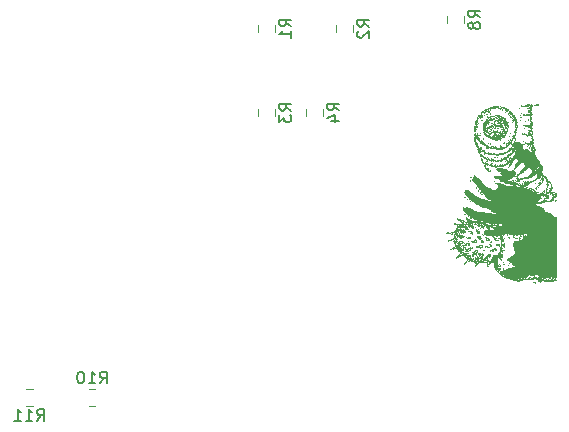
<source format=gbo>
%TF.GenerationSoftware,KiCad,Pcbnew,5.0.1*%
%TF.CreationDate,2019-02-04T17:12:45-06:00*%
%TF.ProjectId,RDP-Environmental,5244502D456E7669726F6E6D656E7461,01*%
%TF.SameCoordinates,Original*%
%TF.FileFunction,Legend,Bot*%
%TF.FilePolarity,Positive*%
%FSLAX46Y46*%
G04 Gerber Fmt 4.6, Leading zero omitted, Abs format (unit mm)*
G04 Created by KiCad (PCBNEW 5.0.1) date Mon 04 Feb 2019 05:12:45 PM CST*
%MOMM*%
%LPD*%
G01*
G04 APERTURE LIST*
%ADD10C,0.120000*%
%ADD11C,0.010000*%
%ADD12C,0.150000*%
G04 APERTURE END LIST*
D10*
X68378000Y-32011252D02*
X68378000Y-31488748D01*
X69798000Y-32011252D02*
X69798000Y-31488748D01*
X76402000Y-32020252D02*
X76402000Y-31497748D01*
X74982000Y-32020252D02*
X74982000Y-31497748D01*
X68378000Y-39132252D02*
X68378000Y-38609748D01*
X69798000Y-39132252D02*
X69798000Y-38609748D01*
X73862000Y-39123252D02*
X73862000Y-38600748D01*
X72442000Y-39123252D02*
X72442000Y-38600748D01*
X85800000Y-31249252D02*
X85800000Y-30726748D01*
X84380000Y-31249252D02*
X84380000Y-30726748D01*
D11*
G36*
X89065100Y-48361600D02*
X89077800Y-48348900D01*
X89065100Y-48336200D01*
X89052400Y-48348900D01*
X89065100Y-48361600D01*
X89065100Y-48361600D01*
G37*
X89065100Y-48361600D02*
X89077800Y-48348900D01*
X89065100Y-48336200D01*
X89052400Y-48348900D01*
X89065100Y-48361600D01*
G36*
X84463466Y-49699333D02*
X84493610Y-49702373D01*
X84497333Y-49699333D01*
X84493846Y-49684233D01*
X84480400Y-49682400D01*
X84459492Y-49691693D01*
X84463466Y-49699333D01*
X84463466Y-49699333D01*
G37*
X84463466Y-49699333D02*
X84493610Y-49702373D01*
X84497333Y-49699333D01*
X84493846Y-49684233D01*
X84480400Y-49682400D01*
X84459492Y-49691693D01*
X84463466Y-49699333D01*
G36*
X84308971Y-49041470D02*
X84379039Y-49053733D01*
X84406316Y-49057766D01*
X84481649Y-49064702D01*
X84517025Y-49056228D01*
X84522768Y-49041971D01*
X84505494Y-49021956D01*
X84449195Y-49015946D01*
X84398332Y-49018214D01*
X84318928Y-49025252D01*
X84289038Y-49032490D01*
X84308971Y-49041470D01*
X84308971Y-49041470D01*
G37*
X84308971Y-49041470D02*
X84379039Y-49053733D01*
X84406316Y-49057766D01*
X84481649Y-49064702D01*
X84517025Y-49056228D01*
X84522768Y-49041971D01*
X84505494Y-49021956D01*
X84449195Y-49015946D01*
X84398332Y-49018214D01*
X84318928Y-49025252D01*
X84289038Y-49032490D01*
X84308971Y-49041470D01*
G36*
X84575650Y-49089621D02*
X84627652Y-49092976D01*
X84639150Y-49089621D01*
X84642340Y-49080351D01*
X84607400Y-49076810D01*
X84571341Y-49080802D01*
X84575650Y-49089621D01*
X84575650Y-49089621D01*
G37*
X84575650Y-49089621D02*
X84627652Y-49092976D01*
X84639150Y-49089621D01*
X84642340Y-49080351D01*
X84607400Y-49076810D01*
X84571341Y-49080802D01*
X84575650Y-49089621D01*
G36*
X84670900Y-50443622D02*
X84712641Y-50430975D01*
X84734400Y-50419000D01*
X84754730Y-50398873D01*
X84747100Y-50394377D01*
X84705358Y-50407024D01*
X84683600Y-50419000D01*
X84663269Y-50439126D01*
X84670900Y-50443622D01*
X84670900Y-50443622D01*
G37*
X84670900Y-50443622D02*
X84712641Y-50430975D01*
X84734400Y-50419000D01*
X84754730Y-50398873D01*
X84747100Y-50394377D01*
X84705358Y-50407024D01*
X84683600Y-50419000D01*
X84663269Y-50439126D01*
X84670900Y-50443622D01*
G36*
X84589358Y-49682187D02*
X84615625Y-49682400D01*
X84662474Y-49674945D01*
X84670900Y-49657000D01*
X84676373Y-49635023D01*
X84693301Y-49631600D01*
X84737186Y-49616696D01*
X84747100Y-49606200D01*
X84752575Y-49582490D01*
X84748506Y-49580800D01*
X84719206Y-49591764D01*
X84662916Y-49619244D01*
X84639434Y-49631600D01*
X84581979Y-49663378D01*
X84566322Y-49678031D01*
X84589358Y-49682187D01*
X84589358Y-49682187D01*
G37*
X84589358Y-49682187D02*
X84615625Y-49682400D01*
X84662474Y-49674945D01*
X84670900Y-49657000D01*
X84676373Y-49635023D01*
X84693301Y-49631600D01*
X84737186Y-49616696D01*
X84747100Y-49606200D01*
X84752575Y-49582490D01*
X84748506Y-49580800D01*
X84719206Y-49591764D01*
X84662916Y-49619244D01*
X84639434Y-49631600D01*
X84581979Y-49663378D01*
X84566322Y-49678031D01*
X84589358Y-49682187D01*
G36*
X84772500Y-49123600D02*
X84785200Y-49110900D01*
X84772500Y-49098200D01*
X84759800Y-49110900D01*
X84772500Y-49123600D01*
X84772500Y-49123600D01*
G37*
X84772500Y-49123600D02*
X84785200Y-49110900D01*
X84772500Y-49098200D01*
X84759800Y-49110900D01*
X84772500Y-49123600D01*
G36*
X84797900Y-49580800D02*
X84810600Y-49568100D01*
X84797900Y-49555400D01*
X84785200Y-49568100D01*
X84797900Y-49580800D01*
X84797900Y-49580800D01*
G37*
X84797900Y-49580800D02*
X84810600Y-49568100D01*
X84797900Y-49555400D01*
X84785200Y-49568100D01*
X84797900Y-49580800D01*
G36*
X84869866Y-50385133D02*
X84900010Y-50388173D01*
X84903733Y-50385133D01*
X84900246Y-50370033D01*
X84886800Y-50368200D01*
X84865892Y-50377493D01*
X84869866Y-50385133D01*
X84869866Y-50385133D01*
G37*
X84869866Y-50385133D02*
X84900010Y-50388173D01*
X84903733Y-50385133D01*
X84900246Y-50370033D01*
X84886800Y-50368200D01*
X84865892Y-50377493D01*
X84869866Y-50385133D01*
G36*
X84831095Y-50342716D02*
X84832959Y-50342800D01*
X84875911Y-50326254D01*
X84903128Y-50304700D01*
X84925010Y-50275257D01*
X84920364Y-50267407D01*
X84887572Y-50279355D01*
X84851749Y-50304527D01*
X84827916Y-50329966D01*
X84831095Y-50342716D01*
X84831095Y-50342716D01*
G37*
X84831095Y-50342716D02*
X84832959Y-50342800D01*
X84875911Y-50326254D01*
X84903128Y-50304700D01*
X84925010Y-50275257D01*
X84920364Y-50267407D01*
X84887572Y-50279355D01*
X84851749Y-50304527D01*
X84827916Y-50329966D01*
X84831095Y-50342716D01*
G36*
X85033128Y-49783261D02*
X85039200Y-49784000D01*
X85063861Y-49764671D01*
X85064600Y-49758600D01*
X85045271Y-49733938D01*
X85039200Y-49733200D01*
X85014538Y-49752528D01*
X85013800Y-49758600D01*
X85033128Y-49783261D01*
X85033128Y-49783261D01*
G37*
X85033128Y-49783261D02*
X85039200Y-49784000D01*
X85063861Y-49764671D01*
X85064600Y-49758600D01*
X85045271Y-49733938D01*
X85039200Y-49733200D01*
X85014538Y-49752528D01*
X85013800Y-49758600D01*
X85033128Y-49783261D01*
G36*
X85025747Y-49392334D02*
X85039200Y-49390300D01*
X85063404Y-49368573D01*
X85064600Y-49364900D01*
X85046884Y-49344705D01*
X85039200Y-49339500D01*
X85017681Y-49345531D01*
X85013800Y-49364900D01*
X85025747Y-49392334D01*
X85025747Y-49392334D01*
G37*
X85025747Y-49392334D02*
X85039200Y-49390300D01*
X85063404Y-49368573D01*
X85064600Y-49364900D01*
X85046884Y-49344705D01*
X85039200Y-49339500D01*
X85017681Y-49345531D01*
X85013800Y-49364900D01*
X85025747Y-49392334D01*
G36*
X84937852Y-49720656D02*
X84960017Y-49756797D01*
X84963141Y-49779149D01*
X84973541Y-49853948D01*
X84998891Y-49943652D01*
X85030997Y-50021818D01*
X85046221Y-50047229D01*
X85071328Y-50077127D01*
X85078716Y-50062576D01*
X85079114Y-50040008D01*
X85070486Y-49994655D01*
X85058592Y-49980964D01*
X85038216Y-49951200D01*
X85020965Y-49886164D01*
X85010093Y-49801382D01*
X85008011Y-49739496D01*
X85001843Y-49668790D01*
X84981026Y-49646076D01*
X84944727Y-49670457D01*
X84944202Y-49671023D01*
X84927871Y-49707401D01*
X84937852Y-49720656D01*
X84937852Y-49720656D01*
G37*
X84937852Y-49720656D02*
X84960017Y-49756797D01*
X84963141Y-49779149D01*
X84973541Y-49853948D01*
X84998891Y-49943652D01*
X85030997Y-50021818D01*
X85046221Y-50047229D01*
X85071328Y-50077127D01*
X85078716Y-50062576D01*
X85079114Y-50040008D01*
X85070486Y-49994655D01*
X85058592Y-49980964D01*
X85038216Y-49951200D01*
X85020965Y-49886164D01*
X85010093Y-49801382D01*
X85008011Y-49739496D01*
X85001843Y-49668790D01*
X84981026Y-49646076D01*
X84944727Y-49670457D01*
X84944202Y-49671023D01*
X84927871Y-49707401D01*
X84937852Y-49720656D01*
G36*
X85047666Y-49115133D02*
X85077810Y-49118173D01*
X85081533Y-49115133D01*
X85078046Y-49100033D01*
X85064600Y-49098200D01*
X85043692Y-49107493D01*
X85047666Y-49115133D01*
X85047666Y-49115133D01*
G37*
X85047666Y-49115133D02*
X85077810Y-49118173D01*
X85081533Y-49115133D01*
X85078046Y-49100033D01*
X85064600Y-49098200D01*
X85043692Y-49107493D01*
X85047666Y-49115133D01*
G36*
X85102700Y-49860200D02*
X85115400Y-49847500D01*
X85102700Y-49834800D01*
X85090000Y-49847500D01*
X85102700Y-49860200D01*
X85102700Y-49860200D01*
G37*
X85102700Y-49860200D02*
X85115400Y-49847500D01*
X85102700Y-49834800D01*
X85090000Y-49847500D01*
X85102700Y-49860200D01*
G36*
X84959760Y-48242424D02*
X85001876Y-48277355D01*
X85027493Y-48285400D01*
X85064825Y-48305144D01*
X85070532Y-48315898D01*
X85084731Y-48333208D01*
X85099578Y-48315851D01*
X85093990Y-48284711D01*
X85049768Y-48259189D01*
X84989614Y-48234295D01*
X84952990Y-48216261D01*
X84943888Y-48218552D01*
X84959760Y-48242424D01*
X84959760Y-48242424D01*
G37*
X84959760Y-48242424D02*
X85001876Y-48277355D01*
X85027493Y-48285400D01*
X85064825Y-48305144D01*
X85070532Y-48315898D01*
X85084731Y-48333208D01*
X85099578Y-48315851D01*
X85093990Y-48284711D01*
X85049768Y-48259189D01*
X84989614Y-48234295D01*
X84952990Y-48216261D01*
X84943888Y-48218552D01*
X84959760Y-48242424D01*
G36*
X85178900Y-48920400D02*
X85191600Y-48907700D01*
X85178900Y-48895000D01*
X85166200Y-48907700D01*
X85178900Y-48920400D01*
X85178900Y-48920400D01*
G37*
X85178900Y-48920400D02*
X85191600Y-48907700D01*
X85178900Y-48895000D01*
X85166200Y-48907700D01*
X85178900Y-48920400D01*
G36*
X85178900Y-48310800D02*
X85191600Y-48298100D01*
X85178900Y-48285400D01*
X85166200Y-48298100D01*
X85178900Y-48310800D01*
X85178900Y-48310800D01*
G37*
X85178900Y-48310800D02*
X85191600Y-48298100D01*
X85178900Y-48285400D01*
X85166200Y-48298100D01*
X85178900Y-48310800D01*
G36*
X85161437Y-49775951D02*
X85201134Y-49778979D01*
X85210120Y-49773945D01*
X85202545Y-49762401D01*
X85176783Y-49760605D01*
X85149680Y-49766808D01*
X85161437Y-49775951D01*
X85161437Y-49775951D01*
G37*
X85161437Y-49775951D02*
X85201134Y-49778979D01*
X85210120Y-49773945D01*
X85202545Y-49762401D01*
X85176783Y-49760605D01*
X85149680Y-49766808D01*
X85161437Y-49775951D01*
G36*
X85174666Y-49267533D02*
X85204810Y-49270573D01*
X85208533Y-49267533D01*
X85205046Y-49252433D01*
X85191600Y-49250600D01*
X85170692Y-49259893D01*
X85174666Y-49267533D01*
X85174666Y-49267533D01*
G37*
X85174666Y-49267533D02*
X85204810Y-49270573D01*
X85208533Y-49267533D01*
X85205046Y-49252433D01*
X85191600Y-49250600D01*
X85170692Y-49259893D01*
X85174666Y-49267533D01*
G36*
X84867760Y-49544047D02*
X84870109Y-49543377D01*
X84962637Y-49518532D01*
X85015665Y-49510201D01*
X85037414Y-49517484D01*
X85039200Y-49524868D01*
X85059528Y-49539592D01*
X85093712Y-49536388D01*
X85131782Y-49532584D01*
X85140037Y-49558556D01*
X85135292Y-49589788D01*
X85131892Y-49635291D01*
X85148586Y-49636773D01*
X85150629Y-49635232D01*
X85194271Y-49607759D01*
X85204300Y-49603260D01*
X85205679Y-49581564D01*
X85176094Y-49540925D01*
X85168519Y-49533175D01*
X85108250Y-49490928D01*
X85047905Y-49472859D01*
X85046811Y-49472850D01*
X85005917Y-49468206D01*
X84999821Y-49459312D01*
X84998253Y-49431312D01*
X84987416Y-49414514D01*
X84974153Y-49363630D01*
X84987015Y-49272477D01*
X85005208Y-49190141D01*
X85011053Y-49145602D01*
X85004144Y-49127284D01*
X84984076Y-49123608D01*
X84981804Y-49123600D01*
X84958158Y-49145563D01*
X84948835Y-49193450D01*
X84945926Y-49323230D01*
X84940187Y-49411673D01*
X84929680Y-49468232D01*
X84912466Y-49502361D01*
X84886605Y-49523516D01*
X84880450Y-49526904D01*
X84851543Y-49544931D01*
X84867760Y-49544047D01*
X84867760Y-49544047D01*
G37*
X84867760Y-49544047D02*
X84870109Y-49543377D01*
X84962637Y-49518532D01*
X85015665Y-49510201D01*
X85037414Y-49517484D01*
X85039200Y-49524868D01*
X85059528Y-49539592D01*
X85093712Y-49536388D01*
X85131782Y-49532584D01*
X85140037Y-49558556D01*
X85135292Y-49589788D01*
X85131892Y-49635291D01*
X85148586Y-49636773D01*
X85150629Y-49635232D01*
X85194271Y-49607759D01*
X85204300Y-49603260D01*
X85205679Y-49581564D01*
X85176094Y-49540925D01*
X85168519Y-49533175D01*
X85108250Y-49490928D01*
X85047905Y-49472859D01*
X85046811Y-49472850D01*
X85005917Y-49468206D01*
X84999821Y-49459312D01*
X84998253Y-49431312D01*
X84987416Y-49414514D01*
X84974153Y-49363630D01*
X84987015Y-49272477D01*
X85005208Y-49190141D01*
X85011053Y-49145602D01*
X85004144Y-49127284D01*
X84984076Y-49123608D01*
X84981804Y-49123600D01*
X84958158Y-49145563D01*
X84948835Y-49193450D01*
X84945926Y-49323230D01*
X84940187Y-49411673D01*
X84929680Y-49468232D01*
X84912466Y-49502361D01*
X84886605Y-49523516D01*
X84880450Y-49526904D01*
X84851543Y-49544931D01*
X84867760Y-49544047D01*
G36*
X85250866Y-48886533D02*
X85265966Y-48883046D01*
X85267800Y-48869600D01*
X85258506Y-48848692D01*
X85250866Y-48852666D01*
X85247826Y-48882810D01*
X85250866Y-48886533D01*
X85250866Y-48886533D01*
G37*
X85250866Y-48886533D02*
X85265966Y-48883046D01*
X85267800Y-48869600D01*
X85258506Y-48848692D01*
X85250866Y-48852666D01*
X85247826Y-48882810D01*
X85250866Y-48886533D01*
G36*
X85250866Y-49216733D02*
X85281010Y-49219773D01*
X85284733Y-49216733D01*
X85281246Y-49201633D01*
X85267800Y-49199800D01*
X85246892Y-49209093D01*
X85250866Y-49216733D01*
X85250866Y-49216733D01*
G37*
X85250866Y-49216733D02*
X85281010Y-49219773D01*
X85284733Y-49216733D01*
X85281246Y-49201633D01*
X85267800Y-49199800D01*
X85246892Y-49209093D01*
X85250866Y-49216733D01*
G36*
X85237637Y-48328151D02*
X85277334Y-48331179D01*
X85286320Y-48326145D01*
X85278745Y-48314601D01*
X85252983Y-48312805D01*
X85225880Y-48319008D01*
X85237637Y-48328151D01*
X85237637Y-48328151D01*
G37*
X85237637Y-48328151D02*
X85277334Y-48331179D01*
X85286320Y-48326145D01*
X85278745Y-48314601D01*
X85252983Y-48312805D01*
X85225880Y-48319008D01*
X85237637Y-48328151D01*
G36*
X85305900Y-50368200D02*
X85318600Y-50355500D01*
X85305900Y-50342800D01*
X85293200Y-50355500D01*
X85305900Y-50368200D01*
X85305900Y-50368200D01*
G37*
X85305900Y-50368200D02*
X85318600Y-50355500D01*
X85305900Y-50342800D01*
X85293200Y-50355500D01*
X85305900Y-50368200D01*
G36*
X84997732Y-50227229D02*
X85050569Y-50199733D01*
X85079158Y-50181359D01*
X85162577Y-50136981D01*
X85234251Y-50129494D01*
X85246233Y-50131476D01*
X85302464Y-50137422D01*
X85316742Y-50128962D01*
X85285316Y-50112222D01*
X85262215Y-50105380D01*
X85202202Y-50099640D01*
X85140865Y-50107415D01*
X85098248Y-50124877D01*
X85090000Y-50138276D01*
X85069503Y-50160969D01*
X85023217Y-50187273D01*
X84980125Y-50212913D01*
X84970442Y-50231708D01*
X84997732Y-50227229D01*
X84997732Y-50227229D01*
G37*
X84997732Y-50227229D02*
X85050569Y-50199733D01*
X85079158Y-50181359D01*
X85162577Y-50136981D01*
X85234251Y-50129494D01*
X85246233Y-50131476D01*
X85302464Y-50137422D01*
X85316742Y-50128962D01*
X85285316Y-50112222D01*
X85262215Y-50105380D01*
X85202202Y-50099640D01*
X85140865Y-50107415D01*
X85098248Y-50124877D01*
X85090000Y-50138276D01*
X85069503Y-50160969D01*
X85023217Y-50187273D01*
X84980125Y-50212913D01*
X84970442Y-50231708D01*
X84997732Y-50227229D01*
G36*
X85331300Y-48945800D02*
X85344000Y-48933100D01*
X85331300Y-48920400D01*
X85318600Y-48933100D01*
X85331300Y-48945800D01*
X85331300Y-48945800D01*
G37*
X85331300Y-48945800D02*
X85344000Y-48933100D01*
X85331300Y-48920400D01*
X85318600Y-48933100D01*
X85331300Y-48945800D01*
G36*
X85335007Y-51071431D02*
X85344000Y-51066700D01*
X85368257Y-51042767D01*
X85369400Y-51038301D01*
X85352992Y-51036568D01*
X85344000Y-51041300D01*
X85319742Y-51065232D01*
X85318600Y-51069698D01*
X85335007Y-51071431D01*
X85335007Y-51071431D01*
G37*
X85335007Y-51071431D02*
X85344000Y-51066700D01*
X85368257Y-51042767D01*
X85369400Y-51038301D01*
X85352992Y-51036568D01*
X85344000Y-51041300D01*
X85319742Y-51065232D01*
X85318600Y-51069698D01*
X85335007Y-51071431D01*
G36*
X85356700Y-50342800D02*
X85369400Y-50330100D01*
X85356700Y-50317400D01*
X85344000Y-50330100D01*
X85356700Y-50342800D01*
X85356700Y-50342800D01*
G37*
X85356700Y-50342800D02*
X85369400Y-50330100D01*
X85356700Y-50317400D01*
X85344000Y-50330100D01*
X85356700Y-50342800D01*
G36*
X85382100Y-50393600D02*
X85394800Y-50380900D01*
X85382100Y-50368200D01*
X85369400Y-50380900D01*
X85382100Y-50393600D01*
X85382100Y-50393600D01*
G37*
X85382100Y-50393600D02*
X85394800Y-50380900D01*
X85382100Y-50368200D01*
X85369400Y-50380900D01*
X85382100Y-50393600D01*
G36*
X85330214Y-50031993D02*
X85337970Y-50031470D01*
X85385772Y-50025199D01*
X85389463Y-50013785D01*
X85374537Y-50003075D01*
X85338151Y-50003724D01*
X85317707Y-50013151D01*
X85300931Y-50029333D01*
X85330214Y-50031993D01*
X85330214Y-50031993D01*
G37*
X85330214Y-50031993D02*
X85337970Y-50031470D01*
X85385772Y-50025199D01*
X85389463Y-50013785D01*
X85374537Y-50003075D01*
X85338151Y-50003724D01*
X85317707Y-50013151D01*
X85300931Y-50029333D01*
X85330214Y-50031993D01*
G36*
X85382100Y-49072800D02*
X85394800Y-49060100D01*
X85382100Y-49047400D01*
X85369400Y-49060100D01*
X85382100Y-49072800D01*
X85382100Y-49072800D01*
G37*
X85382100Y-49072800D02*
X85394800Y-49060100D01*
X85382100Y-49047400D01*
X85369400Y-49060100D01*
X85382100Y-49072800D01*
G36*
X85407500Y-49428400D02*
X85420200Y-49415700D01*
X85407500Y-49403000D01*
X85394800Y-49415700D01*
X85407500Y-49428400D01*
X85407500Y-49428400D01*
G37*
X85407500Y-49428400D02*
X85420200Y-49415700D01*
X85407500Y-49403000D01*
X85394800Y-49415700D01*
X85407500Y-49428400D01*
G36*
X85165099Y-51155600D02*
X85194163Y-51134618D01*
X85215551Y-51095909D01*
X85251689Y-51042976D01*
X85311278Y-50989870D01*
X85322873Y-50982037D01*
X85370271Y-50948422D01*
X85387556Y-50929165D01*
X85384513Y-50927427D01*
X85382087Y-50910844D01*
X85407997Y-50871380D01*
X85409268Y-50869850D01*
X85418238Y-50855000D01*
X85395373Y-50871611D01*
X85347577Y-50914300D01*
X85268754Y-50992253D01*
X85206831Y-51062564D01*
X85167501Y-51117705D01*
X85156457Y-51150148D01*
X85165099Y-51155600D01*
X85165099Y-51155600D01*
G37*
X85165099Y-51155600D02*
X85194163Y-51134618D01*
X85215551Y-51095909D01*
X85251689Y-51042976D01*
X85311278Y-50989870D01*
X85322873Y-50982037D01*
X85370271Y-50948422D01*
X85387556Y-50929165D01*
X85384513Y-50927427D01*
X85382087Y-50910844D01*
X85407997Y-50871380D01*
X85409268Y-50869850D01*
X85418238Y-50855000D01*
X85395373Y-50871611D01*
X85347577Y-50914300D01*
X85268754Y-50992253D01*
X85206831Y-51062564D01*
X85167501Y-51117705D01*
X85156457Y-51150148D01*
X85165099Y-51155600D01*
G36*
X85432900Y-50114200D02*
X85445600Y-50101500D01*
X85432900Y-50088800D01*
X85420200Y-50101500D01*
X85432900Y-50114200D01*
X85432900Y-50114200D01*
G37*
X85432900Y-50114200D02*
X85445600Y-50101500D01*
X85432900Y-50088800D01*
X85420200Y-50101500D01*
X85432900Y-50114200D01*
G36*
X85390037Y-48353551D02*
X85429734Y-48356579D01*
X85438720Y-48351545D01*
X85431145Y-48340001D01*
X85405383Y-48338205D01*
X85378280Y-48344408D01*
X85390037Y-48353551D01*
X85390037Y-48353551D01*
G37*
X85390037Y-48353551D02*
X85429734Y-48356579D01*
X85438720Y-48351545D01*
X85431145Y-48340001D01*
X85405383Y-48338205D01*
X85378280Y-48344408D01*
X85390037Y-48353551D01*
G36*
X85458300Y-50342800D02*
X85471000Y-50330100D01*
X85458300Y-50317400D01*
X85445600Y-50330100D01*
X85458300Y-50342800D01*
X85458300Y-50342800D01*
G37*
X85458300Y-50342800D02*
X85471000Y-50330100D01*
X85458300Y-50317400D01*
X85445600Y-50330100D01*
X85458300Y-50342800D01*
G36*
X85245245Y-47871356D02*
X85314507Y-47914193D01*
X85348378Y-47932033D01*
X85405228Y-47957791D01*
X85434728Y-47964585D01*
X85435397Y-47959240D01*
X85439335Y-47930088D01*
X85449813Y-47924162D01*
X85450504Y-47909949D01*
X85412572Y-47888412D01*
X85405522Y-47885595D01*
X85394800Y-47881913D01*
X85394800Y-47904400D01*
X85415707Y-47913693D01*
X85411733Y-47921333D01*
X85381589Y-47924373D01*
X85377866Y-47921333D01*
X85381353Y-47906233D01*
X85394800Y-47904400D01*
X85394800Y-47881913D01*
X85304085Y-47850759D01*
X85242149Y-47837919D01*
X85221831Y-47845358D01*
X85245245Y-47871356D01*
X85245245Y-47871356D01*
G37*
X85245245Y-47871356D02*
X85314507Y-47914193D01*
X85348378Y-47932033D01*
X85405228Y-47957791D01*
X85434728Y-47964585D01*
X85435397Y-47959240D01*
X85439335Y-47930088D01*
X85449813Y-47924162D01*
X85450504Y-47909949D01*
X85412572Y-47888412D01*
X85405522Y-47885595D01*
X85394800Y-47881913D01*
X85394800Y-47904400D01*
X85415707Y-47913693D01*
X85411733Y-47921333D01*
X85381589Y-47924373D01*
X85377866Y-47921333D01*
X85381353Y-47906233D01*
X85394800Y-47904400D01*
X85394800Y-47881913D01*
X85304085Y-47850759D01*
X85242149Y-47837919D01*
X85221831Y-47845358D01*
X85245245Y-47871356D01*
G36*
X85483700Y-50800000D02*
X85496400Y-50787300D01*
X85483700Y-50774600D01*
X85471000Y-50787300D01*
X85483700Y-50800000D01*
X85483700Y-50800000D01*
G37*
X85483700Y-50800000D02*
X85496400Y-50787300D01*
X85483700Y-50774600D01*
X85471000Y-50787300D01*
X85483700Y-50800000D01*
G36*
X85428668Y-50513016D02*
X85437074Y-50501391D01*
X85462047Y-50480783D01*
X85473169Y-50483840D01*
X85495382Y-50488939D01*
X85483873Y-50465961D01*
X85479466Y-50461333D01*
X85442792Y-50445071D01*
X85422882Y-50472976D01*
X85422205Y-50488850D01*
X85428668Y-50513016D01*
X85428668Y-50513016D01*
G37*
X85428668Y-50513016D02*
X85437074Y-50501391D01*
X85462047Y-50480783D01*
X85473169Y-50483840D01*
X85495382Y-50488939D01*
X85483873Y-50465961D01*
X85479466Y-50461333D01*
X85442792Y-50445071D01*
X85422882Y-50472976D01*
X85422205Y-50488850D01*
X85428668Y-50513016D01*
G36*
X85483700Y-50292000D02*
X85496400Y-50279300D01*
X85483700Y-50266600D01*
X85471000Y-50279300D01*
X85483700Y-50292000D01*
X85483700Y-50292000D01*
G37*
X85483700Y-50292000D02*
X85496400Y-50279300D01*
X85483700Y-50266600D01*
X85471000Y-50279300D01*
X85483700Y-50292000D01*
G36*
X85483700Y-49733200D02*
X85496400Y-49720500D01*
X85483700Y-49707800D01*
X85471000Y-49720500D01*
X85483700Y-49733200D01*
X85483700Y-49733200D01*
G37*
X85483700Y-49733200D02*
X85496400Y-49720500D01*
X85483700Y-49707800D01*
X85471000Y-49720500D01*
X85483700Y-49733200D01*
G36*
X85483700Y-49453800D02*
X85496400Y-49441100D01*
X85483700Y-49428400D01*
X85471000Y-49441100D01*
X85483700Y-49453800D01*
X85483700Y-49453800D01*
G37*
X85483700Y-49453800D02*
X85496400Y-49441100D01*
X85483700Y-49428400D01*
X85471000Y-49441100D01*
X85483700Y-49453800D01*
G36*
X85479466Y-48683333D02*
X85494566Y-48679846D01*
X85496400Y-48666400D01*
X85487106Y-48645492D01*
X85479466Y-48649466D01*
X85476426Y-48679610D01*
X85479466Y-48683333D01*
X85479466Y-48683333D01*
G37*
X85479466Y-48683333D02*
X85494566Y-48679846D01*
X85496400Y-48666400D01*
X85487106Y-48645492D01*
X85479466Y-48649466D01*
X85476426Y-48679610D01*
X85479466Y-48683333D01*
G36*
X85483700Y-48031400D02*
X85496400Y-48018700D01*
X85483700Y-48006000D01*
X85471000Y-48018700D01*
X85483700Y-48031400D01*
X85483700Y-48031400D01*
G37*
X85483700Y-48031400D02*
X85496400Y-48018700D01*
X85483700Y-48006000D01*
X85471000Y-48018700D01*
X85483700Y-48031400D01*
G36*
X85509100Y-50977800D02*
X85521800Y-50965100D01*
X85509100Y-50952400D01*
X85496400Y-50965100D01*
X85509100Y-50977800D01*
X85509100Y-50977800D01*
G37*
X85509100Y-50977800D02*
X85521800Y-50965100D01*
X85509100Y-50952400D01*
X85496400Y-50965100D01*
X85509100Y-50977800D01*
G36*
X85479466Y-49343733D02*
X85509610Y-49346773D01*
X85513333Y-49343733D01*
X85509846Y-49328633D01*
X85496400Y-49326800D01*
X85475492Y-49336093D01*
X85479466Y-49343733D01*
X85479466Y-49343733D01*
G37*
X85479466Y-49343733D02*
X85509610Y-49346773D01*
X85513333Y-49343733D01*
X85509846Y-49328633D01*
X85496400Y-49326800D01*
X85475492Y-49336093D01*
X85479466Y-49343733D01*
G36*
X85504866Y-48988133D02*
X85519966Y-48984646D01*
X85521800Y-48971200D01*
X85512506Y-48950292D01*
X85504866Y-48954266D01*
X85501826Y-48984410D01*
X85504866Y-48988133D01*
X85504866Y-48988133D01*
G37*
X85504866Y-48988133D02*
X85519966Y-48984646D01*
X85521800Y-48971200D01*
X85512506Y-48950292D01*
X85504866Y-48954266D01*
X85501826Y-48984410D01*
X85504866Y-48988133D01*
G36*
X85465496Y-48874256D02*
X85497827Y-48893663D01*
X85508676Y-48891190D01*
X85507890Y-48864652D01*
X85504866Y-48861133D01*
X85465763Y-48844386D01*
X85461686Y-48844200D01*
X85452242Y-48857086D01*
X85465496Y-48874256D01*
X85465496Y-48874256D01*
G37*
X85465496Y-48874256D02*
X85497827Y-48893663D01*
X85508676Y-48891190D01*
X85507890Y-48864652D01*
X85504866Y-48861133D01*
X85465763Y-48844386D01*
X85461686Y-48844200D01*
X85452242Y-48857086D01*
X85465496Y-48874256D01*
G36*
X85509100Y-47955200D02*
X85521800Y-47942500D01*
X85509100Y-47929800D01*
X85496400Y-47942500D01*
X85509100Y-47955200D01*
X85509100Y-47955200D01*
G37*
X85509100Y-47955200D02*
X85521800Y-47942500D01*
X85509100Y-47929800D01*
X85496400Y-47942500D01*
X85509100Y-47955200D01*
G36*
X85534500Y-50520600D02*
X85547200Y-50507900D01*
X85534500Y-50495200D01*
X85521800Y-50507900D01*
X85534500Y-50520600D01*
X85534500Y-50520600D01*
G37*
X85534500Y-50520600D02*
X85547200Y-50507900D01*
X85534500Y-50495200D01*
X85521800Y-50507900D01*
X85534500Y-50520600D01*
G36*
X85534500Y-49530000D02*
X85547200Y-49517300D01*
X85534500Y-49504600D01*
X85521800Y-49517300D01*
X85534500Y-49530000D01*
X85534500Y-49530000D01*
G37*
X85534500Y-49530000D02*
X85547200Y-49517300D01*
X85534500Y-49504600D01*
X85521800Y-49517300D01*
X85534500Y-49530000D01*
G36*
X84735706Y-49005166D02*
X84802794Y-48998873D01*
X84870055Y-48985883D01*
X84989910Y-48964728D01*
X85068140Y-48967577D01*
X85108197Y-48995007D01*
X85115400Y-49026776D01*
X85129726Y-49076786D01*
X85162308Y-49124949D01*
X85197553Y-49148811D01*
X85200279Y-49149000D01*
X85200772Y-49128902D01*
X85187812Y-49081556D01*
X85168014Y-49026383D01*
X85147992Y-48982801D01*
X85139723Y-48971200D01*
X85125252Y-48936373D01*
X85121444Y-48884026D01*
X85127865Y-48837200D01*
X85142583Y-48818800D01*
X85158415Y-48803765D01*
X85155345Y-48796385D01*
X85161351Y-48762888D01*
X85196113Y-48705280D01*
X85251991Y-48634893D01*
X85296272Y-48587396D01*
X85361332Y-48556144D01*
X85429435Y-48553254D01*
X85493670Y-48552255D01*
X85533001Y-48540375D01*
X85535812Y-48537276D01*
X85543981Y-48513289D01*
X85542349Y-48511673D01*
X85514532Y-48507041D01*
X85456473Y-48498702D01*
X85445600Y-48497208D01*
X85366935Y-48478178D01*
X85301210Y-48449226D01*
X85300443Y-48448735D01*
X85246733Y-48418264D01*
X85227541Y-48415848D01*
X85246914Y-48440078D01*
X85269535Y-48459497D01*
X85327698Y-48506595D01*
X85234421Y-48599872D01*
X85167533Y-48676538D01*
X85108806Y-48759888D01*
X85092028Y-48789423D01*
X85042801Y-48872779D01*
X84989879Y-48922816D01*
X84916908Y-48950165D01*
X84823670Y-48963850D01*
X84750552Y-48974975D01*
X84707133Y-48988735D01*
X84701635Y-48999395D01*
X84735706Y-49005166D01*
X84735706Y-49005166D01*
G37*
X84735706Y-49005166D02*
X84802794Y-48998873D01*
X84870055Y-48985883D01*
X84989910Y-48964728D01*
X85068140Y-48967577D01*
X85108197Y-48995007D01*
X85115400Y-49026776D01*
X85129726Y-49076786D01*
X85162308Y-49124949D01*
X85197553Y-49148811D01*
X85200279Y-49149000D01*
X85200772Y-49128902D01*
X85187812Y-49081556D01*
X85168014Y-49026383D01*
X85147992Y-48982801D01*
X85139723Y-48971200D01*
X85125252Y-48936373D01*
X85121444Y-48884026D01*
X85127865Y-48837200D01*
X85142583Y-48818800D01*
X85158415Y-48803765D01*
X85155345Y-48796385D01*
X85161351Y-48762888D01*
X85196113Y-48705280D01*
X85251991Y-48634893D01*
X85296272Y-48587396D01*
X85361332Y-48556144D01*
X85429435Y-48553254D01*
X85493670Y-48552255D01*
X85533001Y-48540375D01*
X85535812Y-48537276D01*
X85543981Y-48513289D01*
X85542349Y-48511673D01*
X85514532Y-48507041D01*
X85456473Y-48498702D01*
X85445600Y-48497208D01*
X85366935Y-48478178D01*
X85301210Y-48449226D01*
X85300443Y-48448735D01*
X85246733Y-48418264D01*
X85227541Y-48415848D01*
X85246914Y-48440078D01*
X85269535Y-48459497D01*
X85327698Y-48506595D01*
X85234421Y-48599872D01*
X85167533Y-48676538D01*
X85108806Y-48759888D01*
X85092028Y-48789423D01*
X85042801Y-48872779D01*
X84989879Y-48922816D01*
X84916908Y-48950165D01*
X84823670Y-48963850D01*
X84750552Y-48974975D01*
X84707133Y-48988735D01*
X84701635Y-48999395D01*
X84735706Y-49005166D01*
G36*
X85559900Y-49047400D02*
X85572600Y-49034700D01*
X85559900Y-49022000D01*
X85547200Y-49034700D01*
X85559900Y-49047400D01*
X85559900Y-49047400D01*
G37*
X85559900Y-49047400D02*
X85572600Y-49034700D01*
X85559900Y-49022000D01*
X85547200Y-49034700D01*
X85559900Y-49047400D01*
G36*
X85585300Y-50596800D02*
X85598000Y-50584100D01*
X85585300Y-50571400D01*
X85572600Y-50584100D01*
X85585300Y-50596800D01*
X85585300Y-50596800D01*
G37*
X85585300Y-50596800D02*
X85598000Y-50584100D01*
X85585300Y-50571400D01*
X85572600Y-50584100D01*
X85585300Y-50596800D01*
G36*
X85557474Y-50440475D02*
X85581085Y-50467529D01*
X85586799Y-50469800D01*
X85597238Y-50457745D01*
X85573846Y-50432649D01*
X85568675Y-50429274D01*
X85551294Y-50426280D01*
X85557474Y-50440475D01*
X85557474Y-50440475D01*
G37*
X85557474Y-50440475D02*
X85581085Y-50467529D01*
X85586799Y-50469800D01*
X85597238Y-50457745D01*
X85573846Y-50432649D01*
X85568675Y-50429274D01*
X85551294Y-50426280D01*
X85557474Y-50440475D01*
G36*
X85565638Y-50367166D02*
X85572600Y-50368200D01*
X85597339Y-50359533D01*
X85598000Y-50356999D01*
X85580201Y-50335313D01*
X85572600Y-50330100D01*
X85549194Y-50332113D01*
X85547200Y-50341300D01*
X85565638Y-50367166D01*
X85565638Y-50367166D01*
G37*
X85565638Y-50367166D02*
X85572600Y-50368200D01*
X85597339Y-50359533D01*
X85598000Y-50356999D01*
X85580201Y-50335313D01*
X85572600Y-50330100D01*
X85549194Y-50332113D01*
X85547200Y-50341300D01*
X85565638Y-50367166D01*
G36*
X85585300Y-50165000D02*
X85598000Y-50152300D01*
X85585300Y-50139600D01*
X85572600Y-50152300D01*
X85585300Y-50165000D01*
X85585300Y-50165000D01*
G37*
X85585300Y-50165000D02*
X85598000Y-50152300D01*
X85585300Y-50139600D01*
X85572600Y-50152300D01*
X85585300Y-50165000D01*
G36*
X85562760Y-49419668D02*
X85572600Y-49415700D01*
X85596831Y-49392875D01*
X85598000Y-49388800D01*
X85578348Y-49377891D01*
X85572600Y-49377600D01*
X85548176Y-49397126D01*
X85547200Y-49404499D01*
X85562760Y-49419668D01*
X85562760Y-49419668D01*
G37*
X85562760Y-49419668D02*
X85572600Y-49415700D01*
X85596831Y-49392875D01*
X85598000Y-49388800D01*
X85578348Y-49377891D01*
X85572600Y-49377600D01*
X85548176Y-49397126D01*
X85547200Y-49404499D01*
X85562760Y-49419668D01*
G36*
X85585300Y-49098200D02*
X85598000Y-49085500D01*
X85585300Y-49072800D01*
X85572600Y-49085500D01*
X85585300Y-49098200D01*
X85585300Y-49098200D01*
G37*
X85585300Y-49098200D02*
X85598000Y-49085500D01*
X85585300Y-49072800D01*
X85572600Y-49085500D01*
X85585300Y-49098200D01*
G36*
X85585300Y-48590200D02*
X85598000Y-48577500D01*
X85585300Y-48564800D01*
X85572600Y-48577500D01*
X85585300Y-48590200D01*
X85585300Y-48590200D01*
G37*
X85585300Y-48590200D02*
X85598000Y-48577500D01*
X85585300Y-48564800D01*
X85572600Y-48577500D01*
X85585300Y-48590200D01*
G36*
X85528337Y-48351203D02*
X85551337Y-48344359D01*
X85572090Y-48324113D01*
X85588470Y-48292176D01*
X85577209Y-48285400D01*
X85543933Y-48301270D01*
X85524365Y-48332804D01*
X85528337Y-48351203D01*
X85528337Y-48351203D01*
G37*
X85528337Y-48351203D02*
X85551337Y-48344359D01*
X85572090Y-48324113D01*
X85588470Y-48292176D01*
X85577209Y-48285400D01*
X85543933Y-48301270D01*
X85524365Y-48332804D01*
X85528337Y-48351203D01*
G36*
X85540579Y-48061394D02*
X85546717Y-48068918D01*
X85582515Y-48104145D01*
X85597192Y-48096026D01*
X85598000Y-48084917D01*
X85577641Y-48057639D01*
X85556307Y-48046236D01*
X85528886Y-48039723D01*
X85540579Y-48061394D01*
X85540579Y-48061394D01*
G37*
X85540579Y-48061394D02*
X85546717Y-48068918D01*
X85582515Y-48104145D01*
X85597192Y-48096026D01*
X85598000Y-48084917D01*
X85577641Y-48057639D01*
X85556307Y-48046236D01*
X85528886Y-48039723D01*
X85540579Y-48061394D01*
G36*
X85586097Y-50944645D02*
X85604773Y-50930151D01*
X85620824Y-50908795D01*
X85595373Y-50914124D01*
X85590554Y-50915933D01*
X85559451Y-50936054D01*
X85559227Y-50947494D01*
X85586097Y-50944645D01*
X85586097Y-50944645D01*
G37*
X85586097Y-50944645D02*
X85604773Y-50930151D01*
X85620824Y-50908795D01*
X85595373Y-50914124D01*
X85590554Y-50915933D01*
X85559451Y-50936054D01*
X85559227Y-50947494D01*
X85586097Y-50944645D01*
G36*
X85567413Y-48945449D02*
X85585300Y-48954985D01*
X85617324Y-48964866D01*
X85621394Y-48964052D01*
X85611594Y-48939225D01*
X85606578Y-48926750D01*
X85581449Y-48898972D01*
X85554551Y-48899497D01*
X85547200Y-48917682D01*
X85567413Y-48945449D01*
X85567413Y-48945449D01*
G37*
X85567413Y-48945449D02*
X85585300Y-48954985D01*
X85617324Y-48964866D01*
X85621394Y-48964052D01*
X85611594Y-48939225D01*
X85606578Y-48926750D01*
X85581449Y-48898972D01*
X85554551Y-48899497D01*
X85547200Y-48917682D01*
X85567413Y-48945449D01*
G36*
X85481743Y-48396502D02*
X85515964Y-48427695D01*
X85560714Y-48453969D01*
X85591650Y-48462392D01*
X85622031Y-48451732D01*
X85615661Y-48425362D01*
X85578181Y-48395555D01*
X85556377Y-48385660D01*
X85503439Y-48371456D01*
X85475681Y-48373851D01*
X85481743Y-48396502D01*
X85481743Y-48396502D01*
G37*
X85481743Y-48396502D02*
X85515964Y-48427695D01*
X85560714Y-48453969D01*
X85591650Y-48462392D01*
X85622031Y-48451732D01*
X85615661Y-48425362D01*
X85578181Y-48395555D01*
X85556377Y-48385660D01*
X85503439Y-48371456D01*
X85475681Y-48373851D01*
X85481743Y-48396502D01*
G36*
X85636100Y-50520600D02*
X85648800Y-50507900D01*
X85636100Y-50495200D01*
X85623400Y-50507900D01*
X85636100Y-50520600D01*
X85636100Y-50520600D01*
G37*
X85636100Y-50520600D02*
X85648800Y-50507900D01*
X85636100Y-50495200D01*
X85623400Y-50507900D01*
X85636100Y-50520600D01*
G36*
X85636100Y-50419000D02*
X85648800Y-50406300D01*
X85636100Y-50393600D01*
X85623400Y-50406300D01*
X85636100Y-50419000D01*
X85636100Y-50419000D01*
G37*
X85636100Y-50419000D02*
X85648800Y-50406300D01*
X85636100Y-50393600D01*
X85623400Y-50406300D01*
X85636100Y-50419000D01*
G36*
X85636100Y-50114200D02*
X85648800Y-50101500D01*
X85636100Y-50088800D01*
X85623400Y-50101500D01*
X85636100Y-50114200D01*
X85636100Y-50114200D01*
G37*
X85636100Y-50114200D02*
X85648800Y-50101500D01*
X85636100Y-50088800D01*
X85623400Y-50101500D01*
X85636100Y-50114200D01*
G36*
X85636100Y-48133000D02*
X85648800Y-48120300D01*
X85636100Y-48107600D01*
X85623400Y-48120300D01*
X85636100Y-48133000D01*
X85636100Y-48133000D01*
G37*
X85636100Y-48133000D02*
X85648800Y-48120300D01*
X85636100Y-48107600D01*
X85623400Y-48120300D01*
X85636100Y-48133000D01*
G36*
X85661500Y-50901600D02*
X85674200Y-50888900D01*
X85661500Y-50876200D01*
X85648800Y-50888900D01*
X85661500Y-50901600D01*
X85661500Y-50901600D01*
G37*
X85661500Y-50901600D02*
X85674200Y-50888900D01*
X85661500Y-50876200D01*
X85648800Y-50888900D01*
X85661500Y-50901600D01*
G36*
X85613344Y-47980406D02*
X85616626Y-47983751D01*
X85649929Y-48003814D01*
X85662172Y-48001094D01*
X85654549Y-47982200D01*
X85630845Y-47969533D01*
X85601171Y-47961799D01*
X85613344Y-47980406D01*
X85613344Y-47980406D01*
G37*
X85613344Y-47980406D02*
X85616626Y-47983751D01*
X85649929Y-48003814D01*
X85662172Y-48001094D01*
X85654549Y-47982200D01*
X85630845Y-47969533D01*
X85601171Y-47961799D01*
X85613344Y-47980406D01*
G36*
X85682666Y-48530933D02*
X85697766Y-48527446D01*
X85699600Y-48514000D01*
X85690306Y-48493092D01*
X85682666Y-48497066D01*
X85679626Y-48527210D01*
X85682666Y-48530933D01*
X85682666Y-48530933D01*
G37*
X85682666Y-48530933D02*
X85697766Y-48527446D01*
X85699600Y-48514000D01*
X85690306Y-48493092D01*
X85682666Y-48497066D01*
X85679626Y-48527210D01*
X85682666Y-48530933D01*
G36*
X85237692Y-49935328D02*
X85266013Y-49936400D01*
X85302958Y-49924098D01*
X85304813Y-49904628D01*
X85308440Y-49881307D01*
X85341523Y-49855696D01*
X85410481Y-49824257D01*
X85521732Y-49783453D01*
X85529537Y-49780752D01*
X85594485Y-49761731D01*
X85629698Y-49763975D01*
X85649798Y-49784745D01*
X85670958Y-49834375D01*
X85673811Y-49852699D01*
X85651555Y-49877173D01*
X85595378Y-49896839D01*
X85522146Y-49908060D01*
X85448724Y-49907200D01*
X85432545Y-49904715D01*
X85385515Y-49903042D01*
X85369400Y-49914522D01*
X85389250Y-49935286D01*
X85398349Y-49936400D01*
X85435579Y-49954672D01*
X85461042Y-49980850D01*
X85486970Y-50011401D01*
X85494827Y-50000731D01*
X85495592Y-49980850D01*
X85516938Y-49943910D01*
X85554248Y-49936400D01*
X85612574Y-49923724D01*
X85672824Y-49893340D01*
X85715658Y-49856714D01*
X85725000Y-49835174D01*
X85708848Y-49801258D01*
X85685085Y-49773114D01*
X85636474Y-49739889D01*
X85577642Y-49737805D01*
X85507663Y-49759145D01*
X85441455Y-49771829D01*
X85403828Y-49755553D01*
X85378772Y-49740052D01*
X85383130Y-49764796D01*
X85384153Y-49767493D01*
X85379411Y-49809292D01*
X85352985Y-49825952D01*
X85298081Y-49857564D01*
X85260460Y-49889666D01*
X85230209Y-49923973D01*
X85237692Y-49935328D01*
X85237692Y-49935328D01*
G37*
X85237692Y-49935328D02*
X85266013Y-49936400D01*
X85302958Y-49924098D01*
X85304813Y-49904628D01*
X85308440Y-49881307D01*
X85341523Y-49855696D01*
X85410481Y-49824257D01*
X85521732Y-49783453D01*
X85529537Y-49780752D01*
X85594485Y-49761731D01*
X85629698Y-49763975D01*
X85649798Y-49784745D01*
X85670958Y-49834375D01*
X85673811Y-49852699D01*
X85651555Y-49877173D01*
X85595378Y-49896839D01*
X85522146Y-49908060D01*
X85448724Y-49907200D01*
X85432545Y-49904715D01*
X85385515Y-49903042D01*
X85369400Y-49914522D01*
X85389250Y-49935286D01*
X85398349Y-49936400D01*
X85435579Y-49954672D01*
X85461042Y-49980850D01*
X85486970Y-50011401D01*
X85494827Y-50000731D01*
X85495592Y-49980850D01*
X85516938Y-49943910D01*
X85554248Y-49936400D01*
X85612574Y-49923724D01*
X85672824Y-49893340D01*
X85715658Y-49856714D01*
X85725000Y-49835174D01*
X85708848Y-49801258D01*
X85685085Y-49773114D01*
X85636474Y-49739889D01*
X85577642Y-49737805D01*
X85507663Y-49759145D01*
X85441455Y-49771829D01*
X85403828Y-49755553D01*
X85378772Y-49740052D01*
X85383130Y-49764796D01*
X85384153Y-49767493D01*
X85379411Y-49809292D01*
X85352985Y-49825952D01*
X85298081Y-49857564D01*
X85260460Y-49889666D01*
X85230209Y-49923973D01*
X85237692Y-49935328D01*
G36*
X85708066Y-49038933D02*
X85723166Y-49035446D01*
X85725000Y-49022000D01*
X85715706Y-49001092D01*
X85708066Y-49005066D01*
X85705026Y-49035210D01*
X85708066Y-49038933D01*
X85708066Y-49038933D01*
G37*
X85708066Y-49038933D02*
X85723166Y-49035446D01*
X85725000Y-49022000D01*
X85715706Y-49001092D01*
X85708066Y-49005066D01*
X85705026Y-49035210D01*
X85708066Y-49038933D01*
G36*
X85712300Y-48920400D02*
X85725000Y-48907700D01*
X85712300Y-48895000D01*
X85699600Y-48907700D01*
X85712300Y-48920400D01*
X85712300Y-48920400D01*
G37*
X85712300Y-48920400D02*
X85725000Y-48907700D01*
X85712300Y-48895000D01*
X85699600Y-48907700D01*
X85712300Y-48920400D01*
G36*
X85712300Y-48031400D02*
X85725000Y-48018700D01*
X85712300Y-48006000D01*
X85699600Y-48018700D01*
X85712300Y-48031400D01*
X85712300Y-48031400D01*
G37*
X85712300Y-48031400D02*
X85725000Y-48018700D01*
X85712300Y-48006000D01*
X85699600Y-48018700D01*
X85712300Y-48031400D01*
G36*
X85733466Y-50512133D02*
X85748566Y-50508646D01*
X85750400Y-50495200D01*
X85741106Y-50474292D01*
X85733466Y-50478266D01*
X85730426Y-50508410D01*
X85733466Y-50512133D01*
X85733466Y-50512133D01*
G37*
X85733466Y-50512133D02*
X85748566Y-50508646D01*
X85750400Y-50495200D01*
X85741106Y-50474292D01*
X85733466Y-50478266D01*
X85730426Y-50508410D01*
X85733466Y-50512133D01*
G36*
X85737700Y-48133000D02*
X85750400Y-48120300D01*
X85737700Y-48107600D01*
X85725000Y-48120300D01*
X85737700Y-48133000D01*
X85737700Y-48133000D01*
G37*
X85737700Y-48133000D02*
X85750400Y-48120300D01*
X85737700Y-48107600D01*
X85725000Y-48120300D01*
X85737700Y-48133000D01*
G36*
X85737700Y-46913800D02*
X85750400Y-46901100D01*
X85737700Y-46888400D01*
X85725000Y-46901100D01*
X85737700Y-46913800D01*
X85737700Y-46913800D01*
G37*
X85737700Y-46913800D02*
X85750400Y-46901100D01*
X85737700Y-46888400D01*
X85725000Y-46901100D01*
X85737700Y-46913800D01*
G36*
X85763100Y-50393600D02*
X85775800Y-50380900D01*
X85763100Y-50368200D01*
X85750400Y-50380900D01*
X85763100Y-50393600D01*
X85763100Y-50393600D01*
G37*
X85763100Y-50393600D02*
X85775800Y-50380900D01*
X85763100Y-50368200D01*
X85750400Y-50380900D01*
X85763100Y-50393600D01*
G36*
X85733466Y-50308933D02*
X85763610Y-50311973D01*
X85767333Y-50308933D01*
X85763846Y-50293833D01*
X85750400Y-50292000D01*
X85729492Y-50301293D01*
X85733466Y-50308933D01*
X85733466Y-50308933D01*
G37*
X85733466Y-50308933D02*
X85763610Y-50311973D01*
X85767333Y-50308933D01*
X85763846Y-50293833D01*
X85750400Y-50292000D01*
X85729492Y-50301293D01*
X85733466Y-50308933D01*
G36*
X85264999Y-49375594D02*
X85307855Y-49358719D01*
X85330835Y-49335839D01*
X85367048Y-49310054D01*
X85435036Y-49295931D01*
X85523384Y-49291389D01*
X85613912Y-49292127D01*
X85665278Y-49299989D01*
X85688936Y-49317772D01*
X85694361Y-49333150D01*
X85684334Y-49371404D01*
X85657012Y-49379605D01*
X85632415Y-49386284D01*
X85641795Y-49394203D01*
X85684302Y-49390515D01*
X85726833Y-49369014D01*
X85780776Y-49331231D01*
X85720245Y-49291570D01*
X85657758Y-49265657D01*
X85572309Y-49247455D01*
X85538471Y-49243999D01*
X85456655Y-49231306D01*
X85401529Y-49208497D01*
X85391650Y-49198895D01*
X85375275Y-49180803D01*
X85378747Y-49206715D01*
X85381437Y-49216611D01*
X85383895Y-49256708D01*
X85353855Y-49279119D01*
X85316219Y-49289222D01*
X85265750Y-49306417D01*
X85264378Y-49324493D01*
X85267292Y-49326486D01*
X85284733Y-49346773D01*
X85264324Y-49359820D01*
X85242941Y-49371769D01*
X85264999Y-49375594D01*
X85264999Y-49375594D01*
G37*
X85264999Y-49375594D02*
X85307855Y-49358719D01*
X85330835Y-49335839D01*
X85367048Y-49310054D01*
X85435036Y-49295931D01*
X85523384Y-49291389D01*
X85613912Y-49292127D01*
X85665278Y-49299989D01*
X85688936Y-49317772D01*
X85694361Y-49333150D01*
X85684334Y-49371404D01*
X85657012Y-49379605D01*
X85632415Y-49386284D01*
X85641795Y-49394203D01*
X85684302Y-49390515D01*
X85726833Y-49369014D01*
X85780776Y-49331231D01*
X85720245Y-49291570D01*
X85657758Y-49265657D01*
X85572309Y-49247455D01*
X85538471Y-49243999D01*
X85456655Y-49231306D01*
X85401529Y-49208497D01*
X85391650Y-49198895D01*
X85375275Y-49180803D01*
X85378747Y-49206715D01*
X85381437Y-49216611D01*
X85383895Y-49256708D01*
X85353855Y-49279119D01*
X85316219Y-49289222D01*
X85265750Y-49306417D01*
X85264378Y-49324493D01*
X85267292Y-49326486D01*
X85284733Y-49346773D01*
X85264324Y-49359820D01*
X85242941Y-49371769D01*
X85264999Y-49375594D01*
G36*
X85720237Y-48709151D02*
X85759934Y-48712179D01*
X85768920Y-48707145D01*
X85761345Y-48695601D01*
X85735583Y-48693805D01*
X85708480Y-48700008D01*
X85720237Y-48709151D01*
X85720237Y-48709151D01*
G37*
X85720237Y-48709151D02*
X85759934Y-48712179D01*
X85768920Y-48707145D01*
X85761345Y-48695601D01*
X85735583Y-48693805D01*
X85708480Y-48700008D01*
X85720237Y-48709151D01*
G36*
X85680332Y-48302739D02*
X85713001Y-48310800D01*
X85736979Y-48294059D01*
X85732586Y-48268533D01*
X85729007Y-48239863D01*
X85746083Y-48244632D01*
X85771932Y-48256357D01*
X85764917Y-48236848D01*
X85740442Y-48202850D01*
X85704418Y-48165425D01*
X85684856Y-48162971D01*
X85689428Y-48193930D01*
X85686355Y-48235152D01*
X85675517Y-48246485D01*
X85659453Y-48275468D01*
X85680332Y-48302739D01*
X85680332Y-48302739D01*
G37*
X85680332Y-48302739D02*
X85713001Y-48310800D01*
X85736979Y-48294059D01*
X85732586Y-48268533D01*
X85729007Y-48239863D01*
X85746083Y-48244632D01*
X85771932Y-48256357D01*
X85764917Y-48236848D01*
X85740442Y-48202850D01*
X85704418Y-48165425D01*
X85684856Y-48162971D01*
X85689428Y-48193930D01*
X85686355Y-48235152D01*
X85675517Y-48246485D01*
X85659453Y-48275468D01*
X85680332Y-48302739D01*
G36*
X85835066Y-50893133D02*
X85850166Y-50889646D01*
X85852000Y-50876200D01*
X85842706Y-50855292D01*
X85835066Y-50859266D01*
X85832026Y-50889410D01*
X85835066Y-50893133D01*
X85835066Y-50893133D01*
G37*
X85835066Y-50893133D02*
X85850166Y-50889646D01*
X85852000Y-50876200D01*
X85842706Y-50855292D01*
X85835066Y-50859266D01*
X85832026Y-50889410D01*
X85835066Y-50893133D01*
G36*
X85839300Y-49936400D02*
X85852000Y-49923700D01*
X85839300Y-49911000D01*
X85826600Y-49923700D01*
X85839300Y-49936400D01*
X85839300Y-49936400D01*
G37*
X85839300Y-49936400D02*
X85852000Y-49923700D01*
X85839300Y-49911000D01*
X85826600Y-49923700D01*
X85839300Y-49936400D01*
G36*
X85864700Y-50241200D02*
X85877400Y-50228500D01*
X85864700Y-50215800D01*
X85852000Y-50228500D01*
X85864700Y-50241200D01*
X85864700Y-50241200D01*
G37*
X85864700Y-50241200D02*
X85877400Y-50228500D01*
X85864700Y-50215800D01*
X85852000Y-50228500D01*
X85864700Y-50241200D01*
G36*
X85836874Y-47443275D02*
X85860485Y-47470329D01*
X85866199Y-47472600D01*
X85876638Y-47460545D01*
X85853246Y-47435449D01*
X85848075Y-47432074D01*
X85830694Y-47429080D01*
X85836874Y-47443275D01*
X85836874Y-47443275D01*
G37*
X85836874Y-47443275D02*
X85860485Y-47470329D01*
X85866199Y-47472600D01*
X85876638Y-47460545D01*
X85853246Y-47435449D01*
X85848075Y-47432074D01*
X85830694Y-47429080D01*
X85836874Y-47443275D01*
G36*
X85865784Y-50801755D02*
X85890304Y-50824277D01*
X85902303Y-50798625D01*
X85902800Y-50785800D01*
X85890303Y-50759640D01*
X85876985Y-50762156D01*
X85862333Y-50792596D01*
X85865784Y-50801755D01*
X85865784Y-50801755D01*
G37*
X85865784Y-50801755D02*
X85890304Y-50824277D01*
X85902303Y-50798625D01*
X85902800Y-50785800D01*
X85890303Y-50759640D01*
X85876985Y-50762156D01*
X85862333Y-50792596D01*
X85865784Y-50801755D01*
G36*
X85890100Y-50393600D02*
X85902800Y-50380900D01*
X85890100Y-50368200D01*
X85877400Y-50380900D01*
X85890100Y-50393600D01*
X85890100Y-50393600D01*
G37*
X85890100Y-50393600D02*
X85902800Y-50380900D01*
X85890100Y-50368200D01*
X85877400Y-50380900D01*
X85890100Y-50393600D01*
G36*
X85890100Y-50342800D02*
X85902800Y-50330100D01*
X85890100Y-50317400D01*
X85877400Y-50330100D01*
X85890100Y-50342800D01*
X85890100Y-50342800D01*
G37*
X85890100Y-50342800D02*
X85902800Y-50330100D01*
X85890100Y-50317400D01*
X85877400Y-50330100D01*
X85890100Y-50342800D01*
G36*
X85818127Y-48312555D02*
X85844363Y-48345777D01*
X85878361Y-48387420D01*
X85892565Y-48406669D01*
X85893885Y-48390009D01*
X85892835Y-48340908D01*
X85883787Y-48289573D01*
X85856740Y-48277661D01*
X85844634Y-48280017D01*
X85814493Y-48291593D01*
X85818127Y-48312555D01*
X85818127Y-48312555D01*
G37*
X85818127Y-48312555D02*
X85844363Y-48345777D01*
X85878361Y-48387420D01*
X85892565Y-48406669D01*
X85893885Y-48390009D01*
X85892835Y-48340908D01*
X85883787Y-48289573D01*
X85856740Y-48277661D01*
X85844634Y-48280017D01*
X85814493Y-48291593D01*
X85818127Y-48312555D01*
G36*
X85862274Y-46020875D02*
X85887849Y-46048143D01*
X85902552Y-46042549D01*
X85902800Y-46038999D01*
X85884758Y-46017515D01*
X85873475Y-46009674D01*
X85856094Y-46006680D01*
X85862274Y-46020875D01*
X85862274Y-46020875D01*
G37*
X85862274Y-46020875D02*
X85887849Y-46048143D01*
X85902552Y-46042549D01*
X85902800Y-46038999D01*
X85884758Y-46017515D01*
X85873475Y-46009674D01*
X85856094Y-46006680D01*
X85862274Y-46020875D01*
G36*
X85915500Y-50927000D02*
X85928200Y-50914300D01*
X85915500Y-50901600D01*
X85902800Y-50914300D01*
X85915500Y-50927000D01*
X85915500Y-50927000D01*
G37*
X85915500Y-50927000D02*
X85928200Y-50914300D01*
X85915500Y-50901600D01*
X85902800Y-50914300D01*
X85915500Y-50927000D01*
G36*
X85336986Y-48795065D02*
X85383887Y-48838084D01*
X85414462Y-48855165D01*
X85420589Y-48844758D01*
X85394800Y-48806100D01*
X85373142Y-48771557D01*
X85383982Y-48755398D01*
X85431816Y-48757214D01*
X85521136Y-48776595D01*
X85572364Y-48789946D01*
X85700124Y-48829620D01*
X85780779Y-48868687D01*
X85817911Y-48909924D01*
X85815102Y-48956106D01*
X85806838Y-48971610D01*
X85788374Y-49009873D01*
X85803483Y-49021682D01*
X85811973Y-49022000D01*
X85848296Y-49000832D01*
X85864817Y-48970831D01*
X85886802Y-48936074D01*
X85904628Y-48934230D01*
X85927455Y-48941765D01*
X85919677Y-48921594D01*
X85885606Y-48882911D01*
X85876478Y-48874193D01*
X85827795Y-48846367D01*
X85743567Y-48814171D01*
X85638340Y-48781683D01*
X85526662Y-48752983D01*
X85423078Y-48732150D01*
X85342138Y-48723264D01*
X85338056Y-48723198D01*
X85268613Y-48722624D01*
X85336986Y-48795065D01*
X85336986Y-48795065D01*
G37*
X85336986Y-48795065D02*
X85383887Y-48838084D01*
X85414462Y-48855165D01*
X85420589Y-48844758D01*
X85394800Y-48806100D01*
X85373142Y-48771557D01*
X85383982Y-48755398D01*
X85431816Y-48757214D01*
X85521136Y-48776595D01*
X85572364Y-48789946D01*
X85700124Y-48829620D01*
X85780779Y-48868687D01*
X85817911Y-48909924D01*
X85815102Y-48956106D01*
X85806838Y-48971610D01*
X85788374Y-49009873D01*
X85803483Y-49021682D01*
X85811973Y-49022000D01*
X85848296Y-49000832D01*
X85864817Y-48970831D01*
X85886802Y-48936074D01*
X85904628Y-48934230D01*
X85927455Y-48941765D01*
X85919677Y-48921594D01*
X85885606Y-48882911D01*
X85876478Y-48874193D01*
X85827795Y-48846367D01*
X85743567Y-48814171D01*
X85638340Y-48781683D01*
X85526662Y-48752983D01*
X85423078Y-48732150D01*
X85342138Y-48723264D01*
X85338056Y-48723198D01*
X85268613Y-48722624D01*
X85336986Y-48795065D01*
G36*
X85915500Y-48742600D02*
X85928200Y-48729900D01*
X85915500Y-48717200D01*
X85902800Y-48729900D01*
X85915500Y-48742600D01*
X85915500Y-48742600D01*
G37*
X85915500Y-48742600D02*
X85928200Y-48729900D01*
X85915500Y-48717200D01*
X85902800Y-48729900D01*
X85915500Y-48742600D01*
G36*
X85940900Y-50596800D02*
X85953600Y-50584100D01*
X85940900Y-50571400D01*
X85928200Y-50584100D01*
X85940900Y-50596800D01*
X85940900Y-50596800D01*
G37*
X85940900Y-50596800D02*
X85953600Y-50584100D01*
X85940900Y-50571400D01*
X85928200Y-50584100D01*
X85940900Y-50596800D01*
G36*
X85966300Y-50088800D02*
X85979000Y-50076100D01*
X85966300Y-50063400D01*
X85953600Y-50076100D01*
X85966300Y-50088800D01*
X85966300Y-50088800D01*
G37*
X85966300Y-50088800D02*
X85979000Y-50076100D01*
X85966300Y-50063400D01*
X85953600Y-50076100D01*
X85966300Y-50088800D01*
G36*
X85717651Y-48455285D02*
X85750420Y-48485913D01*
X85765020Y-48488600D01*
X85787826Y-48505776D01*
X85783386Y-48530866D01*
X85779955Y-48559560D01*
X85795844Y-48555410D01*
X85829361Y-48561245D01*
X85879972Y-48597418D01*
X85901760Y-48618510D01*
X85947496Y-48660860D01*
X85975200Y-48675891D01*
X85979000Y-48671156D01*
X85962189Y-48633688D01*
X85931351Y-48597539D01*
X85887114Y-48540319D01*
X85867016Y-48497710D01*
X85827120Y-48449035D01*
X85777598Y-48432645D01*
X85726335Y-48431437D01*
X85716245Y-48451050D01*
X85717651Y-48455285D01*
X85717651Y-48455285D01*
G37*
X85717651Y-48455285D02*
X85750420Y-48485913D01*
X85765020Y-48488600D01*
X85787826Y-48505776D01*
X85783386Y-48530866D01*
X85779955Y-48559560D01*
X85795844Y-48555410D01*
X85829361Y-48561245D01*
X85879972Y-48597418D01*
X85901760Y-48618510D01*
X85947496Y-48660860D01*
X85975200Y-48675891D01*
X85979000Y-48671156D01*
X85962189Y-48633688D01*
X85931351Y-48597539D01*
X85887114Y-48540319D01*
X85867016Y-48497710D01*
X85827120Y-48449035D01*
X85777598Y-48432645D01*
X85726335Y-48431437D01*
X85716245Y-48451050D01*
X85717651Y-48455285D01*
G36*
X85991700Y-50876200D02*
X86004400Y-50863500D01*
X85991700Y-50850800D01*
X85979000Y-50863500D01*
X85991700Y-50876200D01*
X85991700Y-50876200D01*
G37*
X85991700Y-50876200D02*
X86004400Y-50863500D01*
X85991700Y-50850800D01*
X85979000Y-50863500D01*
X85991700Y-50876200D01*
G36*
X85991700Y-50774600D02*
X86004400Y-50761900D01*
X85991700Y-50749200D01*
X85979000Y-50761900D01*
X85991700Y-50774600D01*
X85991700Y-50774600D01*
G37*
X85991700Y-50774600D02*
X86004400Y-50761900D01*
X85991700Y-50749200D01*
X85979000Y-50761900D01*
X85991700Y-50774600D01*
G36*
X86017100Y-50114200D02*
X86029800Y-50101500D01*
X86017100Y-50088800D01*
X86004400Y-50101500D01*
X86017100Y-50114200D01*
X86017100Y-50114200D01*
G37*
X86017100Y-50114200D02*
X86029800Y-50101500D01*
X86017100Y-50088800D01*
X86004400Y-50101500D01*
X86017100Y-50114200D01*
G36*
X85987466Y-49419933D02*
X86017610Y-49422973D01*
X86021333Y-49419933D01*
X86017846Y-49404833D01*
X86004400Y-49403000D01*
X85983492Y-49412293D01*
X85987466Y-49419933D01*
X85987466Y-49419933D01*
G37*
X85987466Y-49419933D02*
X86017610Y-49422973D01*
X86021333Y-49419933D01*
X86017846Y-49404833D01*
X86004400Y-49403000D01*
X85983492Y-49412293D01*
X85987466Y-49419933D01*
G36*
X86012866Y-48759533D02*
X86027966Y-48756046D01*
X86029800Y-48742600D01*
X86020506Y-48721692D01*
X86012866Y-48725666D01*
X86009826Y-48755810D01*
X86012866Y-48759533D01*
X86012866Y-48759533D01*
G37*
X86012866Y-48759533D02*
X86027966Y-48756046D01*
X86029800Y-48742600D01*
X86020506Y-48721692D01*
X86012866Y-48725666D01*
X86009826Y-48755810D01*
X86012866Y-48759533D01*
G36*
X85826492Y-48076537D02*
X85833530Y-48082200D01*
X85886585Y-48117688D01*
X85925198Y-48132986D01*
X85925856Y-48133000D01*
X85949651Y-48154787D01*
X85958911Y-48207442D01*
X85955814Y-48243331D01*
X85970677Y-48256501D01*
X85984556Y-48253939D01*
X86009630Y-48223266D01*
X86019663Y-48175358D01*
X86013521Y-48125724D01*
X85979496Y-48108740D01*
X85952923Y-48107600D01*
X85889588Y-48094386D01*
X85852000Y-48069500D01*
X85813593Y-48037474D01*
X85794664Y-48031400D01*
X85794114Y-48044480D01*
X85826492Y-48076537D01*
X85826492Y-48076537D01*
G37*
X85826492Y-48076537D02*
X85833530Y-48082200D01*
X85886585Y-48117688D01*
X85925198Y-48132986D01*
X85925856Y-48133000D01*
X85949651Y-48154787D01*
X85958911Y-48207442D01*
X85955814Y-48243331D01*
X85970677Y-48256501D01*
X85984556Y-48253939D01*
X86009630Y-48223266D01*
X86019663Y-48175358D01*
X86013521Y-48125724D01*
X85979496Y-48108740D01*
X85952923Y-48107600D01*
X85889588Y-48094386D01*
X85852000Y-48069500D01*
X85813593Y-48037474D01*
X85794664Y-48031400D01*
X85794114Y-48044480D01*
X85826492Y-48076537D01*
G36*
X86042500Y-50927000D02*
X86055200Y-50914300D01*
X86042500Y-50901600D01*
X86029800Y-50914300D01*
X86042500Y-50927000D01*
X86042500Y-50927000D01*
G37*
X86042500Y-50927000D02*
X86055200Y-50914300D01*
X86042500Y-50901600D01*
X86029800Y-50914300D01*
X86042500Y-50927000D01*
G36*
X86011008Y-50578247D02*
X86038711Y-50569774D01*
X86044314Y-50543114D01*
X86042473Y-50503346D01*
X86040167Y-50495200D01*
X86022978Y-50511682D01*
X86006861Y-50530333D01*
X85991476Y-50562906D01*
X86011008Y-50578247D01*
X86011008Y-50578247D01*
G37*
X86011008Y-50578247D02*
X86038711Y-50569774D01*
X86044314Y-50543114D01*
X86042473Y-50503346D01*
X86040167Y-50495200D01*
X86022978Y-50511682D01*
X86006861Y-50530333D01*
X85991476Y-50562906D01*
X86011008Y-50578247D01*
G36*
X86042500Y-48336200D02*
X86055200Y-48323500D01*
X86042500Y-48310800D01*
X86029800Y-48323500D01*
X86042500Y-48336200D01*
X86042500Y-48336200D01*
G37*
X86042500Y-48336200D02*
X86055200Y-48323500D01*
X86042500Y-48310800D01*
X86029800Y-48323500D01*
X86042500Y-48336200D01*
G36*
X86067900Y-50977800D02*
X86080600Y-50965100D01*
X86067900Y-50952400D01*
X86055200Y-50965100D01*
X86067900Y-50977800D01*
X86067900Y-50977800D01*
G37*
X86067900Y-50977800D02*
X86080600Y-50965100D01*
X86067900Y-50952400D01*
X86055200Y-50965100D01*
X86067900Y-50977800D01*
G36*
X86067900Y-46228000D02*
X86080600Y-46215300D01*
X86067900Y-46202600D01*
X86055200Y-46215300D01*
X86067900Y-46228000D01*
X86067900Y-46228000D01*
G37*
X86067900Y-46228000D02*
X86080600Y-46215300D01*
X86067900Y-46202600D01*
X86055200Y-46215300D01*
X86067900Y-46228000D01*
G36*
X86024068Y-50447404D02*
X86063851Y-50467299D01*
X86098628Y-50460237D01*
X86092818Y-50446719D01*
X86074250Y-50444400D01*
X86031446Y-50427061D01*
X86021221Y-50412650D01*
X86009739Y-50394597D01*
X86006405Y-50413447D01*
X86024068Y-50447404D01*
X86024068Y-50447404D01*
G37*
X86024068Y-50447404D02*
X86063851Y-50467299D01*
X86098628Y-50460237D01*
X86092818Y-50446719D01*
X86074250Y-50444400D01*
X86031446Y-50427061D01*
X86021221Y-50412650D01*
X86009739Y-50394597D01*
X86006405Y-50413447D01*
X86024068Y-50447404D01*
G36*
X86118700Y-51130200D02*
X86131400Y-51117500D01*
X86118700Y-51104800D01*
X86106000Y-51117500D01*
X86118700Y-51130200D01*
X86118700Y-51130200D01*
G37*
X86118700Y-51130200D02*
X86131400Y-51117500D01*
X86118700Y-51104800D01*
X86106000Y-51117500D01*
X86118700Y-51130200D01*
G36*
X86118700Y-50800000D02*
X86131400Y-50787300D01*
X86118700Y-50774600D01*
X86106000Y-50787300D01*
X86118700Y-50800000D01*
X86118700Y-50800000D01*
G37*
X86118700Y-50800000D02*
X86131400Y-50787300D01*
X86118700Y-50774600D01*
X86106000Y-50787300D01*
X86118700Y-50800000D01*
G36*
X86118700Y-50419000D02*
X86131400Y-50406300D01*
X86118700Y-50393600D01*
X86106000Y-50406300D01*
X86118700Y-50419000D01*
X86118700Y-50419000D01*
G37*
X86118700Y-50419000D02*
X86131400Y-50406300D01*
X86118700Y-50393600D01*
X86106000Y-50406300D01*
X86118700Y-50419000D01*
G36*
X86118700Y-48768000D02*
X86131400Y-48755300D01*
X86118700Y-48742600D01*
X86106000Y-48755300D01*
X86118700Y-48768000D01*
X86118700Y-48768000D01*
G37*
X86118700Y-48768000D02*
X86131400Y-48755300D01*
X86118700Y-48742600D01*
X86106000Y-48755300D01*
X86118700Y-48768000D01*
G36*
X85917253Y-48502584D02*
X85962851Y-48528177D01*
X85966300Y-48530000D01*
X86050708Y-48585658D01*
X86087964Y-48637695D01*
X86077059Y-48683366D01*
X86063722Y-48712324D01*
X86074772Y-48717200D01*
X86106169Y-48696225D01*
X86117213Y-48648139D01*
X86111783Y-48618775D01*
X86065348Y-48551230D01*
X85991957Y-48504969D01*
X85952280Y-48495528D01*
X85914525Y-48493658D01*
X85917253Y-48502584D01*
X85917253Y-48502584D01*
G37*
X85917253Y-48502584D02*
X85962851Y-48528177D01*
X85966300Y-48530000D01*
X86050708Y-48585658D01*
X86087964Y-48637695D01*
X86077059Y-48683366D01*
X86063722Y-48712324D01*
X86074772Y-48717200D01*
X86106169Y-48696225D01*
X86117213Y-48648139D01*
X86111783Y-48618775D01*
X86065348Y-48551230D01*
X85991957Y-48504969D01*
X85952280Y-48495528D01*
X85914525Y-48493658D01*
X85917253Y-48502584D01*
G36*
X86101237Y-50563351D02*
X86140934Y-50566379D01*
X86149920Y-50561345D01*
X86142345Y-50549801D01*
X86116583Y-50548005D01*
X86089480Y-50554208D01*
X86101237Y-50563351D01*
X86101237Y-50563351D01*
G37*
X86101237Y-50563351D02*
X86140934Y-50566379D01*
X86149920Y-50561345D01*
X86142345Y-50549801D01*
X86116583Y-50548005D01*
X86089480Y-50554208D01*
X86101237Y-50563351D01*
G36*
X86144100Y-49784000D02*
X86156800Y-49771300D01*
X86144100Y-49758600D01*
X86131400Y-49771300D01*
X86144100Y-49784000D01*
X86144100Y-49784000D01*
G37*
X86144100Y-49784000D02*
X86156800Y-49771300D01*
X86144100Y-49758600D01*
X86131400Y-49771300D01*
X86144100Y-49784000D01*
G36*
X86139866Y-51020133D02*
X86170010Y-51023173D01*
X86173733Y-51020133D01*
X86170246Y-51005033D01*
X86156800Y-51003200D01*
X86135892Y-51012493D01*
X86139866Y-51020133D01*
X86139866Y-51020133D01*
G37*
X86139866Y-51020133D02*
X86170010Y-51023173D01*
X86173733Y-51020133D01*
X86170246Y-51005033D01*
X86156800Y-51003200D01*
X86135892Y-51012493D01*
X86139866Y-51020133D01*
G36*
X86113840Y-49497754D02*
X86115819Y-49498665D01*
X86168678Y-49519086D01*
X86178682Y-49512906D01*
X86145484Y-49480349D01*
X86144954Y-49479908D01*
X86099808Y-49458309D01*
X86078573Y-49458708D01*
X86077133Y-49474057D01*
X86113840Y-49497754D01*
X86113840Y-49497754D01*
G37*
X86113840Y-49497754D02*
X86115819Y-49498665D01*
X86168678Y-49519086D01*
X86178682Y-49512906D01*
X86145484Y-49480349D01*
X86144954Y-49479908D01*
X86099808Y-49458309D01*
X86078573Y-49458708D01*
X86077133Y-49474057D01*
X86113840Y-49497754D01*
G36*
X86169500Y-47650400D02*
X86182200Y-47637700D01*
X86169500Y-47625000D01*
X86156800Y-47637700D01*
X86169500Y-47650400D01*
X86169500Y-47650400D01*
G37*
X86169500Y-47650400D02*
X86182200Y-47637700D01*
X86169500Y-47625000D01*
X86156800Y-47637700D01*
X86169500Y-47650400D01*
G36*
X86173207Y-51477831D02*
X86182200Y-51473100D01*
X86206457Y-51449167D01*
X86207600Y-51444701D01*
X86191192Y-51442968D01*
X86182200Y-51447700D01*
X86157942Y-51471632D01*
X86156800Y-51476098D01*
X86173207Y-51477831D01*
X86173207Y-51477831D01*
G37*
X86173207Y-51477831D02*
X86182200Y-51473100D01*
X86206457Y-51449167D01*
X86207600Y-51444701D01*
X86191192Y-51442968D01*
X86182200Y-51447700D01*
X86157942Y-51471632D01*
X86156800Y-51476098D01*
X86173207Y-51477831D01*
G36*
X86190666Y-50943933D02*
X86205766Y-50940446D01*
X86207600Y-50927000D01*
X86198306Y-50906092D01*
X86190666Y-50910066D01*
X86187626Y-50940210D01*
X86190666Y-50943933D01*
X86190666Y-50943933D01*
G37*
X86190666Y-50943933D02*
X86205766Y-50940446D01*
X86207600Y-50927000D01*
X86198306Y-50906092D01*
X86190666Y-50910066D01*
X86187626Y-50940210D01*
X86190666Y-50943933D01*
G36*
X85714049Y-50181973D02*
X85751579Y-50156872D01*
X85811250Y-50125299D01*
X85856854Y-50114200D01*
X85888706Y-50099987D01*
X85886585Y-50076100D01*
X85884834Y-50043332D01*
X85893992Y-50038000D01*
X85925910Y-50022212D01*
X85974522Y-49983672D01*
X85980314Y-49978381D01*
X86054198Y-49920484D01*
X86113392Y-49901968D01*
X86163150Y-49915325D01*
X86200199Y-49924849D01*
X86207600Y-49914611D01*
X86187354Y-49886072D01*
X86169279Y-49876330D01*
X86111974Y-49875193D01*
X86037584Y-49898361D01*
X85968486Y-49938149D01*
X85954281Y-49950145D01*
X85869162Y-50028172D01*
X85813152Y-50075042D01*
X85778946Y-50095021D01*
X85759242Y-50092374D01*
X85746735Y-50071367D01*
X85746734Y-50071364D01*
X85732313Y-50041292D01*
X85727266Y-50058251D01*
X85726785Y-50067672D01*
X85716062Y-50128934D01*
X85707827Y-50154795D01*
X85699232Y-50183826D01*
X85714049Y-50181973D01*
X85714049Y-50181973D01*
G37*
X85714049Y-50181973D02*
X85751579Y-50156872D01*
X85811250Y-50125299D01*
X85856854Y-50114200D01*
X85888706Y-50099987D01*
X85886585Y-50076100D01*
X85884834Y-50043332D01*
X85893992Y-50038000D01*
X85925910Y-50022212D01*
X85974522Y-49983672D01*
X85980314Y-49978381D01*
X86054198Y-49920484D01*
X86113392Y-49901968D01*
X86163150Y-49915325D01*
X86200199Y-49924849D01*
X86207600Y-49914611D01*
X86187354Y-49886072D01*
X86169279Y-49876330D01*
X86111974Y-49875193D01*
X86037584Y-49898361D01*
X85968486Y-49938149D01*
X85954281Y-49950145D01*
X85869162Y-50028172D01*
X85813152Y-50075042D01*
X85778946Y-50095021D01*
X85759242Y-50092374D01*
X85746735Y-50071367D01*
X85746734Y-50071364D01*
X85732313Y-50041292D01*
X85727266Y-50058251D01*
X85726785Y-50067672D01*
X85716062Y-50128934D01*
X85707827Y-50154795D01*
X85699232Y-50183826D01*
X85714049Y-50181973D01*
G36*
X86194900Y-48285400D02*
X86207600Y-48272700D01*
X86194900Y-48260000D01*
X86182200Y-48272700D01*
X86194900Y-48285400D01*
X86194900Y-48285400D01*
G37*
X86194900Y-48285400D02*
X86207600Y-48272700D01*
X86194900Y-48260000D01*
X86182200Y-48272700D01*
X86194900Y-48285400D01*
G36*
X86194900Y-48234600D02*
X86207600Y-48221900D01*
X86194900Y-48209200D01*
X86182200Y-48221900D01*
X86194900Y-48234600D01*
X86194900Y-48234600D01*
G37*
X86194900Y-48234600D02*
X86207600Y-48221900D01*
X86194900Y-48209200D01*
X86182200Y-48221900D01*
X86194900Y-48234600D01*
G36*
X86164163Y-50043088D02*
X86210641Y-50061570D01*
X86231005Y-50037689D01*
X86233000Y-50012384D01*
X86227182Y-49977597D01*
X86200556Y-49982209D01*
X86183213Y-49992461D01*
X86151623Y-50021704D01*
X86164163Y-50043088D01*
X86164163Y-50043088D01*
G37*
X86164163Y-50043088D02*
X86210641Y-50061570D01*
X86231005Y-50037689D01*
X86233000Y-50012384D01*
X86227182Y-49977597D01*
X86200556Y-49982209D01*
X86183213Y-49992461D01*
X86151623Y-50021704D01*
X86164163Y-50043088D01*
G36*
X86176661Y-49403960D02*
X86194900Y-49412185D01*
X86227606Y-49412713D01*
X86233000Y-49402202D01*
X86212414Y-49380371D01*
X86194900Y-49377600D01*
X86161011Y-49383034D01*
X86156800Y-49387582D01*
X86176661Y-49403960D01*
X86176661Y-49403960D01*
G37*
X86176661Y-49403960D02*
X86194900Y-49412185D01*
X86227606Y-49412713D01*
X86233000Y-49402202D01*
X86212414Y-49380371D01*
X86194900Y-49377600D01*
X86161011Y-49383034D01*
X86156800Y-49387582D01*
X86176661Y-49403960D01*
G36*
X86194900Y-48437800D02*
X86217724Y-48462031D01*
X86221799Y-48463200D01*
X86232708Y-48443548D01*
X86233000Y-48437800D01*
X86213473Y-48413376D01*
X86206100Y-48412400D01*
X86190931Y-48427960D01*
X86194900Y-48437800D01*
X86194900Y-48437800D01*
G37*
X86194900Y-48437800D02*
X86217724Y-48462031D01*
X86221799Y-48463200D01*
X86232708Y-48443548D01*
X86233000Y-48437800D01*
X86213473Y-48413376D01*
X86206100Y-48412400D01*
X86190931Y-48427960D01*
X86194900Y-48437800D01*
G36*
X86245700Y-51054000D02*
X86258400Y-51041300D01*
X86245700Y-51028600D01*
X86233000Y-51041300D01*
X86245700Y-51054000D01*
X86245700Y-51054000D01*
G37*
X86245700Y-51054000D02*
X86258400Y-51041300D01*
X86245700Y-51028600D01*
X86233000Y-51041300D01*
X86245700Y-51054000D01*
G36*
X86172663Y-50383615D02*
X86207600Y-50355500D01*
X86245165Y-50317331D01*
X86258400Y-50296826D01*
X86242536Y-50301984D01*
X86207600Y-50330100D01*
X86170034Y-50368268D01*
X86156800Y-50388773D01*
X86172663Y-50383615D01*
X86172663Y-50383615D01*
G37*
X86172663Y-50383615D02*
X86207600Y-50355500D01*
X86245165Y-50317331D01*
X86258400Y-50296826D01*
X86242536Y-50301984D01*
X86207600Y-50330100D01*
X86170034Y-50368268D01*
X86156800Y-50388773D01*
X86172663Y-50383615D01*
G36*
X86271100Y-51282600D02*
X86283800Y-51269900D01*
X86271100Y-51257200D01*
X86258400Y-51269900D01*
X86271100Y-51282600D01*
X86271100Y-51282600D01*
G37*
X86271100Y-51282600D02*
X86283800Y-51269900D01*
X86271100Y-51257200D01*
X86258400Y-51269900D01*
X86271100Y-51282600D01*
G36*
X86266866Y-50918533D02*
X86297010Y-50921573D01*
X86300733Y-50918533D01*
X86297246Y-50903433D01*
X86283800Y-50901600D01*
X86262892Y-50910893D01*
X86266866Y-50918533D01*
X86266866Y-50918533D01*
G37*
X86266866Y-50918533D02*
X86297010Y-50921573D01*
X86300733Y-50918533D01*
X86297246Y-50903433D01*
X86283800Y-50901600D01*
X86262892Y-50910893D01*
X86266866Y-50918533D01*
G36*
X86296500Y-48183800D02*
X86309200Y-48171100D01*
X86296500Y-48158400D01*
X86283800Y-48171100D01*
X86296500Y-48183800D01*
X86296500Y-48183800D01*
G37*
X86296500Y-48183800D02*
X86309200Y-48171100D01*
X86296500Y-48158400D01*
X86283800Y-48171100D01*
X86296500Y-48183800D01*
G36*
X86239051Y-50524340D02*
X86277477Y-50523214D01*
X86300619Y-50507409D01*
X86331635Y-50469476D01*
X86320875Y-50460222D01*
X86273032Y-50478234D01*
X86235250Y-50504990D01*
X86239051Y-50524340D01*
X86239051Y-50524340D01*
G37*
X86239051Y-50524340D02*
X86277477Y-50523214D01*
X86300619Y-50507409D01*
X86331635Y-50469476D01*
X86320875Y-50460222D01*
X86273032Y-50478234D01*
X86235250Y-50504990D01*
X86239051Y-50524340D01*
G36*
X86257175Y-49523283D02*
X86271100Y-49521932D01*
X86305217Y-49502277D01*
X86328858Y-49463404D01*
X86335332Y-49424152D01*
X86317946Y-49403364D01*
X86313344Y-49403000D01*
X86298539Y-49423065D01*
X86301234Y-49451483D01*
X86294701Y-49497470D01*
X86267106Y-49513525D01*
X86237719Y-49523274D01*
X86257175Y-49523283D01*
X86257175Y-49523283D01*
G37*
X86257175Y-49523283D02*
X86271100Y-49521932D01*
X86305217Y-49502277D01*
X86328858Y-49463404D01*
X86335332Y-49424152D01*
X86317946Y-49403364D01*
X86313344Y-49403000D01*
X86298539Y-49423065D01*
X86301234Y-49451483D01*
X86294701Y-49497470D01*
X86267106Y-49513525D01*
X86237719Y-49523274D01*
X86257175Y-49523283D01*
G36*
X86251040Y-48361600D02*
X86273853Y-48406001D01*
X86301346Y-48403814D01*
X86317578Y-48376402D01*
X86310311Y-48337938D01*
X86292818Y-48325602D01*
X86251116Y-48312881D01*
X86243767Y-48330383D01*
X86251040Y-48361600D01*
X86251040Y-48361600D01*
G37*
X86251040Y-48361600D02*
X86273853Y-48406001D01*
X86301346Y-48403814D01*
X86317578Y-48376402D01*
X86310311Y-48337938D01*
X86292818Y-48325602D01*
X86251116Y-48312881D01*
X86243767Y-48330383D01*
X86251040Y-48361600D01*
G36*
X86321900Y-46380400D02*
X86334600Y-46367700D01*
X86321900Y-46355000D01*
X86309200Y-46367700D01*
X86321900Y-46380400D01*
X86321900Y-46380400D01*
G37*
X86321900Y-46380400D02*
X86334600Y-46367700D01*
X86321900Y-46355000D01*
X86309200Y-46367700D01*
X86321900Y-46380400D01*
G36*
X86321900Y-44627800D02*
X86334600Y-44615100D01*
X86321900Y-44602400D01*
X86309200Y-44615100D01*
X86321900Y-44627800D01*
X86321900Y-44627800D01*
G37*
X86321900Y-44627800D02*
X86334600Y-44615100D01*
X86321900Y-44602400D01*
X86309200Y-44615100D01*
X86321900Y-44627800D01*
G36*
X86347300Y-51079400D02*
X86360000Y-51066700D01*
X86347300Y-51054000D01*
X86334600Y-51066700D01*
X86347300Y-51079400D01*
X86347300Y-51079400D01*
G37*
X86347300Y-51079400D02*
X86360000Y-51066700D01*
X86347300Y-51054000D01*
X86334600Y-51066700D01*
X86347300Y-51079400D01*
G36*
X86317666Y-50969333D02*
X86347810Y-50972373D01*
X86351533Y-50969333D01*
X86348046Y-50954233D01*
X86334600Y-50952400D01*
X86313692Y-50961693D01*
X86317666Y-50969333D01*
X86317666Y-50969333D01*
G37*
X86317666Y-50969333D02*
X86347810Y-50972373D01*
X86351533Y-50969333D01*
X86348046Y-50954233D01*
X86334600Y-50952400D01*
X86313692Y-50961693D01*
X86317666Y-50969333D01*
G36*
X86173817Y-48884392D02*
X86206746Y-48921850D01*
X86223583Y-48930845D01*
X86248112Y-48931672D01*
X86243230Y-48916404D01*
X86245100Y-48898619D01*
X86289312Y-48903639D01*
X86292711Y-48904479D01*
X86343542Y-48909121D01*
X86360000Y-48895483D01*
X86355098Y-48869126D01*
X86353650Y-48868100D01*
X86326801Y-48865375D01*
X86321900Y-48864970D01*
X86321900Y-48869600D01*
X86334600Y-48882300D01*
X86321900Y-48895000D01*
X86309200Y-48882300D01*
X86321900Y-48869600D01*
X86321900Y-48864970D01*
X86268650Y-48860564D01*
X86254403Y-48859456D01*
X86191621Y-48859972D01*
X86172014Y-48875975D01*
X86173817Y-48884392D01*
X86173817Y-48884392D01*
G37*
X86173817Y-48884392D02*
X86206746Y-48921850D01*
X86223583Y-48930845D01*
X86248112Y-48931672D01*
X86243230Y-48916404D01*
X86245100Y-48898619D01*
X86289312Y-48903639D01*
X86292711Y-48904479D01*
X86343542Y-48909121D01*
X86360000Y-48895483D01*
X86355098Y-48869126D01*
X86353650Y-48868100D01*
X86326801Y-48865375D01*
X86321900Y-48864970D01*
X86321900Y-48869600D01*
X86334600Y-48882300D01*
X86321900Y-48895000D01*
X86309200Y-48882300D01*
X86321900Y-48869600D01*
X86321900Y-48864970D01*
X86268650Y-48860564D01*
X86254403Y-48859456D01*
X86191621Y-48859972D01*
X86172014Y-48875975D01*
X86173817Y-48884392D01*
G36*
X86305078Y-50287720D02*
X86338833Y-50323750D01*
X86373610Y-50350603D01*
X86385182Y-50338692D01*
X86385400Y-50332817D01*
X86364770Y-50294408D01*
X86343664Y-50281419D01*
X86303495Y-50271065D01*
X86305078Y-50287720D01*
X86305078Y-50287720D01*
G37*
X86305078Y-50287720D02*
X86338833Y-50323750D01*
X86373610Y-50350603D01*
X86385182Y-50338692D01*
X86385400Y-50332817D01*
X86364770Y-50294408D01*
X86343664Y-50281419D01*
X86303495Y-50271065D01*
X86305078Y-50287720D01*
G36*
X86344874Y-47748075D02*
X86370449Y-47775343D01*
X86385152Y-47769749D01*
X86385400Y-47766199D01*
X86367358Y-47744715D01*
X86356075Y-47736874D01*
X86338694Y-47733880D01*
X86344874Y-47748075D01*
X86344874Y-47748075D01*
G37*
X86344874Y-47748075D02*
X86370449Y-47775343D01*
X86385152Y-47769749D01*
X86385400Y-47766199D01*
X86367358Y-47744715D01*
X86356075Y-47736874D01*
X86338694Y-47733880D01*
X86344874Y-47748075D01*
G36*
X86372700Y-44323000D02*
X86385400Y-44310300D01*
X86372700Y-44297600D01*
X86360000Y-44310300D01*
X86372700Y-44323000D01*
X86372700Y-44323000D01*
G37*
X86372700Y-44323000D02*
X86385400Y-44310300D01*
X86372700Y-44297600D01*
X86360000Y-44310300D01*
X86372700Y-44323000D01*
G36*
X85021819Y-50366344D02*
X85083488Y-50356041D01*
X85113872Y-50343617D01*
X85166078Y-50340522D01*
X85215427Y-50381379D01*
X85253040Y-50457100D01*
X85281341Y-50497680D01*
X85338855Y-50555226D01*
X85412429Y-50618671D01*
X85488910Y-50676948D01*
X85555147Y-50718990D01*
X85576003Y-50728852D01*
X85608246Y-50733746D01*
X85606687Y-50709802D01*
X85613000Y-50681789D01*
X85649180Y-50672750D01*
X85697939Y-50682750D01*
X85739514Y-50709285D01*
X85773061Y-50761445D01*
X85757286Y-50803944D01*
X85731717Y-50822145D01*
X85708924Y-50840369D01*
X85708972Y-50866161D01*
X85735050Y-50911853D01*
X85766532Y-50956757D01*
X85827414Y-51031642D01*
X85891842Y-51096183D01*
X85918564Y-51117500D01*
X86009970Y-51181188D01*
X86066673Y-51223263D01*
X86095383Y-51251529D01*
X86102810Y-51273793D01*
X86095666Y-51297861D01*
X86088003Y-51314593D01*
X86057881Y-51362112D01*
X86003797Y-51431858D01*
X85936982Y-51509425D01*
X85931145Y-51515841D01*
X85853999Y-51603130D01*
X85813327Y-51656745D01*
X85808671Y-51677892D01*
X85839574Y-51667781D01*
X85883531Y-51641859D01*
X85936928Y-51599977D01*
X85964890Y-51562297D01*
X85966081Y-51555925D01*
X85983816Y-51509268D01*
X86032711Y-51435913D01*
X86106891Y-51343935D01*
X86176506Y-51266608D01*
X86236085Y-51211175D01*
X86282139Y-51191366D01*
X86316206Y-51195620D01*
X86368873Y-51221085D01*
X86391361Y-51241573D01*
X86407895Y-51253261D01*
X86410022Y-51244500D01*
X86397537Y-51201368D01*
X86389840Y-51187314D01*
X86354225Y-51165562D01*
X86291335Y-51149922D01*
X86221367Y-51142787D01*
X86164516Y-51146552D01*
X86142608Y-51158014D01*
X86107655Y-51178480D01*
X86087567Y-51181000D01*
X86060324Y-51173532D01*
X86062457Y-51165276D01*
X86063620Y-51137733D01*
X86034278Y-51109045D01*
X85992557Y-51092747D01*
X85968187Y-51094890D01*
X85934693Y-51092357D01*
X85928200Y-51066700D01*
X85913622Y-51035510D01*
X85890572Y-51037603D01*
X85862362Y-51035036D01*
X85858822Y-50996550D01*
X85850113Y-50951181D01*
X85829368Y-50940379D01*
X85788750Y-50922587D01*
X85759919Y-50884141D01*
X85754618Y-50844981D01*
X85764952Y-50831026D01*
X85793938Y-50798151D01*
X85811438Y-50756776D01*
X85810308Y-50727520D01*
X85802114Y-50723800D01*
X85776345Y-50703020D01*
X85764741Y-50678170D01*
X85729984Y-50643268D01*
X85664843Y-50637847D01*
X85586823Y-50660511D01*
X85540676Y-50667197D01*
X85527503Y-50652011D01*
X85502020Y-50634600D01*
X85489914Y-50638908D01*
X85472976Y-50637614D01*
X85478089Y-50614960D01*
X85479516Y-50585185D01*
X85462464Y-50586016D01*
X85425137Y-50576965D01*
X85373250Y-50539316D01*
X85320593Y-50486626D01*
X85280958Y-50432449D01*
X85267800Y-50394672D01*
X85249116Y-50369145D01*
X85242400Y-50368200D01*
X85216711Y-50355665D01*
X85227615Y-50324971D01*
X85269667Y-50286484D01*
X85293039Y-50271768D01*
X85344183Y-50237715D01*
X85368841Y-50211576D01*
X85369239Y-50209449D01*
X85352604Y-50195394D01*
X85315910Y-50206071D01*
X85280591Y-50234539D01*
X85243810Y-50259776D01*
X85175572Y-50291990D01*
X85115400Y-50315234D01*
X85049560Y-50341103D01*
X85016675Y-50359622D01*
X85021819Y-50366344D01*
X85021819Y-50366344D01*
G37*
X85021819Y-50366344D02*
X85083488Y-50356041D01*
X85113872Y-50343617D01*
X85166078Y-50340522D01*
X85215427Y-50381379D01*
X85253040Y-50457100D01*
X85281341Y-50497680D01*
X85338855Y-50555226D01*
X85412429Y-50618671D01*
X85488910Y-50676948D01*
X85555147Y-50718990D01*
X85576003Y-50728852D01*
X85608246Y-50733746D01*
X85606687Y-50709802D01*
X85613000Y-50681789D01*
X85649180Y-50672750D01*
X85697939Y-50682750D01*
X85739514Y-50709285D01*
X85773061Y-50761445D01*
X85757286Y-50803944D01*
X85731717Y-50822145D01*
X85708924Y-50840369D01*
X85708972Y-50866161D01*
X85735050Y-50911853D01*
X85766532Y-50956757D01*
X85827414Y-51031642D01*
X85891842Y-51096183D01*
X85918564Y-51117500D01*
X86009970Y-51181188D01*
X86066673Y-51223263D01*
X86095383Y-51251529D01*
X86102810Y-51273793D01*
X86095666Y-51297861D01*
X86088003Y-51314593D01*
X86057881Y-51362112D01*
X86003797Y-51431858D01*
X85936982Y-51509425D01*
X85931145Y-51515841D01*
X85853999Y-51603130D01*
X85813327Y-51656745D01*
X85808671Y-51677892D01*
X85839574Y-51667781D01*
X85883531Y-51641859D01*
X85936928Y-51599977D01*
X85964890Y-51562297D01*
X85966081Y-51555925D01*
X85983816Y-51509268D01*
X86032711Y-51435913D01*
X86106891Y-51343935D01*
X86176506Y-51266608D01*
X86236085Y-51211175D01*
X86282139Y-51191366D01*
X86316206Y-51195620D01*
X86368873Y-51221085D01*
X86391361Y-51241573D01*
X86407895Y-51253261D01*
X86410022Y-51244500D01*
X86397537Y-51201368D01*
X86389840Y-51187314D01*
X86354225Y-51165562D01*
X86291335Y-51149922D01*
X86221367Y-51142787D01*
X86164516Y-51146552D01*
X86142608Y-51158014D01*
X86107655Y-51178480D01*
X86087567Y-51181000D01*
X86060324Y-51173532D01*
X86062457Y-51165276D01*
X86063620Y-51137733D01*
X86034278Y-51109045D01*
X85992557Y-51092747D01*
X85968187Y-51094890D01*
X85934693Y-51092357D01*
X85928200Y-51066700D01*
X85913622Y-51035510D01*
X85890572Y-51037603D01*
X85862362Y-51035036D01*
X85858822Y-50996550D01*
X85850113Y-50951181D01*
X85829368Y-50940379D01*
X85788750Y-50922587D01*
X85759919Y-50884141D01*
X85754618Y-50844981D01*
X85764952Y-50831026D01*
X85793938Y-50798151D01*
X85811438Y-50756776D01*
X85810308Y-50727520D01*
X85802114Y-50723800D01*
X85776345Y-50703020D01*
X85764741Y-50678170D01*
X85729984Y-50643268D01*
X85664843Y-50637847D01*
X85586823Y-50660511D01*
X85540676Y-50667197D01*
X85527503Y-50652011D01*
X85502020Y-50634600D01*
X85489914Y-50638908D01*
X85472976Y-50637614D01*
X85478089Y-50614960D01*
X85479516Y-50585185D01*
X85462464Y-50586016D01*
X85425137Y-50576965D01*
X85373250Y-50539316D01*
X85320593Y-50486626D01*
X85280958Y-50432449D01*
X85267800Y-50394672D01*
X85249116Y-50369145D01*
X85242400Y-50368200D01*
X85216711Y-50355665D01*
X85227615Y-50324971D01*
X85269667Y-50286484D01*
X85293039Y-50271768D01*
X85344183Y-50237715D01*
X85368841Y-50211576D01*
X85369239Y-50209449D01*
X85352604Y-50195394D01*
X85315910Y-50206071D01*
X85280591Y-50234539D01*
X85243810Y-50259776D01*
X85175572Y-50291990D01*
X85115400Y-50315234D01*
X85049560Y-50341103D01*
X85016675Y-50359622D01*
X85021819Y-50366344D01*
G36*
X86398100Y-48412400D02*
X86410800Y-48399700D01*
X86398100Y-48387000D01*
X86385400Y-48399700D01*
X86398100Y-48412400D01*
X86398100Y-48412400D01*
G37*
X86398100Y-48412400D02*
X86410800Y-48399700D01*
X86398100Y-48387000D01*
X86385400Y-48399700D01*
X86398100Y-48412400D01*
G36*
X86290005Y-49039440D02*
X86322489Y-49069222D01*
X86331478Y-49076933D01*
X86384441Y-49102650D01*
X86413316Y-49096644D01*
X86431643Y-49076741D01*
X86403738Y-49061466D01*
X86325017Y-49036763D01*
X86288977Y-49029021D01*
X86290005Y-49039440D01*
X86290005Y-49039440D01*
G37*
X86290005Y-49039440D02*
X86322489Y-49069222D01*
X86331478Y-49076933D01*
X86384441Y-49102650D01*
X86413316Y-49096644D01*
X86431643Y-49076741D01*
X86403738Y-49061466D01*
X86325017Y-49036763D01*
X86288977Y-49029021D01*
X86290005Y-49039440D01*
G36*
X86423500Y-48945800D02*
X86436200Y-48933100D01*
X86423500Y-48920400D01*
X86410800Y-48933100D01*
X86423500Y-48945800D01*
X86423500Y-48945800D01*
G37*
X86423500Y-48945800D02*
X86436200Y-48933100D01*
X86423500Y-48920400D01*
X86410800Y-48933100D01*
X86423500Y-48945800D01*
G36*
X86405051Y-48208908D02*
X86410800Y-48209200D01*
X86435223Y-48189673D01*
X86436200Y-48182300D01*
X86420639Y-48167131D01*
X86410800Y-48171100D01*
X86386568Y-48193924D01*
X86385400Y-48197999D01*
X86405051Y-48208908D01*
X86405051Y-48208908D01*
G37*
X86405051Y-48208908D02*
X86410800Y-48209200D01*
X86435223Y-48189673D01*
X86436200Y-48182300D01*
X86420639Y-48167131D01*
X86410800Y-48171100D01*
X86386568Y-48193924D01*
X86385400Y-48197999D01*
X86405051Y-48208908D01*
G36*
X86271530Y-48533841D02*
X86294355Y-48515633D01*
X86336338Y-48495303D01*
X86355585Y-48502933D01*
X86389466Y-48539224D01*
X86428297Y-48568543D01*
X86455797Y-48579788D01*
X86460194Y-48574260D01*
X86441060Y-48545073D01*
X86396084Y-48502846D01*
X86388816Y-48497011D01*
X86318844Y-48441923D01*
X86284541Y-48497011D01*
X86262885Y-48534334D01*
X86271530Y-48533841D01*
X86271530Y-48533841D01*
G37*
X86271530Y-48533841D02*
X86294355Y-48515633D01*
X86336338Y-48495303D01*
X86355585Y-48502933D01*
X86389466Y-48539224D01*
X86428297Y-48568543D01*
X86455797Y-48579788D01*
X86460194Y-48574260D01*
X86441060Y-48545073D01*
X86396084Y-48502846D01*
X86388816Y-48497011D01*
X86318844Y-48441923D01*
X86284541Y-48497011D01*
X86262885Y-48534334D01*
X86271530Y-48533841D01*
G36*
X86474300Y-50317400D02*
X86487000Y-50304700D01*
X86474300Y-50292000D01*
X86461600Y-50304700D01*
X86474300Y-50317400D01*
X86474300Y-50317400D01*
G37*
X86474300Y-50317400D02*
X86487000Y-50304700D01*
X86474300Y-50292000D01*
X86461600Y-50304700D01*
X86474300Y-50317400D01*
G36*
X86474300Y-48234600D02*
X86487000Y-48221900D01*
X86474300Y-48209200D01*
X86461600Y-48221900D01*
X86474300Y-48234600D01*
X86474300Y-48234600D01*
G37*
X86474300Y-48234600D02*
X86487000Y-48221900D01*
X86474300Y-48209200D01*
X86461600Y-48221900D01*
X86474300Y-48234600D01*
G36*
X86466099Y-49172574D02*
X86483658Y-49154111D01*
X86487000Y-49149000D01*
X86509437Y-49102462D01*
X86505708Y-49080250D01*
X86487000Y-49085500D01*
X86464899Y-49121748D01*
X86461988Y-49144149D01*
X86466099Y-49172574D01*
X86466099Y-49172574D01*
G37*
X86466099Y-49172574D02*
X86483658Y-49154111D01*
X86487000Y-49149000D01*
X86509437Y-49102462D01*
X86505708Y-49080250D01*
X86487000Y-49085500D01*
X86464899Y-49121748D01*
X86461988Y-49144149D01*
X86466099Y-49172574D01*
G36*
X86499700Y-48310800D02*
X86512400Y-48298100D01*
X86499700Y-48285400D01*
X86487000Y-48298100D01*
X86499700Y-48310800D01*
X86499700Y-48310800D01*
G37*
X86499700Y-48310800D02*
X86512400Y-48298100D01*
X86499700Y-48285400D01*
X86487000Y-48298100D01*
X86499700Y-48310800D01*
G36*
X86525100Y-51257200D02*
X86537800Y-51244500D01*
X86525100Y-51231800D01*
X86512400Y-51244500D01*
X86525100Y-51257200D01*
X86525100Y-51257200D01*
G37*
X86525100Y-51257200D02*
X86537800Y-51244500D01*
X86525100Y-51231800D01*
X86512400Y-51244500D01*
X86525100Y-51257200D01*
G36*
X86460674Y-49783525D02*
X86466450Y-49783611D01*
X86512377Y-49770668D01*
X86525100Y-49758600D01*
X86526784Y-49735293D01*
X86520249Y-49733588D01*
X86483189Y-49746352D01*
X86461600Y-49758600D01*
X86437797Y-49778326D01*
X86460674Y-49783525D01*
X86460674Y-49783525D01*
G37*
X86460674Y-49783525D02*
X86466450Y-49783611D01*
X86512377Y-49770668D01*
X86525100Y-49758600D01*
X86526784Y-49735293D01*
X86520249Y-49733588D01*
X86483189Y-49746352D01*
X86461600Y-49758600D01*
X86437797Y-49778326D01*
X86460674Y-49783525D01*
G36*
X86469254Y-48962003D02*
X86483735Y-48990250D01*
X86515180Y-49038011D01*
X86534225Y-49043754D01*
X86537800Y-49025110D01*
X86520307Y-48992647D01*
X86495541Y-48967960D01*
X86467382Y-48947357D01*
X86469254Y-48962003D01*
X86469254Y-48962003D01*
G37*
X86469254Y-48962003D02*
X86483735Y-48990250D01*
X86515180Y-49038011D01*
X86534225Y-49043754D01*
X86537800Y-49025110D01*
X86520307Y-48992647D01*
X86495541Y-48967960D01*
X86467382Y-48947357D01*
X86469254Y-48962003D01*
G36*
X86271566Y-51403808D02*
X86292175Y-51387577D01*
X86327509Y-51367920D01*
X86370291Y-51372735D01*
X86424479Y-51395662D01*
X86489802Y-51420287D01*
X86538422Y-51427567D01*
X86545294Y-51426040D01*
X86559325Y-51414733D01*
X86541432Y-51411605D01*
X86517769Y-51391919D01*
X86519748Y-51376285D01*
X86514665Y-51353853D01*
X86469382Y-51352363D01*
X86458966Y-51353768D01*
X86404431Y-51353353D01*
X86385400Y-51336282D01*
X86369838Y-51309636D01*
X86334244Y-51313571D01*
X86295248Y-51343508D01*
X86280535Y-51365150D01*
X86261923Y-51403735D01*
X86271566Y-51403808D01*
X86271566Y-51403808D01*
G37*
X86271566Y-51403808D02*
X86292175Y-51387577D01*
X86327509Y-51367920D01*
X86370291Y-51372735D01*
X86424479Y-51395662D01*
X86489802Y-51420287D01*
X86538422Y-51427567D01*
X86545294Y-51426040D01*
X86559325Y-51414733D01*
X86541432Y-51411605D01*
X86517769Y-51391919D01*
X86519748Y-51376285D01*
X86514665Y-51353853D01*
X86469382Y-51352363D01*
X86458966Y-51353768D01*
X86404431Y-51353353D01*
X86385400Y-51336282D01*
X86369838Y-51309636D01*
X86334244Y-51313571D01*
X86295248Y-51343508D01*
X86280535Y-51365150D01*
X86261923Y-51403735D01*
X86271566Y-51403808D01*
G36*
X86520866Y-51020133D02*
X86551010Y-51023173D01*
X86554733Y-51020133D01*
X86551246Y-51005033D01*
X86537800Y-51003200D01*
X86516892Y-51012493D01*
X86520866Y-51020133D01*
X86520866Y-51020133D01*
G37*
X86520866Y-51020133D02*
X86551010Y-51023173D01*
X86554733Y-51020133D01*
X86551246Y-51005033D01*
X86537800Y-51003200D01*
X86516892Y-51012493D01*
X86520866Y-51020133D01*
G36*
X86550500Y-50698400D02*
X86563200Y-50685700D01*
X86550500Y-50673000D01*
X86537800Y-50685700D01*
X86550500Y-50698400D01*
X86550500Y-50698400D01*
G37*
X86550500Y-50698400D02*
X86563200Y-50685700D01*
X86550500Y-50673000D01*
X86537800Y-50685700D01*
X86550500Y-50698400D01*
G36*
X86550500Y-49809400D02*
X86563200Y-49796700D01*
X86550500Y-49784000D01*
X86537800Y-49796700D01*
X86550500Y-49809400D01*
X86550500Y-49809400D01*
G37*
X86550500Y-49809400D02*
X86563200Y-49796700D01*
X86550500Y-49784000D01*
X86537800Y-49796700D01*
X86550500Y-49809400D01*
G36*
X86506050Y-48632421D02*
X86558052Y-48635776D01*
X86569550Y-48632421D01*
X86572740Y-48623151D01*
X86537800Y-48619610D01*
X86501741Y-48623602D01*
X86506050Y-48632421D01*
X86506050Y-48632421D01*
G37*
X86506050Y-48632421D02*
X86558052Y-48635776D01*
X86569550Y-48632421D01*
X86572740Y-48623151D01*
X86537800Y-48619610D01*
X86501741Y-48623602D01*
X86506050Y-48632421D01*
G36*
X86601300Y-51231800D02*
X86614000Y-51219100D01*
X86601300Y-51206400D01*
X86588600Y-51219100D01*
X86601300Y-51231800D01*
X86601300Y-51231800D01*
G37*
X86601300Y-51231800D02*
X86614000Y-51219100D01*
X86601300Y-51206400D01*
X86588600Y-51219100D01*
X86601300Y-51231800D01*
G36*
X86480843Y-50905603D02*
X86517583Y-50916171D01*
X86556675Y-50899019D01*
X86577686Y-50867122D01*
X86573433Y-50846809D01*
X86575279Y-50810196D01*
X86590005Y-50785605D01*
X86607483Y-50758943D01*
X86585746Y-50761695D01*
X86579492Y-50764036D01*
X86544303Y-50799914D01*
X86537800Y-50828117D01*
X86519079Y-50868725D01*
X86494620Y-50876200D01*
X86466809Y-50883382D01*
X86480843Y-50905603D01*
X86480843Y-50905603D01*
G37*
X86480843Y-50905603D02*
X86517583Y-50916171D01*
X86556675Y-50899019D01*
X86577686Y-50867122D01*
X86573433Y-50846809D01*
X86575279Y-50810196D01*
X86590005Y-50785605D01*
X86607483Y-50758943D01*
X86585746Y-50761695D01*
X86579492Y-50764036D01*
X86544303Y-50799914D01*
X86537800Y-50828117D01*
X86519079Y-50868725D01*
X86494620Y-50876200D01*
X86466809Y-50883382D01*
X86480843Y-50905603D01*
G36*
X86457786Y-48438055D02*
X86487000Y-48462300D01*
X86536075Y-48497660D01*
X86567131Y-48513394D01*
X86567687Y-48513435D01*
X86587699Y-48534794D01*
X86596491Y-48558450D01*
X86606215Y-48586232D01*
X86610835Y-48565283D01*
X86611053Y-48562386D01*
X86595614Y-48514739D01*
X86569550Y-48483697D01*
X86510020Y-48444467D01*
X86474300Y-48428626D01*
X86446705Y-48422512D01*
X86457786Y-48438055D01*
X86457786Y-48438055D01*
G37*
X86457786Y-48438055D02*
X86487000Y-48462300D01*
X86536075Y-48497660D01*
X86567131Y-48513394D01*
X86567687Y-48513435D01*
X86587699Y-48534794D01*
X86596491Y-48558450D01*
X86606215Y-48586232D01*
X86610835Y-48565283D01*
X86611053Y-48562386D01*
X86595614Y-48514739D01*
X86569550Y-48483697D01*
X86510020Y-48444467D01*
X86474300Y-48428626D01*
X86446705Y-48422512D01*
X86457786Y-48438055D01*
G36*
X86597066Y-51451933D02*
X86627210Y-51454973D01*
X86630933Y-51451933D01*
X86627446Y-51436833D01*
X86614000Y-51435000D01*
X86593092Y-51444293D01*
X86597066Y-51451933D01*
X86597066Y-51451933D01*
G37*
X86597066Y-51451933D02*
X86627210Y-51454973D01*
X86630933Y-51451933D01*
X86627446Y-51436833D01*
X86614000Y-51435000D01*
X86593092Y-51444293D01*
X86597066Y-51451933D01*
G36*
X86626700Y-48107600D02*
X86639400Y-48094900D01*
X86626700Y-48082200D01*
X86614000Y-48094900D01*
X86626700Y-48107600D01*
X86626700Y-48107600D01*
G37*
X86626700Y-48107600D02*
X86639400Y-48094900D01*
X86626700Y-48082200D01*
X86614000Y-48094900D01*
X86626700Y-48107600D01*
G36*
X86652100Y-44196000D02*
X86664800Y-44183300D01*
X86652100Y-44170600D01*
X86639400Y-44183300D01*
X86652100Y-44196000D01*
X86652100Y-44196000D01*
G37*
X86652100Y-44196000D02*
X86664800Y-44183300D01*
X86652100Y-44170600D01*
X86639400Y-44183300D01*
X86652100Y-44196000D01*
G36*
X86633572Y-50723800D02*
X86664138Y-50703511D01*
X86673985Y-50685700D01*
X86682235Y-50652635D01*
X86679812Y-50647600D01*
X86658592Y-50664397D01*
X86639400Y-50685700D01*
X86623944Y-50716641D01*
X86633572Y-50723800D01*
X86633572Y-50723800D01*
G37*
X86633572Y-50723800D02*
X86664138Y-50703511D01*
X86673985Y-50685700D01*
X86682235Y-50652635D01*
X86679812Y-50647600D01*
X86658592Y-50664397D01*
X86639400Y-50685700D01*
X86623944Y-50716641D01*
X86633572Y-50723800D01*
G36*
X86677500Y-49809400D02*
X86690200Y-49796700D01*
X86677500Y-49784000D01*
X86664800Y-49796700D01*
X86677500Y-49809400D01*
X86677500Y-49809400D01*
G37*
X86677500Y-49809400D02*
X86690200Y-49796700D01*
X86677500Y-49784000D01*
X86664800Y-49796700D01*
X86677500Y-49809400D01*
G36*
X86677500Y-40741600D02*
X86690200Y-40728900D01*
X86677500Y-40716200D01*
X86664800Y-40728900D01*
X86677500Y-40741600D01*
X86677500Y-40741600D01*
G37*
X86677500Y-40741600D02*
X86690200Y-40728900D01*
X86677500Y-40716200D01*
X86664800Y-40728900D01*
X86677500Y-40741600D01*
G36*
X86702900Y-48336200D02*
X86715600Y-48323500D01*
X86702900Y-48310800D01*
X86690200Y-48323500D01*
X86702900Y-48336200D01*
X86702900Y-48336200D01*
G37*
X86702900Y-48336200D02*
X86715600Y-48323500D01*
X86702900Y-48310800D01*
X86690200Y-48323500D01*
X86702900Y-48336200D01*
G36*
X86702900Y-44221400D02*
X86715600Y-44208700D01*
X86702900Y-44196000D01*
X86690200Y-44208700D01*
X86702900Y-44221400D01*
X86702900Y-44221400D01*
G37*
X86702900Y-44221400D02*
X86715600Y-44208700D01*
X86702900Y-44196000D01*
X86690200Y-44208700D01*
X86702900Y-44221400D01*
G36*
X86728300Y-51282600D02*
X86741000Y-51269900D01*
X86728300Y-51257200D01*
X86715600Y-51269900D01*
X86728300Y-51282600D01*
X86728300Y-51282600D01*
G37*
X86728300Y-51282600D02*
X86741000Y-51269900D01*
X86728300Y-51257200D01*
X86715600Y-51269900D01*
X86728300Y-51282600D01*
G36*
X86724066Y-41368133D02*
X86739166Y-41364646D01*
X86741000Y-41351200D01*
X86731706Y-41330292D01*
X86724066Y-41334266D01*
X86721026Y-41364410D01*
X86724066Y-41368133D01*
X86724066Y-41368133D01*
G37*
X86724066Y-41368133D02*
X86739166Y-41364646D01*
X86741000Y-41351200D01*
X86731706Y-41330292D01*
X86724066Y-41334266D01*
X86721026Y-41364410D01*
X86724066Y-41368133D01*
G36*
X86685088Y-40410738D02*
X86702900Y-40420585D01*
X86735964Y-40428835D01*
X86741000Y-40426412D01*
X86724202Y-40405192D01*
X86702900Y-40386000D01*
X86671958Y-40370544D01*
X86664800Y-40380172D01*
X86685088Y-40410738D01*
X86685088Y-40410738D01*
G37*
X86685088Y-40410738D02*
X86702900Y-40420585D01*
X86735964Y-40428835D01*
X86741000Y-40426412D01*
X86724202Y-40405192D01*
X86702900Y-40386000D01*
X86671958Y-40370544D01*
X86664800Y-40380172D01*
X86685088Y-40410738D01*
G36*
X86678661Y-40333243D02*
X86687201Y-40335200D01*
X86723109Y-40316664D01*
X86728300Y-40309800D01*
X86727138Y-40286356D01*
X86718598Y-40284400D01*
X86682690Y-40302935D01*
X86677500Y-40309800D01*
X86678661Y-40333243D01*
X86678661Y-40333243D01*
G37*
X86678661Y-40333243D02*
X86687201Y-40335200D01*
X86723109Y-40316664D01*
X86728300Y-40309800D01*
X86727138Y-40286356D01*
X86718598Y-40284400D01*
X86682690Y-40302935D01*
X86677500Y-40309800D01*
X86678661Y-40333243D01*
G36*
X86708638Y-40003966D02*
X86715600Y-40005000D01*
X86740339Y-39996333D01*
X86741000Y-39993799D01*
X86723201Y-39972113D01*
X86715600Y-39966900D01*
X86692194Y-39968913D01*
X86690200Y-39978100D01*
X86708638Y-40003966D01*
X86708638Y-40003966D01*
G37*
X86708638Y-40003966D02*
X86715600Y-40005000D01*
X86740339Y-39996333D01*
X86741000Y-39993799D01*
X86723201Y-39972113D01*
X86715600Y-39966900D01*
X86692194Y-39968913D01*
X86690200Y-39978100D01*
X86708638Y-40003966D01*
G36*
X86698171Y-51346746D02*
X86712360Y-51365150D01*
X86743693Y-51400327D01*
X86756810Y-51409600D01*
X86764412Y-51397244D01*
X86731784Y-51363478D01*
X86721950Y-51355560D01*
X86691863Y-51333592D01*
X86698171Y-51346746D01*
X86698171Y-51346746D01*
G37*
X86698171Y-51346746D02*
X86712360Y-51365150D01*
X86743693Y-51400327D01*
X86756810Y-51409600D01*
X86764412Y-51397244D01*
X86731784Y-51363478D01*
X86721950Y-51355560D01*
X86691863Y-51333592D01*
X86698171Y-51346746D01*
G36*
X86734038Y-51103766D02*
X86741000Y-51104800D01*
X86765739Y-51096133D01*
X86766400Y-51093599D01*
X86748601Y-51071913D01*
X86741000Y-51066700D01*
X86717594Y-51068713D01*
X86715600Y-51077900D01*
X86734038Y-51103766D01*
X86734038Y-51103766D01*
G37*
X86734038Y-51103766D02*
X86741000Y-51104800D01*
X86765739Y-51096133D01*
X86766400Y-51093599D01*
X86748601Y-51071913D01*
X86741000Y-51066700D01*
X86717594Y-51068713D01*
X86715600Y-51077900D01*
X86734038Y-51103766D01*
G36*
X86753700Y-48285400D02*
X86766400Y-48272700D01*
X86753700Y-48260000D01*
X86741000Y-48272700D01*
X86753700Y-48285400D01*
X86753700Y-48285400D01*
G37*
X86753700Y-48285400D02*
X86766400Y-48272700D01*
X86753700Y-48260000D01*
X86741000Y-48272700D01*
X86753700Y-48285400D01*
G36*
X86686381Y-41217088D02*
X86707192Y-41255823D01*
X86739739Y-41250018D01*
X86741000Y-41249227D01*
X86762878Y-41229396D01*
X86745850Y-41224588D01*
X86724048Y-41211162D01*
X86726959Y-41200969D01*
X86721526Y-41173247D01*
X86709408Y-41166188D01*
X86690331Y-41148372D01*
X86703961Y-41110082D01*
X86709465Y-41100518D01*
X86728360Y-41060148D01*
X86715014Y-41047014D01*
X86703115Y-41046400D01*
X86674270Y-41067951D01*
X86668495Y-41127549D01*
X86686381Y-41217088D01*
X86686381Y-41217088D01*
G37*
X86686381Y-41217088D02*
X86707192Y-41255823D01*
X86739739Y-41250018D01*
X86741000Y-41249227D01*
X86762878Y-41229396D01*
X86745850Y-41224588D01*
X86724048Y-41211162D01*
X86726959Y-41200969D01*
X86721526Y-41173247D01*
X86709408Y-41166188D01*
X86690331Y-41148372D01*
X86703961Y-41110082D01*
X86709465Y-41100518D01*
X86728360Y-41060148D01*
X86715014Y-41047014D01*
X86703115Y-41046400D01*
X86674270Y-41067951D01*
X86668495Y-41127549D01*
X86686381Y-41217088D01*
G36*
X86704978Y-41014151D02*
X86728019Y-40993007D01*
X86737169Y-40977356D01*
X86749544Y-40924411D01*
X86742587Y-40896567D01*
X86723870Y-40887248D01*
X86706682Y-40926292D01*
X86705023Y-40932683D01*
X86696033Y-40992264D01*
X86704978Y-41014151D01*
X86704978Y-41014151D01*
G37*
X86704978Y-41014151D02*
X86728019Y-40993007D01*
X86737169Y-40977356D01*
X86749544Y-40924411D01*
X86742587Y-40896567D01*
X86723870Y-40887248D01*
X86706682Y-40926292D01*
X86705023Y-40932683D01*
X86696033Y-40992264D01*
X86704978Y-41014151D01*
G36*
X86681338Y-40244765D02*
X86690081Y-40233600D01*
X86712355Y-40176400D01*
X86715211Y-40153166D01*
X86730048Y-40111362D01*
X86743785Y-40101438D01*
X86752036Y-40081526D01*
X86731085Y-40058111D01*
X86698723Y-40037081D01*
X86687954Y-40053204D01*
X86687360Y-40059039D01*
X86682805Y-40107106D01*
X86675564Y-40176915D01*
X86674931Y-40182800D01*
X86672138Y-40236831D01*
X86681338Y-40244765D01*
X86681338Y-40244765D01*
G37*
X86681338Y-40244765D02*
X86690081Y-40233600D01*
X86712355Y-40176400D01*
X86715211Y-40153166D01*
X86730048Y-40111362D01*
X86743785Y-40101438D01*
X86752036Y-40081526D01*
X86731085Y-40058111D01*
X86698723Y-40037081D01*
X86687954Y-40053204D01*
X86687360Y-40059039D01*
X86682805Y-40107106D01*
X86675564Y-40176915D01*
X86674931Y-40182800D01*
X86672138Y-40236831D01*
X86681338Y-40244765D01*
G36*
X86736237Y-51198351D02*
X86775934Y-51201379D01*
X86784920Y-51196345D01*
X86777345Y-51184801D01*
X86751583Y-51183005D01*
X86724480Y-51189208D01*
X86736237Y-51198351D01*
X86736237Y-51198351D01*
G37*
X86736237Y-51198351D02*
X86775934Y-51201379D01*
X86784920Y-51196345D01*
X86777345Y-51184801D01*
X86751583Y-51183005D01*
X86724480Y-51189208D01*
X86736237Y-51198351D01*
G36*
X86779100Y-48590200D02*
X86791800Y-48577500D01*
X86779100Y-48564800D01*
X86766400Y-48577500D01*
X86779100Y-48590200D01*
X86779100Y-48590200D01*
G37*
X86779100Y-48590200D02*
X86791800Y-48577500D01*
X86779100Y-48564800D01*
X86766400Y-48577500D01*
X86779100Y-48590200D01*
G36*
X86779100Y-44246800D02*
X86791800Y-44234100D01*
X86779100Y-44221400D01*
X86766400Y-44234100D01*
X86779100Y-44246800D01*
X86779100Y-44246800D01*
G37*
X86779100Y-44246800D02*
X86791800Y-44234100D01*
X86779100Y-44221400D01*
X86766400Y-44234100D01*
X86779100Y-44246800D01*
G36*
X86756649Y-41494969D02*
X86766400Y-41490900D01*
X86790851Y-41457252D01*
X86791800Y-41449801D01*
X86776150Y-41436030D01*
X86766400Y-41440100D01*
X86741948Y-41473747D01*
X86741000Y-41481198D01*
X86756649Y-41494969D01*
X86756649Y-41494969D01*
G37*
X86756649Y-41494969D02*
X86766400Y-41490900D01*
X86790851Y-41457252D01*
X86791800Y-41449801D01*
X86776150Y-41436030D01*
X86766400Y-41440100D01*
X86741948Y-41473747D01*
X86741000Y-41481198D01*
X86756649Y-41494969D01*
G36*
X86779100Y-41122600D02*
X86791800Y-41109900D01*
X86779100Y-41097200D01*
X86766400Y-41109900D01*
X86779100Y-41122600D01*
X86779100Y-41122600D01*
G37*
X86779100Y-41122600D02*
X86791800Y-41109900D01*
X86779100Y-41097200D01*
X86766400Y-41109900D01*
X86779100Y-41122600D01*
G36*
X86732728Y-40802325D02*
X86771985Y-40809491D01*
X86791789Y-40803163D01*
X86791800Y-40802852D01*
X86785450Y-40790456D01*
X86737749Y-40780207D01*
X86704519Y-40779672D01*
X86701307Y-40786574D01*
X86732728Y-40802325D01*
X86732728Y-40802325D01*
G37*
X86732728Y-40802325D02*
X86771985Y-40809491D01*
X86791789Y-40803163D01*
X86791800Y-40802852D01*
X86785450Y-40790456D01*
X86737749Y-40780207D01*
X86704519Y-40779672D01*
X86701307Y-40786574D01*
X86732728Y-40802325D01*
G36*
X86742053Y-40653555D02*
X86750107Y-40650563D01*
X86781318Y-40627720D01*
X86794545Y-40600667D01*
X86782210Y-40589200D01*
X86760320Y-40606050D01*
X86740517Y-40627881D01*
X86721985Y-40655418D01*
X86742053Y-40653555D01*
X86742053Y-40653555D01*
G37*
X86742053Y-40653555D02*
X86750107Y-40650563D01*
X86781318Y-40627720D01*
X86794545Y-40600667D01*
X86782210Y-40589200D01*
X86760320Y-40606050D01*
X86740517Y-40627881D01*
X86721985Y-40655418D01*
X86742053Y-40653555D01*
G36*
X86723295Y-39876438D02*
X86731281Y-39877389D01*
X86733168Y-39871339D01*
X86753152Y-39840694D01*
X86768322Y-39841088D01*
X86788610Y-39849461D01*
X86788853Y-39847749D01*
X86780783Y-39819789D01*
X86774291Y-39795450D01*
X86754098Y-39754731D01*
X86733038Y-39758088D01*
X86719661Y-39799677D01*
X86718546Y-39833550D01*
X86723295Y-39876438D01*
X86723295Y-39876438D01*
G37*
X86723295Y-39876438D02*
X86731281Y-39877389D01*
X86733168Y-39871339D01*
X86753152Y-39840694D01*
X86768322Y-39841088D01*
X86788610Y-39849461D01*
X86788853Y-39847749D01*
X86780783Y-39819789D01*
X86774291Y-39795450D01*
X86754098Y-39754731D01*
X86733038Y-39758088D01*
X86719661Y-39799677D01*
X86718546Y-39833550D01*
X86723295Y-39876438D01*
G36*
X86804500Y-48336200D02*
X86817200Y-48323500D01*
X86804500Y-48310800D01*
X86791800Y-48323500D01*
X86804500Y-48336200D01*
X86804500Y-48336200D01*
G37*
X86804500Y-48336200D02*
X86817200Y-48323500D01*
X86804500Y-48310800D01*
X86791800Y-48323500D01*
X86804500Y-48336200D01*
G36*
X86785992Y-40034752D02*
X86804748Y-40035105D01*
X86810850Y-39990335D01*
X86808251Y-39945865D01*
X86797231Y-39947233D01*
X86785992Y-39965478D01*
X86775505Y-40017199D01*
X86785992Y-40034752D01*
X86785992Y-40034752D01*
G37*
X86785992Y-40034752D02*
X86804748Y-40035105D01*
X86810850Y-39990335D01*
X86808251Y-39945865D01*
X86797231Y-39947233D01*
X86785992Y-39965478D01*
X86775505Y-40017199D01*
X86785992Y-40034752D01*
G36*
X86770630Y-39725485D02*
X86787653Y-39706552D01*
X86791800Y-39700200D01*
X86813642Y-39645834D01*
X86816422Y-39624000D01*
X86812969Y-39598714D01*
X86795946Y-39617647D01*
X86791800Y-39624000D01*
X86769957Y-39678365D01*
X86767177Y-39700200D01*
X86770630Y-39725485D01*
X86770630Y-39725485D01*
G37*
X86770630Y-39725485D02*
X86787653Y-39706552D01*
X86791800Y-39700200D01*
X86813642Y-39645834D01*
X86816422Y-39624000D01*
X86812969Y-39598714D01*
X86795946Y-39617647D01*
X86791800Y-39624000D01*
X86769957Y-39678365D01*
X86767177Y-39700200D01*
X86770630Y-39725485D01*
G36*
X86810238Y-51637166D02*
X86817200Y-51638200D01*
X86841939Y-51629533D01*
X86842600Y-51626999D01*
X86824801Y-51605313D01*
X86817200Y-51600100D01*
X86793794Y-51602113D01*
X86791800Y-51611300D01*
X86810238Y-51637166D01*
X86810238Y-51637166D01*
G37*
X86810238Y-51637166D02*
X86817200Y-51638200D01*
X86841939Y-51629533D01*
X86842600Y-51626999D01*
X86824801Y-51605313D01*
X86817200Y-51600100D01*
X86793794Y-51602113D01*
X86791800Y-51611300D01*
X86810238Y-51637166D01*
G36*
X86829900Y-51231800D02*
X86842600Y-51219100D01*
X86829900Y-51206400D01*
X86817200Y-51219100D01*
X86829900Y-51231800D01*
X86829900Y-51231800D01*
G37*
X86829900Y-51231800D02*
X86842600Y-51219100D01*
X86829900Y-51206400D01*
X86817200Y-51219100D01*
X86829900Y-51231800D01*
G36*
X86829900Y-41376600D02*
X86842600Y-41363900D01*
X86829900Y-41351200D01*
X86817200Y-41363900D01*
X86829900Y-41376600D01*
X86829900Y-41376600D01*
G37*
X86829900Y-41376600D02*
X86842600Y-41363900D01*
X86829900Y-41351200D01*
X86817200Y-41363900D01*
X86829900Y-41376600D01*
G36*
X86829900Y-39547800D02*
X86842600Y-39535100D01*
X86829900Y-39522400D01*
X86817200Y-39535100D01*
X86829900Y-39547800D01*
X86829900Y-39547800D01*
G37*
X86829900Y-39547800D02*
X86842600Y-39535100D01*
X86829900Y-39522400D01*
X86817200Y-39535100D01*
X86829900Y-39547800D01*
G36*
X86855300Y-51181000D02*
X86868000Y-51168300D01*
X86855300Y-51155600D01*
X86842600Y-51168300D01*
X86855300Y-51181000D01*
X86855300Y-51181000D01*
G37*
X86855300Y-51181000D02*
X86868000Y-51168300D01*
X86855300Y-51155600D01*
X86842600Y-51168300D01*
X86855300Y-51181000D01*
G36*
X86855300Y-50927000D02*
X86868000Y-50914300D01*
X86855300Y-50901600D01*
X86842600Y-50914300D01*
X86855300Y-50927000D01*
X86855300Y-50927000D01*
G37*
X86855300Y-50927000D02*
X86868000Y-50914300D01*
X86855300Y-50901600D01*
X86842600Y-50914300D01*
X86855300Y-50927000D01*
G36*
X86855300Y-50825400D02*
X86868000Y-50812700D01*
X86855300Y-50800000D01*
X86842600Y-50812700D01*
X86855300Y-50825400D01*
X86855300Y-50825400D01*
G37*
X86855300Y-50825400D02*
X86868000Y-50812700D01*
X86855300Y-50800000D01*
X86842600Y-50812700D01*
X86855300Y-50825400D01*
G36*
X86687710Y-49664393D02*
X86729824Y-49661642D01*
X86799347Y-49667121D01*
X86837258Y-49696089D01*
X86836831Y-49738242D01*
X86803772Y-49774973D01*
X86776932Y-49800975D01*
X86781865Y-49809400D01*
X86825058Y-49789540D01*
X86860509Y-49746650D01*
X86868000Y-49720274D01*
X86854151Y-49678368D01*
X86835254Y-49647326D01*
X86792291Y-49615949D01*
X86733414Y-49619886D01*
X86671837Y-49640765D01*
X86656448Y-49657394D01*
X86687710Y-49664393D01*
X86687710Y-49664393D01*
G37*
X86687710Y-49664393D02*
X86729824Y-49661642D01*
X86799347Y-49667121D01*
X86837258Y-49696089D01*
X86836831Y-49738242D01*
X86803772Y-49774973D01*
X86776932Y-49800975D01*
X86781865Y-49809400D01*
X86825058Y-49789540D01*
X86860509Y-49746650D01*
X86868000Y-49720274D01*
X86854151Y-49678368D01*
X86835254Y-49647326D01*
X86792291Y-49615949D01*
X86733414Y-49619886D01*
X86671837Y-49640765D01*
X86656448Y-49657394D01*
X86687710Y-49664393D01*
G36*
X86855300Y-45237400D02*
X86868000Y-45224700D01*
X86855300Y-45212000D01*
X86842600Y-45224700D01*
X86855300Y-45237400D01*
X86855300Y-45237400D01*
G37*
X86855300Y-45237400D02*
X86868000Y-45224700D01*
X86855300Y-45212000D01*
X86842600Y-45224700D01*
X86855300Y-45237400D01*
G36*
X86825666Y-40758533D02*
X86855810Y-40761573D01*
X86859533Y-40758533D01*
X86856046Y-40743433D01*
X86842600Y-40741600D01*
X86821692Y-40750893D01*
X86825666Y-40758533D01*
X86825666Y-40758533D01*
G37*
X86825666Y-40758533D02*
X86855810Y-40761573D01*
X86859533Y-40758533D01*
X86856046Y-40743433D01*
X86842600Y-40741600D01*
X86821692Y-40750893D01*
X86825666Y-40758533D01*
G36*
X86855300Y-40284400D02*
X86868000Y-40271700D01*
X86855300Y-40259000D01*
X86842600Y-40271700D01*
X86855300Y-40284400D01*
X86855300Y-40284400D01*
G37*
X86855300Y-40284400D02*
X86868000Y-40271700D01*
X86855300Y-40259000D01*
X86842600Y-40271700D01*
X86855300Y-40284400D01*
G36*
X86855300Y-39776400D02*
X86868000Y-39763700D01*
X86855300Y-39751000D01*
X86842600Y-39763700D01*
X86855300Y-39776400D01*
X86855300Y-39776400D01*
G37*
X86855300Y-39776400D02*
X86868000Y-39763700D01*
X86855300Y-39751000D01*
X86842600Y-39763700D01*
X86855300Y-39776400D01*
G36*
X86837408Y-48812575D02*
X86843993Y-48831500D01*
X86861074Y-48861368D01*
X86868158Y-48856900D01*
X86875927Y-48811099D01*
X86880395Y-48787050D01*
X86877636Y-48749771D01*
X86867251Y-48742600D01*
X86835901Y-48761464D01*
X86837408Y-48812575D01*
X86837408Y-48812575D01*
G37*
X86837408Y-48812575D02*
X86843993Y-48831500D01*
X86861074Y-48861368D01*
X86868158Y-48856900D01*
X86875927Y-48811099D01*
X86880395Y-48787050D01*
X86877636Y-48749771D01*
X86867251Y-48742600D01*
X86835901Y-48761464D01*
X86837408Y-48812575D01*
G36*
X86834321Y-41510364D02*
X86859259Y-41520053D01*
X86884660Y-41496526D01*
X86893400Y-41462999D01*
X86887040Y-41438984D01*
X86860432Y-41455886D01*
X86857965Y-41458148D01*
X86833747Y-41494120D01*
X86834321Y-41510364D01*
X86834321Y-41510364D01*
G37*
X86834321Y-41510364D02*
X86859259Y-41520053D01*
X86884660Y-41496526D01*
X86893400Y-41462999D01*
X86887040Y-41438984D01*
X86860432Y-41455886D01*
X86857965Y-41458148D01*
X86833747Y-41494120D01*
X86834321Y-41510364D01*
G36*
X86880700Y-40106600D02*
X86893400Y-40093900D01*
X86880700Y-40081200D01*
X86868000Y-40093900D01*
X86880700Y-40106600D01*
X86880700Y-40106600D01*
G37*
X86880700Y-40106600D02*
X86893400Y-40093900D01*
X86880700Y-40081200D01*
X86868000Y-40093900D01*
X86880700Y-40106600D01*
G36*
X86880700Y-39827200D02*
X86893400Y-39814500D01*
X86880700Y-39801800D01*
X86868000Y-39814500D01*
X86880700Y-39827200D01*
X86880700Y-39827200D01*
G37*
X86880700Y-39827200D02*
X86893400Y-39814500D01*
X86880700Y-39801800D01*
X86868000Y-39814500D01*
X86880700Y-39827200D01*
G36*
X86880700Y-39649400D02*
X86893400Y-39636700D01*
X86880700Y-39624000D01*
X86868000Y-39636700D01*
X86880700Y-39649400D01*
X86880700Y-39649400D01*
G37*
X86880700Y-39649400D02*
X86893400Y-39636700D01*
X86880700Y-39624000D01*
X86868000Y-39636700D01*
X86880700Y-39649400D01*
G36*
X86673880Y-50825051D02*
X86694957Y-50825400D01*
X86743237Y-50805994D01*
X86808401Y-50754196D01*
X86878783Y-50679631D01*
X86893400Y-50661645D01*
X86895335Y-50650503D01*
X86864102Y-50667190D01*
X86806425Y-50708082D01*
X86804500Y-50709536D01*
X86726699Y-50768518D01*
X86683088Y-50803103D01*
X86667528Y-50819783D01*
X86673880Y-50825051D01*
X86673880Y-50825051D01*
G37*
X86673880Y-50825051D02*
X86694957Y-50825400D01*
X86743237Y-50805994D01*
X86808401Y-50754196D01*
X86878783Y-50679631D01*
X86893400Y-50661645D01*
X86895335Y-50650503D01*
X86864102Y-50667190D01*
X86806425Y-50708082D01*
X86804500Y-50709536D01*
X86726699Y-50768518D01*
X86683088Y-50803103D01*
X86667528Y-50819783D01*
X86673880Y-50825051D01*
G36*
X86883560Y-48937068D02*
X86893400Y-48933100D01*
X86917631Y-48910275D01*
X86918800Y-48906200D01*
X86899148Y-48895291D01*
X86893400Y-48895000D01*
X86868976Y-48914526D01*
X86868000Y-48921899D01*
X86883560Y-48937068D01*
X86883560Y-48937068D01*
G37*
X86883560Y-48937068D02*
X86893400Y-48933100D01*
X86917631Y-48910275D01*
X86918800Y-48906200D01*
X86899148Y-48895291D01*
X86893400Y-48895000D01*
X86868976Y-48914526D01*
X86868000Y-48921899D01*
X86883560Y-48937068D01*
G36*
X86906100Y-48387000D02*
X86918800Y-48374300D01*
X86906100Y-48361600D01*
X86893400Y-48374300D01*
X86906100Y-48387000D01*
X86906100Y-48387000D01*
G37*
X86906100Y-48387000D02*
X86918800Y-48374300D01*
X86906100Y-48361600D01*
X86893400Y-48374300D01*
X86906100Y-48387000D01*
G36*
X86906100Y-48183800D02*
X86918800Y-48171100D01*
X86906100Y-48158400D01*
X86893400Y-48171100D01*
X86906100Y-48183800D01*
X86906100Y-48183800D01*
G37*
X86906100Y-48183800D02*
X86918800Y-48171100D01*
X86906100Y-48158400D01*
X86893400Y-48171100D01*
X86906100Y-48183800D01*
G36*
X86876466Y-40809333D02*
X86906610Y-40812373D01*
X86910333Y-40809333D01*
X86906846Y-40794233D01*
X86893400Y-40792400D01*
X86872492Y-40801693D01*
X86876466Y-40809333D01*
X86876466Y-40809333D01*
G37*
X86876466Y-40809333D02*
X86906610Y-40812373D01*
X86910333Y-40809333D01*
X86906846Y-40794233D01*
X86893400Y-40792400D01*
X86872492Y-40801693D01*
X86876466Y-40809333D01*
G36*
X86906100Y-40716200D02*
X86918800Y-40703500D01*
X86906100Y-40690800D01*
X86893400Y-40703500D01*
X86906100Y-40716200D01*
X86906100Y-40716200D01*
G37*
X86906100Y-40716200D02*
X86918800Y-40703500D01*
X86906100Y-40690800D01*
X86893400Y-40703500D01*
X86906100Y-40716200D01*
G36*
X86906100Y-40005000D02*
X86918800Y-39992300D01*
X86906100Y-39979600D01*
X86893400Y-39992300D01*
X86906100Y-40005000D01*
X86906100Y-40005000D01*
G37*
X86906100Y-40005000D02*
X86918800Y-39992300D01*
X86906100Y-39979600D01*
X86893400Y-39992300D01*
X86906100Y-40005000D01*
G36*
X86931500Y-51003200D02*
X86944200Y-50990500D01*
X86931500Y-50977800D01*
X86918800Y-50990500D01*
X86931500Y-51003200D01*
X86931500Y-51003200D01*
G37*
X86931500Y-51003200D02*
X86944200Y-50990500D01*
X86931500Y-50977800D01*
X86918800Y-50990500D01*
X86931500Y-51003200D01*
G36*
X86700504Y-50610604D02*
X86733791Y-50584788D01*
X86741989Y-50576189D01*
X86781809Y-50535359D01*
X86810990Y-50523806D01*
X86854347Y-50535951D01*
X86879046Y-50545371D01*
X86926759Y-50556495D01*
X86944200Y-50547389D01*
X86922349Y-50526491D01*
X86870135Y-50508369D01*
X86796061Y-50507797D01*
X86731676Y-50532799D01*
X86693989Y-50575187D01*
X86690200Y-50594999D01*
X86700504Y-50610604D01*
X86700504Y-50610604D01*
G37*
X86700504Y-50610604D02*
X86733791Y-50584788D01*
X86741989Y-50576189D01*
X86781809Y-50535359D01*
X86810990Y-50523806D01*
X86854347Y-50535951D01*
X86879046Y-50545371D01*
X86926759Y-50556495D01*
X86944200Y-50547389D01*
X86922349Y-50526491D01*
X86870135Y-50508369D01*
X86796061Y-50507797D01*
X86731676Y-50532799D01*
X86693989Y-50575187D01*
X86690200Y-50594999D01*
X86700504Y-50610604D01*
G36*
X86931500Y-49022000D02*
X86944200Y-49009300D01*
X86931500Y-48996600D01*
X86918800Y-49009300D01*
X86931500Y-49022000D01*
X86931500Y-49022000D01*
G37*
X86931500Y-49022000D02*
X86944200Y-49009300D01*
X86931500Y-48996600D01*
X86918800Y-49009300D01*
X86931500Y-49022000D01*
G36*
X86931500Y-41554400D02*
X86944200Y-41541700D01*
X86931500Y-41529000D01*
X86918800Y-41541700D01*
X86931500Y-41554400D01*
X86931500Y-41554400D01*
G37*
X86931500Y-41554400D02*
X86944200Y-41541700D01*
X86931500Y-41529000D01*
X86918800Y-41541700D01*
X86931500Y-41554400D01*
G36*
X86931500Y-40614600D02*
X86944200Y-40601900D01*
X86931500Y-40589200D01*
X86918800Y-40601900D01*
X86931500Y-40614600D01*
X86931500Y-40614600D01*
G37*
X86931500Y-40614600D02*
X86944200Y-40601900D01*
X86931500Y-40589200D01*
X86918800Y-40601900D01*
X86931500Y-40614600D01*
G36*
X86956900Y-51079400D02*
X86969600Y-51066700D01*
X86956900Y-51054000D01*
X86944200Y-51066700D01*
X86956900Y-51079400D01*
X86956900Y-51079400D01*
G37*
X86956900Y-51079400D02*
X86969600Y-51066700D01*
X86956900Y-51054000D01*
X86944200Y-51066700D01*
X86956900Y-51079400D01*
G36*
X86809037Y-40969402D02*
X86831871Y-40987171D01*
X86859927Y-41020533D01*
X86868000Y-41061817D01*
X86881046Y-41110214D01*
X86918800Y-41122600D01*
X86954110Y-41121819D01*
X86964915Y-41111578D01*
X86950902Y-41080026D01*
X86916147Y-41022529D01*
X86883929Y-40964973D01*
X86878621Y-40932750D01*
X86898618Y-40909146D01*
X86904831Y-40904486D01*
X86929091Y-40882512D01*
X86910661Y-40876524D01*
X86883305Y-40877556D01*
X86833897Y-40895627D01*
X86806516Y-40931835D01*
X86809037Y-40969402D01*
X86809037Y-40969402D01*
G37*
X86809037Y-40969402D02*
X86831871Y-40987171D01*
X86859927Y-41020533D01*
X86868000Y-41061817D01*
X86881046Y-41110214D01*
X86918800Y-41122600D01*
X86954110Y-41121819D01*
X86964915Y-41111578D01*
X86950902Y-41080026D01*
X86916147Y-41022529D01*
X86883929Y-40964973D01*
X86878621Y-40932750D01*
X86898618Y-40909146D01*
X86904831Y-40904486D01*
X86929091Y-40882512D01*
X86910661Y-40876524D01*
X86883305Y-40877556D01*
X86833897Y-40895627D01*
X86806516Y-40931835D01*
X86809037Y-40969402D01*
G36*
X86858661Y-39502439D02*
X86879996Y-39505276D01*
X86909018Y-39459359D01*
X86915272Y-39445289D01*
X86951345Y-39348629D01*
X86962008Y-39288541D01*
X86947286Y-39268400D01*
X86929952Y-39290835D01*
X86913315Y-39346910D01*
X86909046Y-39370000D01*
X86893008Y-39433527D01*
X86872650Y-39468952D01*
X86866200Y-39471600D01*
X86852825Y-39487816D01*
X86858661Y-39502439D01*
X86858661Y-39502439D01*
G37*
X86858661Y-39502439D02*
X86879996Y-39505276D01*
X86909018Y-39459359D01*
X86915272Y-39445289D01*
X86951345Y-39348629D01*
X86962008Y-39288541D01*
X86947286Y-39268400D01*
X86929952Y-39290835D01*
X86913315Y-39346910D01*
X86909046Y-39370000D01*
X86893008Y-39433527D01*
X86872650Y-39468952D01*
X86866200Y-39471600D01*
X86852825Y-39487816D01*
X86858661Y-39502439D01*
G36*
X86982300Y-48971200D02*
X86995000Y-48958500D01*
X86982300Y-48945800D01*
X86969600Y-48958500D01*
X86982300Y-48971200D01*
X86982300Y-48971200D01*
G37*
X86982300Y-48971200D02*
X86995000Y-48958500D01*
X86982300Y-48945800D01*
X86969600Y-48958500D01*
X86982300Y-48971200D01*
G36*
X86982300Y-48768000D02*
X86995000Y-48755300D01*
X86982300Y-48742600D01*
X86969600Y-48755300D01*
X86982300Y-48768000D01*
X86982300Y-48768000D01*
G37*
X86982300Y-48768000D02*
X86995000Y-48755300D01*
X86982300Y-48742600D01*
X86969600Y-48755300D01*
X86982300Y-48768000D01*
G36*
X86982300Y-48488600D02*
X86995000Y-48475900D01*
X86982300Y-48463200D01*
X86969600Y-48475900D01*
X86982300Y-48488600D01*
X86982300Y-48488600D01*
G37*
X86982300Y-48488600D02*
X86995000Y-48475900D01*
X86982300Y-48463200D01*
X86969600Y-48475900D01*
X86982300Y-48488600D01*
G36*
X86982300Y-45466000D02*
X86995000Y-45453300D01*
X86982300Y-45440600D01*
X86969600Y-45453300D01*
X86982300Y-45466000D01*
X86982300Y-45466000D01*
G37*
X86982300Y-45466000D02*
X86995000Y-45453300D01*
X86982300Y-45440600D01*
X86969600Y-45453300D01*
X86982300Y-45466000D01*
G36*
X86982300Y-41173400D02*
X86995000Y-41160700D01*
X86982300Y-41148000D01*
X86969600Y-41160700D01*
X86982300Y-41173400D01*
X86982300Y-41173400D01*
G37*
X86982300Y-41173400D02*
X86995000Y-41160700D01*
X86982300Y-41148000D01*
X86969600Y-41160700D01*
X86982300Y-41173400D01*
G36*
X87003466Y-51096333D02*
X87018566Y-51092846D01*
X87020400Y-51079400D01*
X87011106Y-51058492D01*
X87003466Y-51062466D01*
X87000426Y-51092610D01*
X87003466Y-51096333D01*
X87003466Y-51096333D01*
G37*
X87003466Y-51096333D02*
X87018566Y-51092846D01*
X87020400Y-51079400D01*
X87011106Y-51058492D01*
X87003466Y-51062466D01*
X87000426Y-51092610D01*
X87003466Y-51096333D01*
G36*
X87007700Y-50850800D02*
X87020400Y-50838100D01*
X87007700Y-50825400D01*
X86995000Y-50838100D01*
X87007700Y-50850800D01*
X87007700Y-50850800D01*
G37*
X87007700Y-50850800D02*
X87020400Y-50838100D01*
X87007700Y-50825400D01*
X86995000Y-50838100D01*
X87007700Y-50850800D01*
G36*
X87007700Y-41046400D02*
X87020400Y-41033700D01*
X87007700Y-41021000D01*
X86995000Y-41033700D01*
X87007700Y-41046400D01*
X87007700Y-41046400D01*
G37*
X87007700Y-41046400D02*
X87020400Y-41033700D01*
X87007700Y-41021000D01*
X86995000Y-41033700D01*
X87007700Y-41046400D01*
G36*
X87007700Y-40792400D02*
X87020400Y-40779700D01*
X87007700Y-40767000D01*
X86995000Y-40779700D01*
X87007700Y-40792400D01*
X87007700Y-40792400D01*
G37*
X87007700Y-40792400D02*
X87020400Y-40779700D01*
X87007700Y-40767000D01*
X86995000Y-40779700D01*
X87007700Y-40792400D01*
G36*
X87007700Y-39344600D02*
X87020400Y-39331900D01*
X87007700Y-39319200D01*
X86995000Y-39331900D01*
X87007700Y-39344600D01*
X87007700Y-39344600D01*
G37*
X87007700Y-39344600D02*
X87020400Y-39331900D01*
X87007700Y-39319200D01*
X86995000Y-39331900D01*
X87007700Y-39344600D01*
G36*
X87033100Y-50800000D02*
X87045800Y-50787300D01*
X87033100Y-50774600D01*
X87020400Y-50787300D01*
X87033100Y-50800000D01*
X87033100Y-50800000D01*
G37*
X87033100Y-50800000D02*
X87045800Y-50787300D01*
X87033100Y-50774600D01*
X87020400Y-50787300D01*
X87033100Y-50800000D01*
G36*
X86813124Y-50223853D02*
X86853153Y-50237952D01*
X86920509Y-50245212D01*
X86992349Y-50249807D01*
X87037679Y-50251967D01*
X87045815Y-50251783D01*
X87031801Y-50235700D01*
X87028866Y-50232733D01*
X86993425Y-50220426D01*
X86938467Y-50215800D01*
X86890143Y-50208570D01*
X86880700Y-50190400D01*
X86875467Y-50168231D01*
X86859516Y-50165000D01*
X86818397Y-50185409D01*
X86808911Y-50200762D01*
X86813124Y-50223853D01*
X86813124Y-50223853D01*
G37*
X86813124Y-50223853D02*
X86853153Y-50237952D01*
X86920509Y-50245212D01*
X86992349Y-50249807D01*
X87037679Y-50251967D01*
X87045815Y-50251783D01*
X87031801Y-50235700D01*
X87028866Y-50232733D01*
X86993425Y-50220426D01*
X86938467Y-50215800D01*
X86890143Y-50208570D01*
X86880700Y-50190400D01*
X86875467Y-50168231D01*
X86859516Y-50165000D01*
X86818397Y-50185409D01*
X86808911Y-50200762D01*
X86813124Y-50223853D01*
G36*
X86976036Y-48882596D02*
X86984150Y-48886526D01*
X87028832Y-48900951D01*
X87045800Y-48894321D01*
X87024821Y-48870685D01*
X86993085Y-48856292D01*
X86942122Y-48845776D01*
X86935862Y-48856496D01*
X86976036Y-48882596D01*
X86976036Y-48882596D01*
G37*
X86976036Y-48882596D02*
X86984150Y-48886526D01*
X87028832Y-48900951D01*
X87045800Y-48894321D01*
X87024821Y-48870685D01*
X86993085Y-48856292D01*
X86942122Y-48845776D01*
X86935862Y-48856496D01*
X86976036Y-48882596D01*
G36*
X87033100Y-45491400D02*
X87045800Y-45478700D01*
X87033100Y-45466000D01*
X87020400Y-45478700D01*
X87033100Y-45491400D01*
X87033100Y-45491400D01*
G37*
X87033100Y-45491400D02*
X87045800Y-45478700D01*
X87033100Y-45466000D01*
X87020400Y-45478700D01*
X87033100Y-45491400D01*
G36*
X86961133Y-41956566D02*
X86987775Y-41995527D01*
X87009555Y-42003133D01*
X87039254Y-41996217D01*
X87037910Y-41965696D01*
X87028978Y-41941750D01*
X87000914Y-41911848D01*
X86970476Y-41915878D01*
X86959627Y-41949042D01*
X86961133Y-41956566D01*
X86961133Y-41956566D01*
G37*
X86961133Y-41956566D02*
X86987775Y-41995527D01*
X87009555Y-42003133D01*
X87039254Y-41996217D01*
X87037910Y-41965696D01*
X87028978Y-41941750D01*
X87000914Y-41911848D01*
X86970476Y-41915878D01*
X86959627Y-41949042D01*
X86961133Y-41956566D01*
G36*
X87011407Y-40936831D02*
X87020400Y-40932100D01*
X87044657Y-40908167D01*
X87045800Y-40903701D01*
X87029392Y-40901968D01*
X87020400Y-40906700D01*
X86996142Y-40930632D01*
X86995000Y-40935098D01*
X87011407Y-40936831D01*
X87011407Y-40936831D01*
G37*
X87011407Y-40936831D02*
X87020400Y-40932100D01*
X87044657Y-40908167D01*
X87045800Y-40903701D01*
X87029392Y-40901968D01*
X87020400Y-40906700D01*
X86996142Y-40930632D01*
X86995000Y-40935098D01*
X87011407Y-40936831D01*
G36*
X87033100Y-39751000D02*
X87045800Y-39738300D01*
X87033100Y-39725600D01*
X87020400Y-39738300D01*
X87033100Y-39751000D01*
X87033100Y-39751000D01*
G37*
X87033100Y-39751000D02*
X87045800Y-39738300D01*
X87033100Y-39725600D01*
X87020400Y-39738300D01*
X87033100Y-39751000D01*
G36*
X87058500Y-50139600D02*
X87071200Y-50126900D01*
X87058500Y-50114200D01*
X87045800Y-50126900D01*
X87058500Y-50139600D01*
X87058500Y-50139600D01*
G37*
X87058500Y-50139600D02*
X87071200Y-50126900D01*
X87058500Y-50114200D01*
X87045800Y-50126900D01*
X87058500Y-50139600D01*
G36*
X87058500Y-48234600D02*
X87071200Y-48221900D01*
X87058500Y-48209200D01*
X87045800Y-48221900D01*
X87058500Y-48234600D01*
X87058500Y-48234600D01*
G37*
X87058500Y-48234600D02*
X87071200Y-48221900D01*
X87058500Y-48209200D01*
X87045800Y-48221900D01*
X87058500Y-48234600D01*
G36*
X86862299Y-41704970D02*
X86897729Y-41759421D01*
X86902347Y-41764238D01*
X86948447Y-41816760D01*
X86976335Y-41860127D01*
X86976542Y-41860643D01*
X86989559Y-41878816D01*
X86992994Y-41866347D01*
X87013219Y-41846932D01*
X87033100Y-41850014D01*
X87066020Y-41854967D01*
X87071200Y-41849217D01*
X87051619Y-41834211D01*
X87045800Y-41833800D01*
X87024070Y-41812815D01*
X87020011Y-41789350D01*
X87014989Y-41761232D01*
X86997786Y-41779361D01*
X86974356Y-41800077D01*
X86956508Y-41782367D01*
X86958221Y-41745427D01*
X86978733Y-41727593D01*
X87013858Y-41693484D01*
X87020011Y-41673787D01*
X87010269Y-41663263D01*
X86995000Y-41681400D01*
X86974530Y-41701731D01*
X86969600Y-41694100D01*
X86958777Y-41688825D01*
X86946650Y-41703704D01*
X86915612Y-41727292D01*
X86889496Y-41711540D01*
X86879597Y-41667506D01*
X86883360Y-41641743D01*
X86886132Y-41593011D01*
X86870753Y-41579800D01*
X86846055Y-41599070D01*
X86844155Y-41646157D01*
X86862299Y-41704970D01*
X86862299Y-41704970D01*
G37*
X86862299Y-41704970D02*
X86897729Y-41759421D01*
X86902347Y-41764238D01*
X86948447Y-41816760D01*
X86976335Y-41860127D01*
X86976542Y-41860643D01*
X86989559Y-41878816D01*
X86992994Y-41866347D01*
X87013219Y-41846932D01*
X87033100Y-41850014D01*
X87066020Y-41854967D01*
X87071200Y-41849217D01*
X87051619Y-41834211D01*
X87045800Y-41833800D01*
X87024070Y-41812815D01*
X87020011Y-41789350D01*
X87014989Y-41761232D01*
X86997786Y-41779361D01*
X86974356Y-41800077D01*
X86956508Y-41782367D01*
X86958221Y-41745427D01*
X86978733Y-41727593D01*
X87013858Y-41693484D01*
X87020011Y-41673787D01*
X87010269Y-41663263D01*
X86995000Y-41681400D01*
X86974530Y-41701731D01*
X86969600Y-41694100D01*
X86958777Y-41688825D01*
X86946650Y-41703704D01*
X86915612Y-41727292D01*
X86889496Y-41711540D01*
X86879597Y-41667506D01*
X86883360Y-41641743D01*
X86886132Y-41593011D01*
X86870753Y-41579800D01*
X86846055Y-41599070D01*
X86844155Y-41646157D01*
X86862299Y-41704970D01*
G36*
X87058500Y-41173400D02*
X87071200Y-41160700D01*
X87058500Y-41148000D01*
X87045800Y-41160700D01*
X87058500Y-41173400D01*
X87058500Y-41173400D01*
G37*
X87058500Y-41173400D02*
X87071200Y-41160700D01*
X87058500Y-41148000D01*
X87045800Y-41160700D01*
X87058500Y-41173400D01*
G36*
X87036807Y-41089231D02*
X87045800Y-41084500D01*
X87070057Y-41060567D01*
X87071200Y-41056101D01*
X87054792Y-41054368D01*
X87045800Y-41059100D01*
X87021542Y-41083032D01*
X87020400Y-41087498D01*
X87036807Y-41089231D01*
X87036807Y-41089231D01*
G37*
X87036807Y-41089231D02*
X87045800Y-41084500D01*
X87070057Y-41060567D01*
X87071200Y-41056101D01*
X87054792Y-41054368D01*
X87045800Y-41059100D01*
X87021542Y-41083032D01*
X87020400Y-41087498D01*
X87036807Y-41089231D01*
G36*
X87054266Y-39234533D02*
X87069366Y-39231046D01*
X87071200Y-39217600D01*
X87061906Y-39196692D01*
X87054266Y-39200666D01*
X87051226Y-39230810D01*
X87054266Y-39234533D01*
X87054266Y-39234533D01*
G37*
X87054266Y-39234533D02*
X87069366Y-39231046D01*
X87071200Y-39217600D01*
X87061906Y-39196692D01*
X87054266Y-39200666D01*
X87051226Y-39230810D01*
X87054266Y-39234533D01*
G36*
X86924439Y-51269440D02*
X86947316Y-51259413D01*
X86996536Y-51228055D01*
X87020400Y-51211465D01*
X87063089Y-51177822D01*
X87071584Y-51163373D01*
X87060530Y-51165508D01*
X87010525Y-51166148D01*
X86992139Y-51150970D01*
X86971613Y-51143720D01*
X86947437Y-51185340D01*
X86944947Y-51191733D01*
X86927684Y-51243967D01*
X86924306Y-51269325D01*
X86924439Y-51269440D01*
X86924439Y-51269440D01*
G37*
X86924439Y-51269440D02*
X86947316Y-51259413D01*
X86996536Y-51228055D01*
X87020400Y-51211465D01*
X87063089Y-51177822D01*
X87071584Y-51163373D01*
X87060530Y-51165508D01*
X87010525Y-51166148D01*
X86992139Y-51150970D01*
X86971613Y-51143720D01*
X86947437Y-51185340D01*
X86944947Y-51191733D01*
X86927684Y-51243967D01*
X86924306Y-51269325D01*
X86924439Y-51269440D01*
G36*
X87054266Y-51020133D02*
X87084410Y-51023173D01*
X87088133Y-51020133D01*
X87084646Y-51005033D01*
X87071200Y-51003200D01*
X87050292Y-51012493D01*
X87054266Y-51020133D01*
X87054266Y-51020133D01*
G37*
X87054266Y-51020133D02*
X87084410Y-51023173D01*
X87088133Y-51020133D01*
X87084646Y-51005033D01*
X87071200Y-51003200D01*
X87050292Y-51012493D01*
X87054266Y-51020133D01*
G36*
X87061360Y-50892868D02*
X87071200Y-50888900D01*
X87095431Y-50866075D01*
X87096600Y-50862000D01*
X87076948Y-50851091D01*
X87071200Y-50850800D01*
X87046776Y-50870326D01*
X87045800Y-50877699D01*
X87061360Y-50892868D01*
X87061360Y-50892868D01*
G37*
X87061360Y-50892868D02*
X87071200Y-50888900D01*
X87095431Y-50866075D01*
X87096600Y-50862000D01*
X87076948Y-50851091D01*
X87071200Y-50850800D01*
X87046776Y-50870326D01*
X87045800Y-50877699D01*
X87061360Y-50892868D01*
G36*
X86973767Y-49073612D02*
X87035178Y-49088527D01*
X87079378Y-49059650D01*
X87096596Y-48993443D01*
X87096600Y-48992383D01*
X87090083Y-48944263D01*
X87074328Y-48931205D01*
X87073584Y-48931626D01*
X87060443Y-48964478D01*
X87063846Y-48996625D01*
X87064634Y-49033257D01*
X87032225Y-49046862D01*
X87004312Y-49048172D01*
X86958199Y-49051551D01*
X86957657Y-49063012D01*
X86973767Y-49073612D01*
X86973767Y-49073612D01*
G37*
X86973767Y-49073612D02*
X87035178Y-49088527D01*
X87079378Y-49059650D01*
X87096596Y-48993443D01*
X87096600Y-48992383D01*
X87090083Y-48944263D01*
X87074328Y-48931205D01*
X87073584Y-48931626D01*
X87060443Y-48964478D01*
X87063846Y-48996625D01*
X87064634Y-49033257D01*
X87032225Y-49046862D01*
X87004312Y-49048172D01*
X86958199Y-49051551D01*
X86957657Y-49063012D01*
X86973767Y-49073612D01*
G36*
X87017345Y-42173935D02*
X87051454Y-42200374D01*
X87067205Y-42189089D01*
X87076007Y-42142760D01*
X87078325Y-42090363D01*
X87056905Y-42072227D01*
X87028280Y-42071738D01*
X86979488Y-42087171D01*
X86975887Y-42122702D01*
X87017345Y-42173935D01*
X87017345Y-42173935D01*
G37*
X87017345Y-42173935D02*
X87051454Y-42200374D01*
X87067205Y-42189089D01*
X87076007Y-42142760D01*
X87078325Y-42090363D01*
X87056905Y-42072227D01*
X87028280Y-42071738D01*
X86979488Y-42087171D01*
X86975887Y-42122702D01*
X87017345Y-42173935D01*
G36*
X87083900Y-42037000D02*
X87096600Y-42024300D01*
X87083900Y-42011600D01*
X87071200Y-42024300D01*
X87083900Y-42037000D01*
X87083900Y-42037000D01*
G37*
X87083900Y-42037000D02*
X87096600Y-42024300D01*
X87083900Y-42011600D01*
X87071200Y-42024300D01*
X87083900Y-42037000D01*
G36*
X87109300Y-48514000D02*
X87122000Y-48501300D01*
X87109300Y-48488600D01*
X87096600Y-48501300D01*
X87109300Y-48514000D01*
X87109300Y-48514000D01*
G37*
X87109300Y-48514000D02*
X87122000Y-48501300D01*
X87109300Y-48488600D01*
X87096600Y-48501300D01*
X87109300Y-48514000D01*
G36*
X87109300Y-48260000D02*
X87122000Y-48247300D01*
X87109300Y-48234600D01*
X87096600Y-48247300D01*
X87109300Y-48260000D01*
X87109300Y-48260000D01*
G37*
X87109300Y-48260000D02*
X87122000Y-48247300D01*
X87109300Y-48234600D01*
X87096600Y-48247300D01*
X87109300Y-48260000D01*
G36*
X87061144Y-41909806D02*
X87064426Y-41913151D01*
X87097729Y-41933214D01*
X87109972Y-41930494D01*
X87102349Y-41911600D01*
X87078645Y-41898933D01*
X87048971Y-41891199D01*
X87061144Y-41909806D01*
X87061144Y-41909806D01*
G37*
X87061144Y-41909806D02*
X87064426Y-41913151D01*
X87097729Y-41933214D01*
X87109972Y-41930494D01*
X87102349Y-41911600D01*
X87078645Y-41898933D01*
X87048971Y-41891199D01*
X87061144Y-41909806D01*
G36*
X87053118Y-41276123D02*
X87057092Y-41281941D01*
X87083659Y-41312190D01*
X87097360Y-41298199D01*
X87103798Y-41275617D01*
X87104196Y-41227521D01*
X87092002Y-41208658D01*
X87056828Y-41204483D01*
X87041145Y-41232686D01*
X87053118Y-41276123D01*
X87053118Y-41276123D01*
G37*
X87053118Y-41276123D02*
X87057092Y-41281941D01*
X87083659Y-41312190D01*
X87097360Y-41298199D01*
X87103798Y-41275617D01*
X87104196Y-41227521D01*
X87092002Y-41208658D01*
X87056828Y-41204483D01*
X87041145Y-41232686D01*
X87053118Y-41276123D01*
G36*
X87109300Y-40792400D02*
X87122000Y-40779700D01*
X87109300Y-40767000D01*
X87096600Y-40779700D01*
X87109300Y-40792400D01*
X87109300Y-40792400D01*
G37*
X87109300Y-40792400D02*
X87122000Y-40779700D01*
X87109300Y-40767000D01*
X87096600Y-40779700D01*
X87109300Y-40792400D01*
G36*
X87027912Y-39141400D02*
X87060830Y-39149413D01*
X87081822Y-39156817D01*
X87116282Y-39157986D01*
X87116237Y-39126120D01*
X87100318Y-39095747D01*
X87077032Y-39077285D01*
X87046797Y-39102097D01*
X87026189Y-39133625D01*
X87027912Y-39141400D01*
X87027912Y-39141400D01*
G37*
X87027912Y-39141400D02*
X87060830Y-39149413D01*
X87081822Y-39156817D01*
X87116282Y-39157986D01*
X87116237Y-39126120D01*
X87100318Y-39095747D01*
X87077032Y-39077285D01*
X87046797Y-39102097D01*
X87026189Y-39133625D01*
X87027912Y-39141400D01*
G36*
X87134700Y-51206400D02*
X87147400Y-51193700D01*
X87134700Y-51181000D01*
X87122000Y-51193700D01*
X87134700Y-51206400D01*
X87134700Y-51206400D01*
G37*
X87134700Y-51206400D02*
X87147400Y-51193700D01*
X87134700Y-51181000D01*
X87122000Y-51193700D01*
X87134700Y-51206400D01*
G36*
X87134700Y-51155600D02*
X87147400Y-51142900D01*
X87134700Y-51130200D01*
X87122000Y-51142900D01*
X87134700Y-51155600D01*
X87134700Y-51155600D01*
G37*
X87134700Y-51155600D02*
X87147400Y-51142900D01*
X87134700Y-51130200D01*
X87122000Y-51142900D01*
X87134700Y-51155600D01*
G36*
X87134700Y-50800000D02*
X87147400Y-50787300D01*
X87134700Y-50774600D01*
X87122000Y-50787300D01*
X87134700Y-50800000D01*
X87134700Y-50800000D01*
G37*
X87134700Y-50800000D02*
X87147400Y-50787300D01*
X87134700Y-50774600D01*
X87122000Y-50787300D01*
X87134700Y-50800000D01*
G36*
X87113007Y-50106231D02*
X87122000Y-50101500D01*
X87146257Y-50077567D01*
X87147400Y-50073101D01*
X87130992Y-50071368D01*
X87122000Y-50076100D01*
X87097742Y-50100032D01*
X87096600Y-50104498D01*
X87113007Y-50106231D01*
X87113007Y-50106231D01*
G37*
X87113007Y-50106231D02*
X87122000Y-50101500D01*
X87146257Y-50077567D01*
X87147400Y-50073101D01*
X87130992Y-50071368D01*
X87122000Y-50076100D01*
X87097742Y-50100032D01*
X87096600Y-50104498D01*
X87113007Y-50106231D01*
G36*
X86987066Y-48347551D02*
X86988193Y-48355250D01*
X87003255Y-48411404D01*
X87023096Y-48437557D01*
X87024994Y-48437800D01*
X87037873Y-48417951D01*
X87033100Y-48387000D01*
X87026406Y-48346028D01*
X87048217Y-48339884D01*
X87098269Y-48362493D01*
X87136691Y-48378248D01*
X87147400Y-48376087D01*
X87127716Y-48356151D01*
X87090250Y-48333291D01*
X87039355Y-48299847D01*
X87015431Y-48275983D01*
X86993116Y-48257078D01*
X86983064Y-48282671D01*
X86987066Y-48347551D01*
X86987066Y-48347551D01*
G37*
X86987066Y-48347551D02*
X86988193Y-48355250D01*
X87003255Y-48411404D01*
X87023096Y-48437557D01*
X87024994Y-48437800D01*
X87037873Y-48417951D01*
X87033100Y-48387000D01*
X87026406Y-48346028D01*
X87048217Y-48339884D01*
X87098269Y-48362493D01*
X87136691Y-48378248D01*
X87147400Y-48376087D01*
X87127716Y-48356151D01*
X87090250Y-48333291D01*
X87039355Y-48299847D01*
X87015431Y-48275983D01*
X86993116Y-48257078D01*
X86983064Y-48282671D01*
X86987066Y-48347551D01*
G36*
X87155866Y-51401133D02*
X87170966Y-51397646D01*
X87172800Y-51384200D01*
X87163506Y-51363292D01*
X87155866Y-51367266D01*
X87152826Y-51397410D01*
X87155866Y-51401133D01*
X87155866Y-51401133D01*
G37*
X87155866Y-51401133D02*
X87170966Y-51397646D01*
X87172800Y-51384200D01*
X87163506Y-51363292D01*
X87155866Y-51367266D01*
X87152826Y-51397410D01*
X87155866Y-51401133D01*
G36*
X87109946Y-50969828D02*
X87128350Y-50955639D01*
X87167838Y-50918565D01*
X87167667Y-50902017D01*
X87163210Y-50901600D01*
X87142007Y-50918957D01*
X87118760Y-50946050D01*
X87096792Y-50976136D01*
X87109946Y-50969828D01*
X87109946Y-50969828D01*
G37*
X87109946Y-50969828D02*
X87128350Y-50955639D01*
X87167838Y-50918565D01*
X87167667Y-50902017D01*
X87163210Y-50901600D01*
X87142007Y-50918957D01*
X87118760Y-50946050D01*
X87096792Y-50976136D01*
X87109946Y-50969828D01*
G36*
X87110331Y-42282735D02*
X87128350Y-42268839D01*
X87162809Y-42227202D01*
X87171840Y-42186548D01*
X87152476Y-42164597D01*
X87145900Y-42164000D01*
X87131058Y-42179708D01*
X87135387Y-42190512D01*
X87134794Y-42229330D01*
X87117836Y-42260362D01*
X87096698Y-42289500D01*
X87110331Y-42282735D01*
X87110331Y-42282735D01*
G37*
X87110331Y-42282735D02*
X87128350Y-42268839D01*
X87162809Y-42227202D01*
X87171840Y-42186548D01*
X87152476Y-42164597D01*
X87145900Y-42164000D01*
X87131058Y-42179708D01*
X87135387Y-42190512D01*
X87134794Y-42229330D01*
X87117836Y-42260362D01*
X87096698Y-42289500D01*
X87110331Y-42282735D01*
G36*
X87140438Y-42010566D02*
X87147400Y-42011600D01*
X87172139Y-42002933D01*
X87172800Y-42000399D01*
X87155001Y-41978713D01*
X87147400Y-41973500D01*
X87123994Y-41975513D01*
X87122000Y-41984700D01*
X87140438Y-42010566D01*
X87140438Y-42010566D01*
G37*
X87140438Y-42010566D02*
X87147400Y-42011600D01*
X87172139Y-42002933D01*
X87172800Y-42000399D01*
X87155001Y-41978713D01*
X87147400Y-41973500D01*
X87123994Y-41975513D01*
X87122000Y-41984700D01*
X87140438Y-42010566D01*
G36*
X87160100Y-39370000D02*
X87172800Y-39357300D01*
X87160100Y-39344600D01*
X87147400Y-39357300D01*
X87160100Y-39370000D01*
X87160100Y-39370000D01*
G37*
X87160100Y-39370000D02*
X87172800Y-39357300D01*
X87160100Y-39344600D01*
X87147400Y-39357300D01*
X87160100Y-39370000D01*
G36*
X87160100Y-39217600D02*
X87172800Y-39204900D01*
X87160100Y-39192200D01*
X87147400Y-39204900D01*
X87160100Y-39217600D01*
X87160100Y-39217600D01*
G37*
X87160100Y-39217600D02*
X87172800Y-39204900D01*
X87160100Y-39192200D01*
X87147400Y-39204900D01*
X87160100Y-39217600D01*
G36*
X87160100Y-39065200D02*
X87172800Y-39052500D01*
X87160100Y-39039800D01*
X87147400Y-39052500D01*
X87160100Y-39065200D01*
X87160100Y-39065200D01*
G37*
X87160100Y-39065200D02*
X87172800Y-39052500D01*
X87160100Y-39039800D01*
X87147400Y-39052500D01*
X87160100Y-39065200D01*
G36*
X87165838Y-48639966D02*
X87172800Y-48641000D01*
X87197539Y-48632333D01*
X87198200Y-48629799D01*
X87180401Y-48608113D01*
X87172800Y-48602900D01*
X87149394Y-48604913D01*
X87147400Y-48614100D01*
X87165838Y-48639966D01*
X87165838Y-48639966D01*
G37*
X87165838Y-48639966D02*
X87172800Y-48641000D01*
X87197539Y-48632333D01*
X87198200Y-48629799D01*
X87180401Y-48608113D01*
X87172800Y-48602900D01*
X87149394Y-48604913D01*
X87147400Y-48614100D01*
X87165838Y-48639966D01*
G36*
X87185500Y-42062400D02*
X87198200Y-42049700D01*
X87185500Y-42037000D01*
X87172800Y-42049700D01*
X87185500Y-42062400D01*
X87185500Y-42062400D01*
G37*
X87185500Y-42062400D02*
X87198200Y-42049700D01*
X87185500Y-42037000D01*
X87172800Y-42049700D01*
X87185500Y-42062400D01*
G36*
X87185500Y-40767000D02*
X87198200Y-40754300D01*
X87185500Y-40741600D01*
X87172800Y-40754300D01*
X87185500Y-40767000D01*
X87185500Y-40767000D01*
G37*
X87185500Y-40767000D02*
X87198200Y-40754300D01*
X87185500Y-40741600D01*
X87172800Y-40754300D01*
X87185500Y-40767000D01*
G36*
X87185500Y-40614600D02*
X87198200Y-40601900D01*
X87185500Y-40589200D01*
X87172800Y-40601900D01*
X87185500Y-40614600D01*
X87185500Y-40614600D01*
G37*
X87185500Y-40614600D02*
X87198200Y-40601900D01*
X87185500Y-40589200D01*
X87172800Y-40601900D01*
X87185500Y-40614600D01*
G36*
X86935096Y-49381256D02*
X86973703Y-49433214D01*
X87019201Y-49480062D01*
X87056166Y-49504064D01*
X87060229Y-49504600D01*
X87092896Y-49519491D01*
X87096600Y-49531113D01*
X87115283Y-49549095D01*
X87156036Y-49546485D01*
X87195907Y-49526232D01*
X87204161Y-49517300D01*
X87221251Y-49464929D01*
X87197549Y-49399045D01*
X87196165Y-49396650D01*
X87151902Y-49361281D01*
X87114387Y-49353810D01*
X87058500Y-49355420D01*
X87113050Y-49377430D01*
X87174322Y-49415937D01*
X87188915Y-49460547D01*
X87169053Y-49493831D01*
X87140793Y-49511360D01*
X87106346Y-49500977D01*
X87051748Y-49458876D01*
X86993035Y-49404731D01*
X86973221Y-49371900D01*
X86989685Y-49352422D01*
X87014050Y-49344308D01*
X87028263Y-49335373D01*
X86994278Y-49330015D01*
X86988650Y-49329746D01*
X86937973Y-49332352D01*
X86918800Y-49341928D01*
X86935096Y-49381256D01*
X86935096Y-49381256D01*
G37*
X86935096Y-49381256D02*
X86973703Y-49433214D01*
X87019201Y-49480062D01*
X87056166Y-49504064D01*
X87060229Y-49504600D01*
X87092896Y-49519491D01*
X87096600Y-49531113D01*
X87115283Y-49549095D01*
X87156036Y-49546485D01*
X87195907Y-49526232D01*
X87204161Y-49517300D01*
X87221251Y-49464929D01*
X87197549Y-49399045D01*
X87196165Y-49396650D01*
X87151902Y-49361281D01*
X87114387Y-49353810D01*
X87058500Y-49355420D01*
X87113050Y-49377430D01*
X87174322Y-49415937D01*
X87188915Y-49460547D01*
X87169053Y-49493831D01*
X87140793Y-49511360D01*
X87106346Y-49500977D01*
X87051748Y-49458876D01*
X86993035Y-49404731D01*
X86973221Y-49371900D01*
X86989685Y-49352422D01*
X87014050Y-49344308D01*
X87028263Y-49335373D01*
X86994278Y-49330015D01*
X86988650Y-49329746D01*
X86937973Y-49332352D01*
X86918800Y-49341928D01*
X86935096Y-49381256D01*
G36*
X87181266Y-48403933D02*
X87211410Y-48406973D01*
X87215133Y-48403933D01*
X87211646Y-48388833D01*
X87198200Y-48387000D01*
X87177292Y-48396293D01*
X87181266Y-48403933D01*
X87181266Y-48403933D01*
G37*
X87181266Y-48403933D02*
X87211410Y-48406973D01*
X87215133Y-48403933D01*
X87211646Y-48388833D01*
X87198200Y-48387000D01*
X87177292Y-48396293D01*
X87181266Y-48403933D01*
G36*
X87210900Y-45643800D02*
X87223600Y-45631100D01*
X87210900Y-45618400D01*
X87198200Y-45631100D01*
X87210900Y-45643800D01*
X87210900Y-45643800D01*
G37*
X87210900Y-45643800D02*
X87223600Y-45631100D01*
X87210900Y-45618400D01*
X87198200Y-45631100D01*
X87210900Y-45643800D01*
G36*
X87206666Y-42561933D02*
X87221766Y-42558446D01*
X87223600Y-42545000D01*
X87214306Y-42524092D01*
X87206666Y-42528066D01*
X87203626Y-42558210D01*
X87206666Y-42561933D01*
X87206666Y-42561933D01*
G37*
X87206666Y-42561933D02*
X87221766Y-42558446D01*
X87223600Y-42545000D01*
X87214306Y-42524092D01*
X87206666Y-42528066D01*
X87203626Y-42558210D01*
X87206666Y-42561933D01*
G36*
X87210900Y-41833800D02*
X87223600Y-41821100D01*
X87210900Y-41808400D01*
X87198200Y-41821100D01*
X87210900Y-41833800D01*
X87210900Y-41833800D01*
G37*
X87210900Y-41833800D02*
X87223600Y-41821100D01*
X87210900Y-41808400D01*
X87198200Y-41821100D01*
X87210900Y-41833800D01*
G36*
X87153614Y-41338317D02*
X87171962Y-41363900D01*
X87203163Y-41406719D01*
X87216412Y-41425283D01*
X87223255Y-41416934D01*
X87223600Y-41409343D01*
X87205605Y-41373951D01*
X87179150Y-41347960D01*
X87149442Y-41326316D01*
X87153614Y-41338317D01*
X87153614Y-41338317D01*
G37*
X87153614Y-41338317D02*
X87171962Y-41363900D01*
X87203163Y-41406719D01*
X87216412Y-41425283D01*
X87223255Y-41416934D01*
X87223600Y-41409343D01*
X87205605Y-41373951D01*
X87179150Y-41347960D01*
X87149442Y-41326316D01*
X87153614Y-41338317D01*
G36*
X87181266Y-41291933D02*
X87211410Y-41294973D01*
X87215133Y-41291933D01*
X87211646Y-41276833D01*
X87198200Y-41275000D01*
X87177292Y-41284293D01*
X87181266Y-41291933D01*
X87181266Y-41291933D01*
G37*
X87181266Y-41291933D02*
X87211410Y-41294973D01*
X87215133Y-41291933D01*
X87211646Y-41276833D01*
X87198200Y-41275000D01*
X87177292Y-41284293D01*
X87181266Y-41291933D01*
G36*
X87210900Y-39116000D02*
X87223600Y-39103300D01*
X87210900Y-39090600D01*
X87198200Y-39103300D01*
X87210900Y-39116000D01*
X87210900Y-39116000D01*
G37*
X87210900Y-39116000D02*
X87223600Y-39103300D01*
X87210900Y-39090600D01*
X87198200Y-39103300D01*
X87210900Y-39116000D01*
G36*
X87236300Y-51435000D02*
X87249000Y-51422300D01*
X87236300Y-51409600D01*
X87223600Y-51422300D01*
X87236300Y-51435000D01*
X87236300Y-51435000D01*
G37*
X87236300Y-51435000D02*
X87249000Y-51422300D01*
X87236300Y-51409600D01*
X87223600Y-51422300D01*
X87236300Y-51435000D01*
G36*
X87236300Y-51358800D02*
X87249000Y-51346100D01*
X87236300Y-51333400D01*
X87223600Y-51346100D01*
X87236300Y-51358800D01*
X87236300Y-51358800D01*
G37*
X87236300Y-51358800D02*
X87249000Y-51346100D01*
X87236300Y-51333400D01*
X87223600Y-51346100D01*
X87236300Y-51358800D01*
G36*
X87214414Y-51219100D02*
X87232443Y-51252520D01*
X87239017Y-51257200D01*
X87247896Y-51236458D01*
X87249000Y-51219100D01*
X87235707Y-51185292D01*
X87224397Y-51181000D01*
X87210421Y-51199618D01*
X87214414Y-51219100D01*
X87214414Y-51219100D01*
G37*
X87214414Y-51219100D02*
X87232443Y-51252520D01*
X87239017Y-51257200D01*
X87247896Y-51236458D01*
X87249000Y-51219100D01*
X87235707Y-51185292D01*
X87224397Y-51181000D01*
X87210421Y-51199618D01*
X87214414Y-51219100D01*
G36*
X87107194Y-50288593D02*
X87135628Y-50298440D01*
X87185120Y-50298016D01*
X87231051Y-50289450D01*
X87249000Y-50276338D01*
X87226848Y-50269546D01*
X87173348Y-50266603D01*
X87171300Y-50266600D01*
X87121672Y-50272644D01*
X87106537Y-50287321D01*
X87107194Y-50288593D01*
X87107194Y-50288593D01*
G37*
X87107194Y-50288593D02*
X87135628Y-50298440D01*
X87185120Y-50298016D01*
X87231051Y-50289450D01*
X87249000Y-50276338D01*
X87226848Y-50269546D01*
X87173348Y-50266603D01*
X87171300Y-50266600D01*
X87121672Y-50272644D01*
X87106537Y-50287321D01*
X87107194Y-50288593D01*
G36*
X87206666Y-50080333D02*
X87236810Y-50083373D01*
X87240533Y-50080333D01*
X87237046Y-50065233D01*
X87223600Y-50063400D01*
X87202692Y-50072693D01*
X87206666Y-50080333D01*
X87206666Y-50080333D01*
G37*
X87206666Y-50080333D02*
X87236810Y-50083373D01*
X87240533Y-50080333D01*
X87237046Y-50065233D01*
X87223600Y-50063400D01*
X87202692Y-50072693D01*
X87206666Y-50080333D01*
G36*
X87236300Y-49809400D02*
X87249000Y-49796700D01*
X87236300Y-49784000D01*
X87223600Y-49796700D01*
X87236300Y-49809400D01*
X87236300Y-49809400D01*
G37*
X87236300Y-49809400D02*
X87249000Y-49796700D01*
X87236300Y-49784000D01*
X87223600Y-49796700D01*
X87236300Y-49809400D01*
G36*
X87236300Y-48336200D02*
X87249000Y-48323500D01*
X87236300Y-48310800D01*
X87223600Y-48323500D01*
X87236300Y-48336200D01*
X87236300Y-48336200D01*
G37*
X87236300Y-48336200D02*
X87249000Y-48323500D01*
X87236300Y-48310800D01*
X87223600Y-48323500D01*
X87236300Y-48336200D01*
G36*
X87156192Y-42460465D02*
X87163746Y-42451176D01*
X87193820Y-42431856D01*
X87212541Y-42434844D01*
X87246203Y-42439441D01*
X87238727Y-42416682D01*
X87232066Y-42409533D01*
X87190565Y-42392117D01*
X87156581Y-42409984D01*
X87149405Y-42437050D01*
X87156192Y-42460465D01*
X87156192Y-42460465D01*
G37*
X87156192Y-42460465D02*
X87163746Y-42451176D01*
X87193820Y-42431856D01*
X87212541Y-42434844D01*
X87246203Y-42439441D01*
X87238727Y-42416682D01*
X87232066Y-42409533D01*
X87190565Y-42392117D01*
X87156581Y-42409984D01*
X87149405Y-42437050D01*
X87156192Y-42460465D01*
G36*
X87257466Y-42866733D02*
X87272566Y-42863246D01*
X87274400Y-42849800D01*
X87265106Y-42828892D01*
X87257466Y-42832866D01*
X87254426Y-42863010D01*
X87257466Y-42866733D01*
X87257466Y-42866733D01*
G37*
X87257466Y-42866733D02*
X87272566Y-42863246D01*
X87274400Y-42849800D01*
X87265106Y-42828892D01*
X87257466Y-42832866D01*
X87254426Y-42863010D01*
X87257466Y-42866733D01*
G36*
X87232066Y-42739733D02*
X87262210Y-42742773D01*
X87265933Y-42739733D01*
X87262446Y-42724633D01*
X87249000Y-42722800D01*
X87228092Y-42732093D01*
X87232066Y-42739733D01*
X87232066Y-42739733D01*
G37*
X87232066Y-42739733D02*
X87262210Y-42742773D01*
X87265933Y-42739733D01*
X87262446Y-42724633D01*
X87249000Y-42722800D01*
X87228092Y-42732093D01*
X87232066Y-42739733D01*
G36*
X87261700Y-41224200D02*
X87274400Y-41211500D01*
X87261700Y-41198800D01*
X87249000Y-41211500D01*
X87261700Y-41224200D01*
X87261700Y-41224200D01*
G37*
X87261700Y-41224200D02*
X87274400Y-41211500D01*
X87261700Y-41198800D01*
X87249000Y-41211500D01*
X87261700Y-41224200D01*
G36*
X87232066Y-38955133D02*
X87262210Y-38958173D01*
X87265933Y-38955133D01*
X87262446Y-38940033D01*
X87249000Y-38938200D01*
X87228092Y-38947493D01*
X87232066Y-38955133D01*
X87232066Y-38955133D01*
G37*
X87232066Y-38955133D02*
X87262210Y-38958173D01*
X87265933Y-38955133D01*
X87262446Y-38940033D01*
X87249000Y-38938200D01*
X87228092Y-38947493D01*
X87232066Y-38955133D01*
G36*
X87261700Y-51079400D02*
X87284524Y-51103631D01*
X87288599Y-51104800D01*
X87299508Y-51085148D01*
X87299800Y-51079400D01*
X87280273Y-51054976D01*
X87272900Y-51054000D01*
X87257731Y-51069560D01*
X87261700Y-51079400D01*
X87261700Y-51079400D01*
G37*
X87261700Y-51079400D02*
X87284524Y-51103631D01*
X87288599Y-51104800D01*
X87299508Y-51085148D01*
X87299800Y-51079400D01*
X87280273Y-51054976D01*
X87272900Y-51054000D01*
X87257731Y-51069560D01*
X87261700Y-51079400D01*
G36*
X87287100Y-50114200D02*
X87299800Y-50101500D01*
X87287100Y-50088800D01*
X87274400Y-50101500D01*
X87287100Y-50114200D01*
X87287100Y-50114200D01*
G37*
X87287100Y-50114200D02*
X87299800Y-50101500D01*
X87287100Y-50088800D01*
X87274400Y-50101500D01*
X87287100Y-50114200D01*
G36*
X87244237Y-41927351D02*
X87283934Y-41930379D01*
X87292920Y-41925345D01*
X87285345Y-41913801D01*
X87259583Y-41912005D01*
X87232480Y-41918208D01*
X87244237Y-41927351D01*
X87244237Y-41927351D01*
G37*
X87244237Y-41927351D02*
X87283934Y-41930379D01*
X87292920Y-41925345D01*
X87285345Y-41913801D01*
X87259583Y-41912005D01*
X87232480Y-41918208D01*
X87244237Y-41927351D01*
G36*
X87259274Y-39061275D02*
X87284849Y-39088543D01*
X87299552Y-39082949D01*
X87299800Y-39079399D01*
X87281758Y-39057915D01*
X87270475Y-39050074D01*
X87253094Y-39047080D01*
X87259274Y-39061275D01*
X87259274Y-39061275D01*
G37*
X87259274Y-39061275D02*
X87284849Y-39088543D01*
X87299552Y-39082949D01*
X87299800Y-39079399D01*
X87281758Y-39057915D01*
X87270475Y-39050074D01*
X87253094Y-39047080D01*
X87259274Y-39061275D01*
G36*
X87312500Y-51485800D02*
X87325200Y-51473100D01*
X87312500Y-51460400D01*
X87299800Y-51473100D01*
X87312500Y-51485800D01*
X87312500Y-51485800D01*
G37*
X87312500Y-51485800D02*
X87325200Y-51473100D01*
X87312500Y-51460400D01*
X87299800Y-51473100D01*
X87312500Y-51485800D01*
G36*
X87267618Y-49720978D02*
X87287100Y-49716985D01*
X87320520Y-49698956D01*
X87325200Y-49692382D01*
X87304458Y-49683503D01*
X87287100Y-49682400D01*
X87253292Y-49695692D01*
X87249000Y-49707002D01*
X87267618Y-49720978D01*
X87267618Y-49720978D01*
G37*
X87267618Y-49720978D02*
X87287100Y-49716985D01*
X87320520Y-49698956D01*
X87325200Y-49692382D01*
X87304458Y-49683503D01*
X87287100Y-49682400D01*
X87253292Y-49695692D01*
X87249000Y-49707002D01*
X87267618Y-49720978D01*
G36*
X87268126Y-48501003D02*
X87284450Y-48543169D01*
X87302704Y-48550304D01*
X87322273Y-48533206D01*
X87322253Y-48531550D01*
X87314267Y-48506440D01*
X87307691Y-48482250D01*
X87287863Y-48441767D01*
X87270012Y-48445453D01*
X87266054Y-48487657D01*
X87268126Y-48501003D01*
X87268126Y-48501003D01*
G37*
X87268126Y-48501003D02*
X87284450Y-48543169D01*
X87302704Y-48550304D01*
X87322273Y-48533206D01*
X87322253Y-48531550D01*
X87314267Y-48506440D01*
X87307691Y-48482250D01*
X87287863Y-48441767D01*
X87270012Y-48445453D01*
X87266054Y-48487657D01*
X87268126Y-48501003D01*
G36*
X87290108Y-48372980D02*
X87310605Y-48408732D01*
X87323858Y-48402743D01*
X87325200Y-48388499D01*
X87306752Y-48354056D01*
X87300090Y-48349079D01*
X87285657Y-48353168D01*
X87290108Y-48372980D01*
X87290108Y-48372980D01*
G37*
X87290108Y-48372980D02*
X87310605Y-48408732D01*
X87323858Y-48402743D01*
X87325200Y-48388499D01*
X87306752Y-48354056D01*
X87300090Y-48349079D01*
X87285657Y-48353168D01*
X87290108Y-48372980D01*
G36*
X87312500Y-45770800D02*
X87325200Y-45758100D01*
X87312500Y-45745400D01*
X87299800Y-45758100D01*
X87312500Y-45770800D01*
X87312500Y-45770800D01*
G37*
X87312500Y-45770800D02*
X87325200Y-45758100D01*
X87312500Y-45745400D01*
X87299800Y-45758100D01*
X87312500Y-45770800D01*
G36*
X87289960Y-42510868D02*
X87299800Y-42506900D01*
X87324031Y-42484075D01*
X87325200Y-42480000D01*
X87305548Y-42469091D01*
X87299800Y-42468800D01*
X87275376Y-42488326D01*
X87274400Y-42495699D01*
X87289960Y-42510868D01*
X87289960Y-42510868D01*
G37*
X87289960Y-42510868D02*
X87299800Y-42506900D01*
X87324031Y-42484075D01*
X87325200Y-42480000D01*
X87305548Y-42469091D01*
X87299800Y-42468800D01*
X87275376Y-42488326D01*
X87274400Y-42495699D01*
X87289960Y-42510868D01*
G36*
X87282866Y-41291933D02*
X87313010Y-41294973D01*
X87316733Y-41291933D01*
X87313246Y-41276833D01*
X87299800Y-41275000D01*
X87278892Y-41284293D01*
X87282866Y-41291933D01*
X87282866Y-41291933D01*
G37*
X87282866Y-41291933D02*
X87313010Y-41294973D01*
X87316733Y-41291933D01*
X87313246Y-41276833D01*
X87299800Y-41275000D01*
X87278892Y-41284293D01*
X87282866Y-41291933D01*
G36*
X87312500Y-39497000D02*
X87325200Y-39484300D01*
X87312500Y-39471600D01*
X87299800Y-39484300D01*
X87312500Y-39497000D01*
X87312500Y-39497000D01*
G37*
X87312500Y-39497000D02*
X87325200Y-39484300D01*
X87312500Y-39471600D01*
X87299800Y-39484300D01*
X87312500Y-39497000D01*
G36*
X87312500Y-39268400D02*
X87325200Y-39255700D01*
X87312500Y-39243000D01*
X87299800Y-39255700D01*
X87312500Y-39268400D01*
X87312500Y-39268400D01*
G37*
X87312500Y-39268400D02*
X87325200Y-39255700D01*
X87312500Y-39243000D01*
X87299800Y-39255700D01*
X87312500Y-39268400D01*
G36*
X87312500Y-39141400D02*
X87325200Y-39128700D01*
X87312500Y-39116000D01*
X87299800Y-39128700D01*
X87312500Y-39141400D01*
X87312500Y-39141400D01*
G37*
X87312500Y-39141400D02*
X87325200Y-39128700D01*
X87312500Y-39116000D01*
X87299800Y-39128700D01*
X87312500Y-39141400D01*
G36*
X87337900Y-51435000D02*
X87350600Y-51422300D01*
X87337900Y-51409600D01*
X87325200Y-51422300D01*
X87337900Y-51435000D01*
X87337900Y-51435000D01*
G37*
X87337900Y-51435000D02*
X87350600Y-51422300D01*
X87337900Y-51409600D01*
X87325200Y-51422300D01*
X87337900Y-51435000D01*
G36*
X87337900Y-51282600D02*
X87350600Y-51269900D01*
X87337900Y-51257200D01*
X87325200Y-51269900D01*
X87337900Y-51282600D01*
X87337900Y-51282600D01*
G37*
X87337900Y-51282600D02*
X87350600Y-51269900D01*
X87337900Y-51257200D01*
X87325200Y-51269900D01*
X87337900Y-51282600D01*
G36*
X87337900Y-51181000D02*
X87350600Y-51168300D01*
X87337900Y-51155600D01*
X87325200Y-51168300D01*
X87337900Y-51181000D01*
X87337900Y-51181000D01*
G37*
X87337900Y-51181000D02*
X87350600Y-51168300D01*
X87337900Y-51155600D01*
X87325200Y-51168300D01*
X87337900Y-51181000D01*
G36*
X87335254Y-51072520D02*
X87346798Y-51064945D01*
X87348594Y-51039183D01*
X87342391Y-51012080D01*
X87333248Y-51023837D01*
X87330220Y-51063534D01*
X87335254Y-51072520D01*
X87335254Y-51072520D01*
G37*
X87335254Y-51072520D02*
X87346798Y-51064945D01*
X87348594Y-51039183D01*
X87342391Y-51012080D01*
X87333248Y-51023837D01*
X87330220Y-51063534D01*
X87335254Y-51072520D01*
G36*
X87313297Y-50258845D02*
X87331973Y-50244351D01*
X87348024Y-50222995D01*
X87322573Y-50228324D01*
X87317754Y-50230133D01*
X87286651Y-50250254D01*
X87286427Y-50261694D01*
X87313297Y-50258845D01*
X87313297Y-50258845D01*
G37*
X87313297Y-50258845D02*
X87331973Y-50244351D01*
X87348024Y-50222995D01*
X87322573Y-50228324D01*
X87317754Y-50230133D01*
X87286651Y-50250254D01*
X87286427Y-50261694D01*
X87313297Y-50258845D01*
G36*
X87333666Y-50156533D02*
X87348766Y-50153046D01*
X87350600Y-50139600D01*
X87341306Y-50118692D01*
X87333666Y-50122666D01*
X87330626Y-50152810D01*
X87333666Y-50156533D01*
X87333666Y-50156533D01*
G37*
X87333666Y-50156533D02*
X87348766Y-50153046D01*
X87350600Y-50139600D01*
X87341306Y-50118692D01*
X87333666Y-50122666D01*
X87330626Y-50152810D01*
X87333666Y-50156533D01*
G36*
X87282371Y-49797346D02*
X87296560Y-49815750D01*
X87327893Y-49850927D01*
X87341010Y-49860200D01*
X87348612Y-49847844D01*
X87315984Y-49814078D01*
X87306150Y-49806160D01*
X87276063Y-49784192D01*
X87282371Y-49797346D01*
X87282371Y-49797346D01*
G37*
X87282371Y-49797346D02*
X87296560Y-49815750D01*
X87327893Y-49850927D01*
X87341010Y-49860200D01*
X87348612Y-49847844D01*
X87315984Y-49814078D01*
X87306150Y-49806160D01*
X87276063Y-49784192D01*
X87282371Y-49797346D01*
G36*
X87337900Y-43002200D02*
X87350600Y-42989500D01*
X87337900Y-42976800D01*
X87325200Y-42989500D01*
X87337900Y-43002200D01*
X87337900Y-43002200D01*
G37*
X87337900Y-43002200D02*
X87350600Y-42989500D01*
X87337900Y-42976800D01*
X87325200Y-42989500D01*
X87337900Y-43002200D01*
G36*
X87337900Y-42799000D02*
X87350600Y-42786300D01*
X87337900Y-42773600D01*
X87325200Y-42786300D01*
X87337900Y-42799000D01*
X87337900Y-42799000D01*
G37*
X87337900Y-42799000D02*
X87350600Y-42786300D01*
X87337900Y-42773600D01*
X87325200Y-42786300D01*
X87337900Y-42799000D01*
G36*
X87292885Y-38835826D02*
X87311404Y-38845364D01*
X87347194Y-38851864D01*
X87340248Y-38834801D01*
X87323510Y-38822855D01*
X87290266Y-38815048D01*
X87284314Y-38818218D01*
X87292885Y-38835826D01*
X87292885Y-38835826D01*
G37*
X87292885Y-38835826D02*
X87311404Y-38845364D01*
X87347194Y-38851864D01*
X87340248Y-38834801D01*
X87323510Y-38822855D01*
X87290266Y-38815048D01*
X87284314Y-38818218D01*
X87292885Y-38835826D01*
G36*
X87363300Y-49174400D02*
X87376000Y-49161700D01*
X87363300Y-49149000D01*
X87350600Y-49161700D01*
X87363300Y-49174400D01*
X87363300Y-49174400D01*
G37*
X87363300Y-49174400D02*
X87376000Y-49161700D01*
X87363300Y-49149000D01*
X87350600Y-49161700D01*
X87363300Y-49174400D01*
G36*
X87363300Y-42900600D02*
X87376000Y-42887900D01*
X87363300Y-42875200D01*
X87350600Y-42887900D01*
X87363300Y-42900600D01*
X87363300Y-42900600D01*
G37*
X87363300Y-42900600D02*
X87376000Y-42887900D01*
X87363300Y-42875200D01*
X87350600Y-42887900D01*
X87363300Y-42900600D01*
G36*
X87363300Y-39090600D02*
X87376000Y-39077900D01*
X87363300Y-39065200D01*
X87350600Y-39077900D01*
X87363300Y-39090600D01*
X87363300Y-39090600D01*
G37*
X87363300Y-39090600D02*
X87376000Y-39077900D01*
X87363300Y-39065200D01*
X87350600Y-39077900D01*
X87363300Y-39090600D01*
G36*
X87388700Y-51485800D02*
X87401400Y-51473100D01*
X87388700Y-51460400D01*
X87376000Y-51473100D01*
X87388700Y-51485800D01*
X87388700Y-51485800D01*
G37*
X87388700Y-51485800D02*
X87401400Y-51473100D01*
X87388700Y-51460400D01*
X87376000Y-51473100D01*
X87388700Y-51485800D01*
G36*
X87220788Y-50865237D02*
X87263345Y-50863532D01*
X87288212Y-50877123D01*
X87317626Y-50893768D01*
X87325195Y-50868756D01*
X87325200Y-50867407D01*
X87340964Y-50838927D01*
X87363300Y-50841614D01*
X87397582Y-50847094D01*
X87391776Y-50826797D01*
X87369650Y-50806035D01*
X87320826Y-50794518D01*
X87260249Y-50811017D01*
X87212713Y-50848265D01*
X87209574Y-50852944D01*
X87204779Y-50872082D01*
X87220788Y-50865237D01*
X87220788Y-50865237D01*
G37*
X87220788Y-50865237D02*
X87263345Y-50863532D01*
X87288212Y-50877123D01*
X87317626Y-50893768D01*
X87325195Y-50868756D01*
X87325200Y-50867407D01*
X87340964Y-50838927D01*
X87363300Y-50841614D01*
X87397582Y-50847094D01*
X87391776Y-50826797D01*
X87369650Y-50806035D01*
X87320826Y-50794518D01*
X87260249Y-50811017D01*
X87212713Y-50848265D01*
X87209574Y-50852944D01*
X87204779Y-50872082D01*
X87220788Y-50865237D01*
G36*
X87338156Y-42570814D02*
X87368596Y-42585466D01*
X87377755Y-42582015D01*
X87400277Y-42557495D01*
X87374625Y-42545496D01*
X87361800Y-42545000D01*
X87335640Y-42557496D01*
X87338156Y-42570814D01*
X87338156Y-42570814D01*
G37*
X87338156Y-42570814D02*
X87368596Y-42585466D01*
X87377755Y-42582015D01*
X87400277Y-42557495D01*
X87374625Y-42545496D01*
X87361800Y-42545000D01*
X87335640Y-42557496D01*
X87338156Y-42570814D01*
G36*
X87314390Y-42111623D02*
X87346366Y-42113200D01*
X87391953Y-42097243D01*
X87401400Y-42071989D01*
X87395528Y-42044963D01*
X87369308Y-42055639D01*
X87356950Y-42064802D01*
X87317029Y-42094989D01*
X87301916Y-42106012D01*
X87314390Y-42111623D01*
X87314390Y-42111623D01*
G37*
X87314390Y-42111623D02*
X87346366Y-42113200D01*
X87391953Y-42097243D01*
X87401400Y-42071989D01*
X87395528Y-42044963D01*
X87369308Y-42055639D01*
X87356950Y-42064802D01*
X87317029Y-42094989D01*
X87301916Y-42106012D01*
X87314390Y-42111623D01*
G36*
X87360874Y-41372675D02*
X87386449Y-41399943D01*
X87401152Y-41394349D01*
X87401400Y-41390799D01*
X87383358Y-41369315D01*
X87372075Y-41361474D01*
X87354694Y-41358480D01*
X87360874Y-41372675D01*
X87360874Y-41372675D01*
G37*
X87360874Y-41372675D02*
X87386449Y-41399943D01*
X87401152Y-41394349D01*
X87401400Y-41390799D01*
X87383358Y-41369315D01*
X87372075Y-41361474D01*
X87354694Y-41358480D01*
X87360874Y-41372675D01*
G36*
X87360874Y-38781875D02*
X87386449Y-38809143D01*
X87401152Y-38803549D01*
X87401400Y-38799999D01*
X87383358Y-38778515D01*
X87372075Y-38770674D01*
X87354694Y-38767680D01*
X87360874Y-38781875D01*
X87360874Y-38781875D01*
G37*
X87360874Y-38781875D02*
X87386449Y-38809143D01*
X87401152Y-38803549D01*
X87401400Y-38799999D01*
X87383358Y-38778515D01*
X87372075Y-38770674D01*
X87354694Y-38767680D01*
X87360874Y-38781875D01*
G36*
X87379316Y-50964934D02*
X87388112Y-50961810D01*
X87415245Y-50936716D01*
X87428650Y-50900964D01*
X87421129Y-50877472D01*
X87414993Y-50876200D01*
X87395286Y-50895628D01*
X87376305Y-50926428D01*
X87361821Y-50962204D01*
X87379316Y-50964934D01*
X87379316Y-50964934D01*
G37*
X87379316Y-50964934D02*
X87388112Y-50961810D01*
X87415245Y-50936716D01*
X87428650Y-50900964D01*
X87421129Y-50877472D01*
X87414993Y-50876200D01*
X87395286Y-50895628D01*
X87376305Y-50926428D01*
X87361821Y-50962204D01*
X87379316Y-50964934D01*
G36*
X87414100Y-48641000D02*
X87426800Y-48628300D01*
X87414100Y-48615600D01*
X87401400Y-48628300D01*
X87414100Y-48641000D01*
X87414100Y-48641000D01*
G37*
X87414100Y-48641000D02*
X87426800Y-48628300D01*
X87414100Y-48615600D01*
X87401400Y-48628300D01*
X87414100Y-48641000D01*
G36*
X87414100Y-48539400D02*
X87426800Y-48526700D01*
X87414100Y-48514000D01*
X87401400Y-48526700D01*
X87414100Y-48539400D01*
X87414100Y-48539400D01*
G37*
X87414100Y-48539400D02*
X87426800Y-48526700D01*
X87414100Y-48514000D01*
X87401400Y-48526700D01*
X87414100Y-48539400D01*
G36*
X87439500Y-51409600D02*
X87452200Y-51396900D01*
X87439500Y-51384200D01*
X87426800Y-51396900D01*
X87439500Y-51409600D01*
X87439500Y-51409600D01*
G37*
X87439500Y-51409600D02*
X87452200Y-51396900D01*
X87439500Y-51384200D01*
X87426800Y-51396900D01*
X87439500Y-51409600D01*
G36*
X87357035Y-49721927D02*
X87379035Y-49748554D01*
X87406100Y-49798472D01*
X87407490Y-49831985D01*
X87408946Y-49854497D01*
X87423504Y-49849536D01*
X87450942Y-49810234D01*
X87436145Y-49763642D01*
X87395050Y-49730397D01*
X87355890Y-49711547D01*
X87357035Y-49721927D01*
X87357035Y-49721927D01*
G37*
X87357035Y-49721927D02*
X87379035Y-49748554D01*
X87406100Y-49798472D01*
X87407490Y-49831985D01*
X87408946Y-49854497D01*
X87423504Y-49849536D01*
X87450942Y-49810234D01*
X87436145Y-49763642D01*
X87395050Y-49730397D01*
X87355890Y-49711547D01*
X87357035Y-49721927D01*
G36*
X87439500Y-49250600D02*
X87452200Y-49237900D01*
X87439500Y-49225200D01*
X87426800Y-49237900D01*
X87439500Y-49250600D01*
X87439500Y-49250600D01*
G37*
X87439500Y-49250600D02*
X87452200Y-49237900D01*
X87439500Y-49225200D01*
X87426800Y-49237900D01*
X87439500Y-49250600D01*
G36*
X87368383Y-43080907D02*
X87399224Y-43102635D01*
X87443557Y-43121276D01*
X87447042Y-43110511D01*
X87413486Y-43077890D01*
X87375737Y-43057691D01*
X87360510Y-43060022D01*
X87368383Y-43080907D01*
X87368383Y-43080907D01*
G37*
X87368383Y-43080907D02*
X87399224Y-43102635D01*
X87443557Y-43121276D01*
X87447042Y-43110511D01*
X87413486Y-43077890D01*
X87375737Y-43057691D01*
X87360510Y-43060022D01*
X87368383Y-43080907D01*
G36*
X87439500Y-42113200D02*
X87452200Y-42100500D01*
X87439500Y-42087800D01*
X87426800Y-42100500D01*
X87439500Y-42113200D01*
X87439500Y-42113200D01*
G37*
X87439500Y-42113200D02*
X87452200Y-42100500D01*
X87439500Y-42087800D01*
X87426800Y-42100500D01*
X87439500Y-42113200D01*
G36*
X87439500Y-41071800D02*
X87452200Y-41059100D01*
X87439500Y-41046400D01*
X87426800Y-41059100D01*
X87439500Y-41071800D01*
X87439500Y-41071800D01*
G37*
X87439500Y-41071800D02*
X87452200Y-41059100D01*
X87439500Y-41046400D01*
X87426800Y-41059100D01*
X87439500Y-41071800D01*
G36*
X87439500Y-39776400D02*
X87452200Y-39763700D01*
X87439500Y-39751000D01*
X87426800Y-39763700D01*
X87439500Y-39776400D01*
X87439500Y-39776400D01*
G37*
X87439500Y-39776400D02*
X87452200Y-39763700D01*
X87439500Y-39751000D01*
X87426800Y-39763700D01*
X87439500Y-39776400D01*
G36*
X87439500Y-38735000D02*
X87452200Y-38722300D01*
X87439500Y-38709600D01*
X87426800Y-38722300D01*
X87439500Y-38735000D01*
X87439500Y-38735000D01*
G37*
X87439500Y-38735000D02*
X87452200Y-38722300D01*
X87439500Y-38709600D01*
X87426800Y-38722300D01*
X87439500Y-38735000D01*
G36*
X87436729Y-51320800D02*
X87452200Y-51333400D01*
X87475524Y-51328538D01*
X87475814Y-51327050D01*
X87465669Y-51301687D01*
X87452200Y-51269900D01*
X87435503Y-51235620D01*
X87429763Y-51249035D01*
X87428585Y-51276250D01*
X87436729Y-51320800D01*
X87436729Y-51320800D01*
G37*
X87436729Y-51320800D02*
X87452200Y-51333400D01*
X87475524Y-51328538D01*
X87475814Y-51327050D01*
X87465669Y-51301687D01*
X87452200Y-51269900D01*
X87435503Y-51235620D01*
X87429763Y-51249035D01*
X87428585Y-51276250D01*
X87436729Y-51320800D01*
G36*
X87464900Y-50495200D02*
X87477600Y-50482500D01*
X87464900Y-50469800D01*
X87452200Y-50482500D01*
X87464900Y-50495200D01*
X87464900Y-50495200D01*
G37*
X87464900Y-50495200D02*
X87477600Y-50482500D01*
X87464900Y-50469800D01*
X87452200Y-50482500D01*
X87464900Y-50495200D01*
G36*
X87437074Y-48459275D02*
X87460685Y-48486329D01*
X87466399Y-48488600D01*
X87476838Y-48476545D01*
X87453446Y-48451449D01*
X87448275Y-48448074D01*
X87430894Y-48445080D01*
X87437074Y-48459275D01*
X87437074Y-48459275D01*
G37*
X87437074Y-48459275D02*
X87460685Y-48486329D01*
X87466399Y-48488600D01*
X87476838Y-48476545D01*
X87453446Y-48451449D01*
X87448275Y-48448074D01*
X87430894Y-48445080D01*
X87437074Y-48459275D01*
G36*
X87462474Y-38858075D02*
X87488049Y-38885343D01*
X87502752Y-38879749D01*
X87503000Y-38876199D01*
X87484958Y-38854715D01*
X87473675Y-38846874D01*
X87456294Y-38843880D01*
X87462474Y-38858075D01*
X87462474Y-38858075D01*
G37*
X87462474Y-38858075D02*
X87488049Y-38885343D01*
X87502752Y-38879749D01*
X87503000Y-38876199D01*
X87484958Y-38854715D01*
X87473675Y-38846874D01*
X87456294Y-38843880D01*
X87462474Y-38858075D01*
G36*
X87515700Y-51181000D02*
X87528400Y-51168300D01*
X87515700Y-51155600D01*
X87503000Y-51168300D01*
X87515700Y-51181000D01*
X87515700Y-51181000D01*
G37*
X87515700Y-51181000D02*
X87528400Y-51168300D01*
X87515700Y-51155600D01*
X87503000Y-51168300D01*
X87515700Y-51181000D01*
G36*
X87407951Y-42649348D02*
X87457999Y-42662335D01*
X87482117Y-42656507D01*
X87500993Y-42655544D01*
X87495413Y-42680533D01*
X87492921Y-42715713D01*
X87503797Y-42722800D01*
X87521956Y-42703835D01*
X87530489Y-42667555D01*
X87522155Y-42644879D01*
X87522050Y-42644849D01*
X87495208Y-42640804D01*
X87439576Y-42633533D01*
X87439500Y-42633523D01*
X87392343Y-42629856D01*
X87390510Y-42638293D01*
X87407951Y-42649348D01*
X87407951Y-42649348D01*
G37*
X87407951Y-42649348D02*
X87457999Y-42662335D01*
X87482117Y-42656507D01*
X87500993Y-42655544D01*
X87495413Y-42680533D01*
X87492921Y-42715713D01*
X87503797Y-42722800D01*
X87521956Y-42703835D01*
X87530489Y-42667555D01*
X87522155Y-42644879D01*
X87522050Y-42644849D01*
X87495208Y-42640804D01*
X87439576Y-42633533D01*
X87439500Y-42633523D01*
X87392343Y-42629856D01*
X87390510Y-42638293D01*
X87407951Y-42649348D01*
G36*
X87515700Y-42341800D02*
X87528400Y-42329100D01*
X87515700Y-42316400D01*
X87503000Y-42329100D01*
X87515700Y-42341800D01*
X87515700Y-42341800D01*
G37*
X87515700Y-42341800D02*
X87528400Y-42329100D01*
X87515700Y-42316400D01*
X87503000Y-42329100D01*
X87515700Y-42341800D01*
G36*
X87485321Y-42197896D02*
X87507445Y-42209748D01*
X87527124Y-42211621D01*
X87506475Y-42194408D01*
X87486943Y-42168975D01*
X87500760Y-42156279D01*
X87513791Y-42146337D01*
X87501729Y-42147490D01*
X87475430Y-42168253D01*
X87485321Y-42197896D01*
X87485321Y-42197896D01*
G37*
X87485321Y-42197896D02*
X87507445Y-42209748D01*
X87527124Y-42211621D01*
X87506475Y-42194408D01*
X87486943Y-42168975D01*
X87500760Y-42156279D01*
X87513791Y-42146337D01*
X87501729Y-42147490D01*
X87475430Y-42168253D01*
X87485321Y-42197896D01*
G36*
X87541100Y-42062400D02*
X87553800Y-42049700D01*
X87541100Y-42037000D01*
X87528400Y-42049700D01*
X87541100Y-42062400D01*
X87541100Y-42062400D01*
G37*
X87541100Y-42062400D02*
X87553800Y-42049700D01*
X87541100Y-42037000D01*
X87528400Y-42049700D01*
X87541100Y-42062400D01*
G36*
X87541100Y-39090600D02*
X87553800Y-39077900D01*
X87541100Y-39065200D01*
X87528400Y-39077900D01*
X87541100Y-39090600D01*
X87541100Y-39090600D01*
G37*
X87541100Y-39090600D02*
X87553800Y-39077900D01*
X87541100Y-39065200D01*
X87528400Y-39077900D01*
X87541100Y-39090600D01*
G36*
X87511466Y-38675733D02*
X87541610Y-38678773D01*
X87545333Y-38675733D01*
X87541846Y-38660633D01*
X87528400Y-38658800D01*
X87507492Y-38668093D01*
X87511466Y-38675733D01*
X87511466Y-38675733D01*
G37*
X87511466Y-38675733D02*
X87541610Y-38678773D01*
X87545333Y-38675733D01*
X87541846Y-38660633D01*
X87528400Y-38658800D01*
X87507492Y-38668093D01*
X87511466Y-38675733D01*
G36*
X87566500Y-43281600D02*
X87579200Y-43268900D01*
X87566500Y-43256200D01*
X87553800Y-43268900D01*
X87566500Y-43281600D01*
X87566500Y-43281600D01*
G37*
X87566500Y-43281600D02*
X87579200Y-43268900D01*
X87566500Y-43256200D01*
X87553800Y-43268900D01*
X87566500Y-43281600D01*
G36*
X87536866Y-41622133D02*
X87567010Y-41625173D01*
X87570733Y-41622133D01*
X87567246Y-41607033D01*
X87553800Y-41605200D01*
X87532892Y-41614493D01*
X87536866Y-41622133D01*
X87536866Y-41622133D01*
G37*
X87536866Y-41622133D02*
X87567010Y-41625173D01*
X87570733Y-41622133D01*
X87567246Y-41607033D01*
X87553800Y-41605200D01*
X87532892Y-41614493D01*
X87536866Y-41622133D01*
G36*
X87273476Y-41388187D02*
X87291734Y-41431358D01*
X87287787Y-41451687D01*
X87292902Y-41474355D01*
X87311000Y-41478200D01*
X87345775Y-41489937D01*
X87350600Y-41500637D01*
X87371529Y-41525625D01*
X87417541Y-41538763D01*
X87463472Y-41535678D01*
X87481105Y-41523328D01*
X87507152Y-41508522D01*
X87539164Y-41527393D01*
X87571116Y-41548840D01*
X87579200Y-41547920D01*
X87562040Y-41523378D01*
X87547450Y-41510664D01*
X87493132Y-41472790D01*
X87461749Y-41459048D01*
X87461389Y-41472520D01*
X87462973Y-41506763D01*
X87455567Y-41514218D01*
X87427128Y-41505196D01*
X87381270Y-41466164D01*
X87357049Y-41439773D01*
X87307957Y-41386816D01*
X87271168Y-41355161D01*
X87262085Y-41351200D01*
X87259280Y-41366744D01*
X87273476Y-41388187D01*
X87273476Y-41388187D01*
G37*
X87273476Y-41388187D02*
X87291734Y-41431358D01*
X87287787Y-41451687D01*
X87292902Y-41474355D01*
X87311000Y-41478200D01*
X87345775Y-41489937D01*
X87350600Y-41500637D01*
X87371529Y-41525625D01*
X87417541Y-41538763D01*
X87463472Y-41535678D01*
X87481105Y-41523328D01*
X87507152Y-41508522D01*
X87539164Y-41527393D01*
X87571116Y-41548840D01*
X87579200Y-41547920D01*
X87562040Y-41523378D01*
X87547450Y-41510664D01*
X87493132Y-41472790D01*
X87461749Y-41459048D01*
X87461389Y-41472520D01*
X87462973Y-41506763D01*
X87455567Y-41514218D01*
X87427128Y-41505196D01*
X87381270Y-41466164D01*
X87357049Y-41439773D01*
X87307957Y-41386816D01*
X87271168Y-41355161D01*
X87262085Y-41351200D01*
X87259280Y-41366744D01*
X87273476Y-41388187D01*
G36*
X87566500Y-38836600D02*
X87579200Y-38823900D01*
X87566500Y-38811200D01*
X87553800Y-38823900D01*
X87566500Y-38836600D01*
X87566500Y-38836600D01*
G37*
X87566500Y-38836600D02*
X87579200Y-38823900D01*
X87566500Y-38811200D01*
X87553800Y-38823900D01*
X87566500Y-38836600D01*
G36*
X87587666Y-40098133D02*
X87602766Y-40094646D01*
X87604600Y-40081200D01*
X87595306Y-40060292D01*
X87587666Y-40064266D01*
X87584626Y-40094410D01*
X87587666Y-40098133D01*
X87587666Y-40098133D01*
G37*
X87587666Y-40098133D02*
X87602766Y-40094646D01*
X87604600Y-40081200D01*
X87595306Y-40060292D01*
X87587666Y-40064266D01*
X87584626Y-40094410D01*
X87587666Y-40098133D01*
G36*
X87591900Y-38633400D02*
X87604600Y-38620700D01*
X87591900Y-38608000D01*
X87579200Y-38620700D01*
X87591900Y-38633400D01*
X87591900Y-38633400D01*
G37*
X87591900Y-38633400D02*
X87604600Y-38620700D01*
X87591900Y-38608000D01*
X87579200Y-38620700D01*
X87591900Y-38633400D01*
G36*
X87587666Y-42638133D02*
X87617810Y-42641173D01*
X87621533Y-42638133D01*
X87618046Y-42623033D01*
X87604600Y-42621200D01*
X87583692Y-42630493D01*
X87587666Y-42638133D01*
X87587666Y-42638133D01*
G37*
X87587666Y-42638133D02*
X87617810Y-42641173D01*
X87621533Y-42638133D01*
X87618046Y-42623033D01*
X87604600Y-42621200D01*
X87583692Y-42630493D01*
X87587666Y-42638133D01*
G36*
X87617300Y-40284400D02*
X87630000Y-40271700D01*
X87617300Y-40259000D01*
X87604600Y-40271700D01*
X87617300Y-40284400D01*
X87617300Y-40284400D01*
G37*
X87617300Y-40284400D02*
X87630000Y-40271700D01*
X87617300Y-40259000D01*
X87604600Y-40271700D01*
X87617300Y-40284400D01*
G36*
X87617300Y-40157400D02*
X87630000Y-40144700D01*
X87617300Y-40132000D01*
X87604600Y-40144700D01*
X87617300Y-40157400D01*
X87617300Y-40157400D01*
G37*
X87617300Y-40157400D02*
X87630000Y-40144700D01*
X87617300Y-40132000D01*
X87604600Y-40144700D01*
X87617300Y-40157400D01*
G36*
X87617300Y-40030400D02*
X87630000Y-40017700D01*
X87617300Y-40005000D01*
X87604600Y-40017700D01*
X87617300Y-40030400D01*
X87617300Y-40030400D01*
G37*
X87617300Y-40030400D02*
X87630000Y-40017700D01*
X87617300Y-40005000D01*
X87604600Y-40017700D01*
X87617300Y-40030400D01*
G36*
X87617300Y-38709600D02*
X87630000Y-38696900D01*
X87617300Y-38684200D01*
X87604600Y-38696900D01*
X87617300Y-38709600D01*
X87617300Y-38709600D01*
G37*
X87617300Y-38709600D02*
X87630000Y-38696900D01*
X87617300Y-38684200D01*
X87604600Y-38696900D01*
X87617300Y-38709600D01*
G36*
X86690200Y-51485446D02*
X86745663Y-51506639D01*
X86806403Y-51510096D01*
X86853295Y-51496983D01*
X86868000Y-51474599D01*
X86880644Y-51433218D01*
X86888992Y-51425024D01*
X86933426Y-51419125D01*
X86984446Y-51435770D01*
X87017567Y-51465325D01*
X87020400Y-51476722D01*
X87005443Y-51518283D01*
X86967518Y-51580436D01*
X86917039Y-51649608D01*
X86864421Y-51712221D01*
X86820079Y-51754701D01*
X86799078Y-51765200D01*
X86770779Y-51785865D01*
X86766400Y-51806410D01*
X86775046Y-51829860D01*
X86802711Y-51817209D01*
X86851982Y-51766243D01*
X86925449Y-51674749D01*
X86935155Y-51662067D01*
X87029674Y-51538126D01*
X87342537Y-51553982D01*
X87479165Y-51559754D01*
X87571882Y-51560539D01*
X87627366Y-51555992D01*
X87652293Y-51545768D01*
X87655400Y-51537802D01*
X87637292Y-51517364D01*
X87615969Y-51520896D01*
X87567039Y-51519199D01*
X87516905Y-51496954D01*
X87468048Y-51474006D01*
X87447599Y-51486900D01*
X87417297Y-51507771D01*
X87356109Y-51519010D01*
X87283157Y-51519935D01*
X87217560Y-51509865D01*
X87186648Y-51496199D01*
X87134700Y-51478711D01*
X87134700Y-51485800D01*
X87147400Y-51498500D01*
X87134700Y-51511200D01*
X87122000Y-51498500D01*
X87134700Y-51485800D01*
X87134700Y-51478711D01*
X87128255Y-51476541D01*
X87095419Y-51478749D01*
X87053852Y-51476026D01*
X87045800Y-51454739D01*
X87024987Y-51417782D01*
X86983172Y-51389219D01*
X86927947Y-51373817D01*
X86888164Y-51393172D01*
X86884596Y-51396632D01*
X86848793Y-51419257D01*
X86832923Y-51416857D01*
X86819978Y-51423666D01*
X86817200Y-51446641D01*
X86808584Y-51476493D01*
X86773632Y-51482283D01*
X86734650Y-51476310D01*
X86684495Y-51469566D01*
X86680315Y-51478104D01*
X86690200Y-51485446D01*
X86690200Y-51485446D01*
G37*
X86690200Y-51485446D02*
X86745663Y-51506639D01*
X86806403Y-51510096D01*
X86853295Y-51496983D01*
X86868000Y-51474599D01*
X86880644Y-51433218D01*
X86888992Y-51425024D01*
X86933426Y-51419125D01*
X86984446Y-51435770D01*
X87017567Y-51465325D01*
X87020400Y-51476722D01*
X87005443Y-51518283D01*
X86967518Y-51580436D01*
X86917039Y-51649608D01*
X86864421Y-51712221D01*
X86820079Y-51754701D01*
X86799078Y-51765200D01*
X86770779Y-51785865D01*
X86766400Y-51806410D01*
X86775046Y-51829860D01*
X86802711Y-51817209D01*
X86851982Y-51766243D01*
X86925449Y-51674749D01*
X86935155Y-51662067D01*
X87029674Y-51538126D01*
X87342537Y-51553982D01*
X87479165Y-51559754D01*
X87571882Y-51560539D01*
X87627366Y-51555992D01*
X87652293Y-51545768D01*
X87655400Y-51537802D01*
X87637292Y-51517364D01*
X87615969Y-51520896D01*
X87567039Y-51519199D01*
X87516905Y-51496954D01*
X87468048Y-51474006D01*
X87447599Y-51486900D01*
X87417297Y-51507771D01*
X87356109Y-51519010D01*
X87283157Y-51519935D01*
X87217560Y-51509865D01*
X87186648Y-51496199D01*
X87134700Y-51478711D01*
X87134700Y-51485800D01*
X87147400Y-51498500D01*
X87134700Y-51511200D01*
X87122000Y-51498500D01*
X87134700Y-51485800D01*
X87134700Y-51478711D01*
X87128255Y-51476541D01*
X87095419Y-51478749D01*
X87053852Y-51476026D01*
X87045800Y-51454739D01*
X87024987Y-51417782D01*
X86983172Y-51389219D01*
X86927947Y-51373817D01*
X86888164Y-51393172D01*
X86884596Y-51396632D01*
X86848793Y-51419257D01*
X86832923Y-51416857D01*
X86819978Y-51423666D01*
X86817200Y-51446641D01*
X86808584Y-51476493D01*
X86773632Y-51482283D01*
X86734650Y-51476310D01*
X86684495Y-51469566D01*
X86680315Y-51478104D01*
X86690200Y-51485446D01*
G36*
X87642700Y-51384200D02*
X87655400Y-51371500D01*
X87642700Y-51358800D01*
X87630000Y-51371500D01*
X87642700Y-51384200D01*
X87642700Y-51384200D01*
G37*
X87642700Y-51384200D02*
X87655400Y-51371500D01*
X87642700Y-51358800D01*
X87630000Y-51371500D01*
X87642700Y-51384200D01*
G36*
X87620249Y-49445169D02*
X87630000Y-49441100D01*
X87654451Y-49407452D01*
X87655400Y-49400001D01*
X87639750Y-49386230D01*
X87630000Y-49390300D01*
X87605548Y-49423947D01*
X87604600Y-49431398D01*
X87620249Y-49445169D01*
X87620249Y-49445169D01*
G37*
X87620249Y-49445169D02*
X87630000Y-49441100D01*
X87654451Y-49407452D01*
X87655400Y-49400001D01*
X87639750Y-49386230D01*
X87630000Y-49390300D01*
X87605548Y-49423947D01*
X87604600Y-49431398D01*
X87620249Y-49445169D01*
G36*
X87546935Y-43162109D02*
X87553800Y-43167300D01*
X87577252Y-43166347D01*
X87579200Y-43157961D01*
X87599885Y-43131048D01*
X87616631Y-43124712D01*
X87640316Y-43105092D01*
X87630697Y-43079111D01*
X87609365Y-43056137D01*
X87592647Y-43080099D01*
X87590604Y-43085315D01*
X87566691Y-43115228D01*
X87551138Y-43114855D01*
X87529670Y-43118635D01*
X87528400Y-43126201D01*
X87546935Y-43162109D01*
X87546935Y-43162109D01*
G37*
X87546935Y-43162109D02*
X87553800Y-43167300D01*
X87577252Y-43166347D01*
X87579200Y-43157961D01*
X87599885Y-43131048D01*
X87616631Y-43124712D01*
X87640316Y-43105092D01*
X87630697Y-43079111D01*
X87609365Y-43056137D01*
X87592647Y-43080099D01*
X87590604Y-43085315D01*
X87566691Y-43115228D01*
X87551138Y-43114855D01*
X87529670Y-43118635D01*
X87528400Y-43126201D01*
X87546935Y-43162109D01*
G36*
X87599837Y-42257551D02*
X87639534Y-42260579D01*
X87648520Y-42255545D01*
X87640945Y-42244001D01*
X87615183Y-42242205D01*
X87588080Y-42248408D01*
X87599837Y-42257551D01*
X87599837Y-42257551D01*
G37*
X87599837Y-42257551D02*
X87639534Y-42260579D01*
X87648520Y-42255545D01*
X87640945Y-42244001D01*
X87615183Y-42242205D01*
X87588080Y-42248408D01*
X87599837Y-42257551D01*
G36*
X87461469Y-40555754D02*
X87509248Y-40588200D01*
X87528400Y-40615411D01*
X87544123Y-40639439D01*
X87548357Y-40640000D01*
X87564584Y-40618681D01*
X87568314Y-40589200D01*
X87554687Y-40547980D01*
X87535657Y-40538400D01*
X87505508Y-40522735D01*
X87503000Y-40513000D01*
X87523695Y-40490759D01*
X87542914Y-40487600D01*
X87593489Y-40470713D01*
X87619114Y-40451314D01*
X87650890Y-40413825D01*
X87648730Y-40389215D01*
X87638466Y-40377533D01*
X87602861Y-40362311D01*
X87576454Y-40397046D01*
X87570748Y-40415577D01*
X87554728Y-40453409D01*
X87527049Y-40447361D01*
X87510635Y-40435464D01*
X87482747Y-40416725D01*
X87483788Y-40422659D01*
X87480034Y-40451510D01*
X87448608Y-40482814D01*
X87394539Y-40520685D01*
X87461469Y-40555754D01*
X87461469Y-40555754D01*
G37*
X87461469Y-40555754D02*
X87509248Y-40588200D01*
X87528400Y-40615411D01*
X87544123Y-40639439D01*
X87548357Y-40640000D01*
X87564584Y-40618681D01*
X87568314Y-40589200D01*
X87554687Y-40547980D01*
X87535657Y-40538400D01*
X87505508Y-40522735D01*
X87503000Y-40513000D01*
X87523695Y-40490759D01*
X87542914Y-40487600D01*
X87593489Y-40470713D01*
X87619114Y-40451314D01*
X87650890Y-40413825D01*
X87648730Y-40389215D01*
X87638466Y-40377533D01*
X87602861Y-40362311D01*
X87576454Y-40397046D01*
X87570748Y-40415577D01*
X87554728Y-40453409D01*
X87527049Y-40447361D01*
X87510635Y-40435464D01*
X87482747Y-40416725D01*
X87483788Y-40422659D01*
X87480034Y-40451510D01*
X87448608Y-40482814D01*
X87394539Y-40520685D01*
X87461469Y-40555754D01*
G36*
X87517360Y-39842324D02*
X87541100Y-39827200D01*
X87572086Y-39777431D01*
X87579200Y-39738300D01*
X87595198Y-39678437D01*
X87617300Y-39649400D01*
X87648069Y-39609955D01*
X87653453Y-39574663D01*
X87633143Y-39560131D01*
X87618903Y-39563399D01*
X87594044Y-39594368D01*
X87596139Y-39613187D01*
X87588350Y-39650881D01*
X87568378Y-39664893D01*
X87538833Y-39698205D01*
X87541376Y-39726470D01*
X87541492Y-39772104D01*
X87529433Y-39788461D01*
X87504172Y-39823144D01*
X87503000Y-39831809D01*
X87517360Y-39842324D01*
X87517360Y-39842324D01*
G37*
X87517360Y-39842324D02*
X87541100Y-39827200D01*
X87572086Y-39777431D01*
X87579200Y-39738300D01*
X87595198Y-39678437D01*
X87617300Y-39649400D01*
X87648069Y-39609955D01*
X87653453Y-39574663D01*
X87633143Y-39560131D01*
X87618903Y-39563399D01*
X87594044Y-39594368D01*
X87596139Y-39613187D01*
X87588350Y-39650881D01*
X87568378Y-39664893D01*
X87538833Y-39698205D01*
X87541376Y-39726470D01*
X87541492Y-39772104D01*
X87529433Y-39788461D01*
X87504172Y-39823144D01*
X87503000Y-39831809D01*
X87517360Y-39842324D01*
G36*
X87542670Y-51273171D02*
X87562487Y-51260530D01*
X87596510Y-51241162D01*
X87606937Y-51242158D01*
X87629328Y-51236882D01*
X87655221Y-51208176D01*
X87666358Y-51178517D01*
X87663661Y-51172328D01*
X87634726Y-51173856D01*
X87589485Y-51198181D01*
X87547521Y-51232143D01*
X87528415Y-51262583D01*
X87528400Y-51263231D01*
X87542670Y-51273171D01*
X87542670Y-51273171D01*
G37*
X87542670Y-51273171D02*
X87562487Y-51260530D01*
X87596510Y-51241162D01*
X87606937Y-51242158D01*
X87629328Y-51236882D01*
X87655221Y-51208176D01*
X87666358Y-51178517D01*
X87663661Y-51172328D01*
X87634726Y-51173856D01*
X87589485Y-51198181D01*
X87547521Y-51232143D01*
X87528415Y-51262583D01*
X87528400Y-51263231D01*
X87542670Y-51273171D01*
G36*
X87578813Y-50236837D02*
X87618734Y-50228652D01*
X87651544Y-50204242D01*
X87676333Y-50176668D01*
X87666576Y-50174557D01*
X87620769Y-50193983D01*
X87579885Y-50218606D01*
X87576155Y-50235681D01*
X87578813Y-50236837D01*
X87578813Y-50236837D01*
G37*
X87578813Y-50236837D02*
X87618734Y-50228652D01*
X87651544Y-50204242D01*
X87676333Y-50176668D01*
X87666576Y-50174557D01*
X87620769Y-50193983D01*
X87579885Y-50218606D01*
X87576155Y-50235681D01*
X87578813Y-50236837D01*
G36*
X87668100Y-49555400D02*
X87680800Y-49542700D01*
X87668100Y-49530000D01*
X87655400Y-49542700D01*
X87668100Y-49555400D01*
X87668100Y-49555400D01*
G37*
X87668100Y-49555400D02*
X87680800Y-49542700D01*
X87668100Y-49530000D01*
X87655400Y-49542700D01*
X87668100Y-49555400D01*
G36*
X87549126Y-40717448D02*
X87596310Y-40729076D01*
X87647460Y-40717021D01*
X87651232Y-40714766D01*
X87675345Y-40696317D01*
X87655400Y-40698593D01*
X87601570Y-40696787D01*
X87572850Y-40686474D01*
X87535800Y-40676950D01*
X87528400Y-40687188D01*
X87549126Y-40717448D01*
X87549126Y-40717448D01*
G37*
X87549126Y-40717448D02*
X87596310Y-40729076D01*
X87647460Y-40717021D01*
X87651232Y-40714766D01*
X87675345Y-40696317D01*
X87655400Y-40698593D01*
X87601570Y-40696787D01*
X87572850Y-40686474D01*
X87535800Y-40676950D01*
X87528400Y-40687188D01*
X87549126Y-40717448D01*
G36*
X87668100Y-40538400D02*
X87680800Y-40525700D01*
X87668100Y-40513000D01*
X87655400Y-40525700D01*
X87668100Y-40538400D01*
X87668100Y-40538400D01*
G37*
X87668100Y-40538400D02*
X87680800Y-40525700D01*
X87668100Y-40513000D01*
X87655400Y-40525700D01*
X87668100Y-40538400D01*
G36*
X87663866Y-40199733D02*
X87694010Y-40202773D01*
X87697733Y-40199733D01*
X87694246Y-40184633D01*
X87680800Y-40182800D01*
X87659892Y-40192093D01*
X87663866Y-40199733D01*
X87663866Y-40199733D01*
G37*
X87663866Y-40199733D02*
X87694010Y-40202773D01*
X87697733Y-40199733D01*
X87694246Y-40184633D01*
X87680800Y-40182800D01*
X87659892Y-40192093D01*
X87663866Y-40199733D01*
G36*
X87424807Y-40182900D02*
X87445067Y-40197776D01*
X87455087Y-40193715D01*
X87474299Y-40196267D01*
X87475508Y-40226264D01*
X87459959Y-40264138D01*
X87449817Y-40276622D01*
X87431986Y-40322374D01*
X87434171Y-40351552D01*
X87443495Y-40376851D01*
X87448313Y-40354352D01*
X87449253Y-40338439D01*
X87456707Y-40297747D01*
X87478636Y-40300671D01*
X87488301Y-40308141D01*
X87513694Y-40323024D01*
X87513620Y-40297493D01*
X87510739Y-40285851D01*
X87511683Y-40243118D01*
X87536679Y-40233600D01*
X87563749Y-40215221D01*
X87563950Y-40170004D01*
X87539400Y-40112826D01*
X87514833Y-40080242D01*
X87495106Y-40037957D01*
X87509629Y-40010696D01*
X87548351Y-40014589D01*
X87553800Y-40017700D01*
X87577303Y-40017955D01*
X87579200Y-40010449D01*
X87594431Y-39977865D01*
X87632110Y-39926297D01*
X87642668Y-39913700D01*
X87693454Y-39837634D01*
X87702290Y-39778918D01*
X87668602Y-39742122D01*
X87664464Y-39740419D01*
X87622178Y-39733165D01*
X87609431Y-39737702D01*
X87615596Y-39750016D01*
X87625766Y-39751000D01*
X87652028Y-39771502D01*
X87655400Y-39789100D01*
X87634424Y-39820581D01*
X87607562Y-39827200D01*
X87562626Y-39849353D01*
X87545348Y-39882177D01*
X87529578Y-39919980D01*
X87502572Y-39914081D01*
X87485235Y-39901227D01*
X87454309Y-39878511D01*
X87458384Y-39889215D01*
X87470206Y-39904745D01*
X87485824Y-39941850D01*
X87471851Y-39989543D01*
X87452931Y-40023090D01*
X87428553Y-40080812D01*
X87419241Y-40138997D01*
X87424807Y-40182900D01*
X87424807Y-40182900D01*
G37*
X87424807Y-40182900D02*
X87445067Y-40197776D01*
X87455087Y-40193715D01*
X87474299Y-40196267D01*
X87475508Y-40226264D01*
X87459959Y-40264138D01*
X87449817Y-40276622D01*
X87431986Y-40322374D01*
X87434171Y-40351552D01*
X87443495Y-40376851D01*
X87448313Y-40354352D01*
X87449253Y-40338439D01*
X87456707Y-40297747D01*
X87478636Y-40300671D01*
X87488301Y-40308141D01*
X87513694Y-40323024D01*
X87513620Y-40297493D01*
X87510739Y-40285851D01*
X87511683Y-40243118D01*
X87536679Y-40233600D01*
X87563749Y-40215221D01*
X87563950Y-40170004D01*
X87539400Y-40112826D01*
X87514833Y-40080242D01*
X87495106Y-40037957D01*
X87509629Y-40010696D01*
X87548351Y-40014589D01*
X87553800Y-40017700D01*
X87577303Y-40017955D01*
X87579200Y-40010449D01*
X87594431Y-39977865D01*
X87632110Y-39926297D01*
X87642668Y-39913700D01*
X87693454Y-39837634D01*
X87702290Y-39778918D01*
X87668602Y-39742122D01*
X87664464Y-39740419D01*
X87622178Y-39733165D01*
X87609431Y-39737702D01*
X87615596Y-39750016D01*
X87625766Y-39751000D01*
X87652028Y-39771502D01*
X87655400Y-39789100D01*
X87634424Y-39820581D01*
X87607562Y-39827200D01*
X87562626Y-39849353D01*
X87545348Y-39882177D01*
X87529578Y-39919980D01*
X87502572Y-39914081D01*
X87485235Y-39901227D01*
X87454309Y-39878511D01*
X87458384Y-39889215D01*
X87470206Y-39904745D01*
X87485824Y-39941850D01*
X87471851Y-39989543D01*
X87452931Y-40023090D01*
X87428553Y-40080812D01*
X87419241Y-40138997D01*
X87424807Y-40182900D01*
G36*
X87693500Y-38684200D02*
X87706200Y-38671500D01*
X87693500Y-38658800D01*
X87680800Y-38671500D01*
X87693500Y-38684200D01*
X87693500Y-38684200D01*
G37*
X87693500Y-38684200D02*
X87706200Y-38671500D01*
X87693500Y-38658800D01*
X87680800Y-38671500D01*
X87693500Y-38684200D01*
G36*
X87650213Y-38607649D02*
X87668100Y-38617185D01*
X87700124Y-38627066D01*
X87704194Y-38626252D01*
X87694394Y-38601425D01*
X87689378Y-38588950D01*
X87664249Y-38561172D01*
X87637351Y-38561697D01*
X87630000Y-38579882D01*
X87650213Y-38607649D01*
X87650213Y-38607649D01*
G37*
X87650213Y-38607649D02*
X87668100Y-38617185D01*
X87700124Y-38627066D01*
X87704194Y-38626252D01*
X87694394Y-38601425D01*
X87689378Y-38588950D01*
X87664249Y-38561172D01*
X87637351Y-38561697D01*
X87630000Y-38579882D01*
X87650213Y-38607649D01*
G36*
X87678125Y-43237459D02*
X87678652Y-43237598D01*
X87720445Y-43247011D01*
X87731211Y-43247472D01*
X87719564Y-43226097D01*
X87711490Y-43213090D01*
X87676702Y-43196729D01*
X87658932Y-43203216D01*
X87644796Y-43222193D01*
X87678125Y-43237459D01*
X87678125Y-43237459D01*
G37*
X87678125Y-43237459D02*
X87678652Y-43237598D01*
X87720445Y-43247011D01*
X87731211Y-43247472D01*
X87719564Y-43226097D01*
X87711490Y-43213090D01*
X87676702Y-43196729D01*
X87658932Y-43203216D01*
X87644796Y-43222193D01*
X87678125Y-43237459D01*
G36*
X87697207Y-43146631D02*
X87706200Y-43141900D01*
X87730457Y-43117967D01*
X87731600Y-43113501D01*
X87715192Y-43111768D01*
X87706200Y-43116500D01*
X87681942Y-43140432D01*
X87680800Y-43144898D01*
X87697207Y-43146631D01*
X87697207Y-43146631D01*
G37*
X87697207Y-43146631D02*
X87706200Y-43141900D01*
X87730457Y-43117967D01*
X87731600Y-43113501D01*
X87715192Y-43111768D01*
X87706200Y-43116500D01*
X87681942Y-43140432D01*
X87680800Y-43144898D01*
X87697207Y-43146631D01*
G36*
X87718900Y-43002200D02*
X87731600Y-42989500D01*
X87718900Y-42976800D01*
X87706200Y-42989500D01*
X87718900Y-43002200D01*
X87718900Y-43002200D01*
G37*
X87718900Y-43002200D02*
X87731600Y-42989500D01*
X87718900Y-42976800D01*
X87706200Y-42989500D01*
X87718900Y-43002200D01*
G36*
X87654219Y-41724487D02*
X87669007Y-41779670D01*
X87687274Y-41821767D01*
X87692716Y-41828782D01*
X87712181Y-41834729D01*
X87712946Y-41798890D01*
X87698278Y-41738550D01*
X87676328Y-41682966D01*
X87655541Y-41656384D01*
X87653498Y-41656000D01*
X87647515Y-41676502D01*
X87654219Y-41724487D01*
X87654219Y-41724487D01*
G37*
X87654219Y-41724487D02*
X87669007Y-41779670D01*
X87687274Y-41821767D01*
X87692716Y-41828782D01*
X87712181Y-41834729D01*
X87712946Y-41798890D01*
X87698278Y-41738550D01*
X87676328Y-41682966D01*
X87655541Y-41656384D01*
X87653498Y-41656000D01*
X87647515Y-41676502D01*
X87654219Y-41724487D01*
G36*
X87716254Y-40836320D02*
X87727798Y-40828745D01*
X87729594Y-40802983D01*
X87723391Y-40775880D01*
X87714248Y-40787637D01*
X87711220Y-40827334D01*
X87716254Y-40836320D01*
X87716254Y-40836320D01*
G37*
X87716254Y-40836320D02*
X87727798Y-40828745D01*
X87729594Y-40802983D01*
X87723391Y-40775880D01*
X87714248Y-40787637D01*
X87711220Y-40827334D01*
X87716254Y-40836320D01*
G36*
X87718900Y-39014400D02*
X87731600Y-39001700D01*
X87718900Y-38989000D01*
X87706200Y-39001700D01*
X87718900Y-39014400D01*
X87718900Y-39014400D01*
G37*
X87718900Y-39014400D02*
X87731600Y-39001700D01*
X87718900Y-38989000D01*
X87706200Y-39001700D01*
X87718900Y-39014400D01*
G36*
X87718900Y-38735000D02*
X87731600Y-38722300D01*
X87718900Y-38709600D01*
X87706200Y-38722300D01*
X87718900Y-38735000D01*
X87718900Y-38735000D01*
G37*
X87718900Y-38735000D02*
X87731600Y-38722300D01*
X87718900Y-38709600D01*
X87706200Y-38722300D01*
X87718900Y-38735000D01*
G36*
X87744300Y-51155600D02*
X87757000Y-51142900D01*
X87744300Y-51130200D01*
X87731600Y-51142900D01*
X87744300Y-51155600D01*
X87744300Y-51155600D01*
G37*
X87744300Y-51155600D02*
X87757000Y-51142900D01*
X87744300Y-51130200D01*
X87731600Y-51142900D01*
X87744300Y-51155600D01*
G36*
X87646034Y-42770090D02*
X87667966Y-42781120D01*
X87723754Y-42806597D01*
X87753428Y-42817938D01*
X87754994Y-42817639D01*
X87745181Y-42792406D01*
X87740125Y-42779791D01*
X87715152Y-42759183D01*
X87704030Y-42762240D01*
X87684092Y-42755223D01*
X87680800Y-42736999D01*
X87668339Y-42701547D01*
X87629173Y-42707858D01*
X87610816Y-42718420D01*
X87604946Y-42740079D01*
X87646034Y-42770090D01*
X87646034Y-42770090D01*
G37*
X87646034Y-42770090D02*
X87667966Y-42781120D01*
X87723754Y-42806597D01*
X87753428Y-42817938D01*
X87754994Y-42817639D01*
X87745181Y-42792406D01*
X87740125Y-42779791D01*
X87715152Y-42759183D01*
X87704030Y-42762240D01*
X87684092Y-42755223D01*
X87680800Y-42736999D01*
X87668339Y-42701547D01*
X87629173Y-42707858D01*
X87610816Y-42718420D01*
X87604946Y-42740079D01*
X87646034Y-42770090D01*
G36*
X87744300Y-42621200D02*
X87757000Y-42608500D01*
X87744300Y-42595800D01*
X87731600Y-42608500D01*
X87744300Y-42621200D01*
X87744300Y-42621200D01*
G37*
X87744300Y-42621200D02*
X87757000Y-42608500D01*
X87744300Y-42595800D01*
X87731600Y-42608500D01*
X87744300Y-42621200D01*
G36*
X87744300Y-41630600D02*
X87757000Y-41617900D01*
X87744300Y-41605200D01*
X87731600Y-41617900D01*
X87744300Y-41630600D01*
X87744300Y-41630600D01*
G37*
X87744300Y-41630600D02*
X87757000Y-41617900D01*
X87744300Y-41605200D01*
X87731600Y-41617900D01*
X87744300Y-41630600D01*
G36*
X87716474Y-40483675D02*
X87742049Y-40510943D01*
X87756752Y-40505349D01*
X87757000Y-40501799D01*
X87738958Y-40480315D01*
X87727675Y-40472474D01*
X87710294Y-40469480D01*
X87716474Y-40483675D01*
X87716474Y-40483675D01*
G37*
X87716474Y-40483675D02*
X87742049Y-40510943D01*
X87756752Y-40505349D01*
X87757000Y-40501799D01*
X87738958Y-40480315D01*
X87727675Y-40472474D01*
X87710294Y-40469480D01*
X87716474Y-40483675D01*
G36*
X87699482Y-40360535D02*
X87701365Y-40360600D01*
X87730715Y-40340248D01*
X87741599Y-40320377D01*
X87742288Y-40290601D01*
X87726854Y-40290215D01*
X87696392Y-40313482D01*
X87684667Y-40344102D01*
X87699482Y-40360535D01*
X87699482Y-40360535D01*
G37*
X87699482Y-40360535D02*
X87701365Y-40360600D01*
X87730715Y-40340248D01*
X87741599Y-40320377D01*
X87742288Y-40290601D01*
X87726854Y-40290215D01*
X87696392Y-40313482D01*
X87684667Y-40344102D01*
X87699482Y-40360535D01*
G36*
X87740066Y-39793333D02*
X87755166Y-39789846D01*
X87757000Y-39776400D01*
X87747706Y-39755492D01*
X87740066Y-39759466D01*
X87737026Y-39789610D01*
X87740066Y-39793333D01*
X87740066Y-39793333D01*
G37*
X87740066Y-39793333D02*
X87755166Y-39789846D01*
X87757000Y-39776400D01*
X87747706Y-39755492D01*
X87740066Y-39759466D01*
X87737026Y-39789610D01*
X87740066Y-39793333D01*
G36*
X87744300Y-39217600D02*
X87757000Y-39204900D01*
X87744300Y-39192200D01*
X87731600Y-39204900D01*
X87744300Y-39217600D01*
X87744300Y-39217600D01*
G37*
X87744300Y-39217600D02*
X87757000Y-39204900D01*
X87744300Y-39192200D01*
X87731600Y-39204900D01*
X87744300Y-39217600D01*
G36*
X87769700Y-51790600D02*
X87782400Y-51777900D01*
X87769700Y-51765200D01*
X87757000Y-51777900D01*
X87769700Y-51790600D01*
X87769700Y-51790600D01*
G37*
X87769700Y-51790600D02*
X87782400Y-51777900D01*
X87769700Y-51765200D01*
X87757000Y-51777900D01*
X87769700Y-51790600D01*
G36*
X87767054Y-51377320D02*
X87778598Y-51369745D01*
X87780394Y-51343983D01*
X87774191Y-51316880D01*
X87765048Y-51328637D01*
X87762020Y-51368334D01*
X87767054Y-51377320D01*
X87767054Y-51377320D01*
G37*
X87767054Y-51377320D02*
X87778598Y-51369745D01*
X87780394Y-51343983D01*
X87774191Y-51316880D01*
X87765048Y-51328637D01*
X87762020Y-51368334D01*
X87767054Y-51377320D01*
G36*
X87769700Y-51231800D02*
X87782400Y-51219100D01*
X87769700Y-51206400D01*
X87757000Y-51219100D01*
X87769700Y-51231800D01*
X87769700Y-51231800D01*
G37*
X87769700Y-51231800D02*
X87782400Y-51219100D01*
X87769700Y-51206400D01*
X87757000Y-51219100D01*
X87769700Y-51231800D01*
G36*
X87648618Y-51117978D02*
X87668100Y-51113985D01*
X87701844Y-51082708D01*
X87706200Y-51065244D01*
X87725876Y-51025493D01*
X87750650Y-51005234D01*
X87780658Y-50984992D01*
X87766323Y-50979012D01*
X87752361Y-50978572D01*
X87710985Y-50999111D01*
X87693500Y-51028600D01*
X87670696Y-51069649D01*
X87653688Y-51079400D01*
X87630564Y-51098669D01*
X87630000Y-51104002D01*
X87648618Y-51117978D01*
X87648618Y-51117978D01*
G37*
X87648618Y-51117978D02*
X87668100Y-51113985D01*
X87701844Y-51082708D01*
X87706200Y-51065244D01*
X87725876Y-51025493D01*
X87750650Y-51005234D01*
X87780658Y-50984992D01*
X87766323Y-50979012D01*
X87752361Y-50978572D01*
X87710985Y-50999111D01*
X87693500Y-51028600D01*
X87670696Y-51069649D01*
X87653688Y-51079400D01*
X87630564Y-51098669D01*
X87630000Y-51104002D01*
X87648618Y-51117978D01*
G36*
X87769700Y-40233600D02*
X87782400Y-40220900D01*
X87769700Y-40208200D01*
X87757000Y-40220900D01*
X87769700Y-40233600D01*
X87769700Y-40233600D01*
G37*
X87769700Y-40233600D02*
X87782400Y-40220900D01*
X87769700Y-40208200D01*
X87757000Y-40220900D01*
X87769700Y-40233600D01*
G36*
X87765466Y-40123533D02*
X87780566Y-40120046D01*
X87782400Y-40106600D01*
X87773106Y-40085692D01*
X87765466Y-40089666D01*
X87762426Y-40119810D01*
X87765466Y-40123533D01*
X87765466Y-40123533D01*
G37*
X87765466Y-40123533D02*
X87780566Y-40120046D01*
X87782400Y-40106600D01*
X87773106Y-40085692D01*
X87765466Y-40089666D01*
X87762426Y-40119810D01*
X87765466Y-40123533D01*
G36*
X87769700Y-38608000D02*
X87782400Y-38595300D01*
X87769700Y-38582600D01*
X87757000Y-38595300D01*
X87769700Y-38608000D01*
X87769700Y-38608000D01*
G37*
X87769700Y-38608000D02*
X87782400Y-38595300D01*
X87769700Y-38582600D01*
X87757000Y-38595300D01*
X87769700Y-38608000D01*
G36*
X87795100Y-51130200D02*
X87807800Y-51117500D01*
X87795100Y-51104800D01*
X87782400Y-51117500D01*
X87795100Y-51130200D01*
X87795100Y-51130200D01*
G37*
X87795100Y-51130200D02*
X87807800Y-51117500D01*
X87795100Y-51104800D01*
X87782400Y-51117500D01*
X87795100Y-51130200D01*
G36*
X87801728Y-51891461D02*
X87807800Y-51892200D01*
X87832461Y-51872871D01*
X87833200Y-51866800D01*
X87813871Y-51842138D01*
X87807800Y-51841400D01*
X87783138Y-51860728D01*
X87782400Y-51866800D01*
X87801728Y-51891461D01*
X87801728Y-51891461D01*
G37*
X87801728Y-51891461D02*
X87807800Y-51892200D01*
X87832461Y-51872871D01*
X87833200Y-51866800D01*
X87813871Y-51842138D01*
X87807800Y-51841400D01*
X87783138Y-51860728D01*
X87782400Y-51866800D01*
X87801728Y-51891461D01*
G36*
X87790866Y-50918533D02*
X87821010Y-50921573D01*
X87824733Y-50918533D01*
X87821246Y-50903433D01*
X87807800Y-50901600D01*
X87786892Y-50910893D01*
X87790866Y-50918533D01*
X87790866Y-50918533D01*
G37*
X87790866Y-50918533D02*
X87821010Y-50921573D01*
X87824733Y-50918533D01*
X87821246Y-50903433D01*
X87807800Y-50901600D01*
X87786892Y-50910893D01*
X87790866Y-50918533D01*
G36*
X87772344Y-50215606D02*
X87775626Y-50218951D01*
X87808929Y-50239014D01*
X87821172Y-50236294D01*
X87813549Y-50217400D01*
X87789845Y-50204733D01*
X87760171Y-50196999D01*
X87772344Y-50215606D01*
X87772344Y-50215606D01*
G37*
X87772344Y-50215606D02*
X87775626Y-50218951D01*
X87808929Y-50239014D01*
X87821172Y-50236294D01*
X87813549Y-50217400D01*
X87789845Y-50204733D01*
X87760171Y-50196999D01*
X87772344Y-50215606D01*
G36*
X87702355Y-49667707D02*
X87751661Y-49697201D01*
X87800229Y-49700143D01*
X87823743Y-49689656D01*
X87809800Y-49685346D01*
X87763691Y-49666955D01*
X87727250Y-49640363D01*
X87692910Y-49617898D01*
X87680800Y-49624553D01*
X87702355Y-49667707D01*
X87702355Y-49667707D01*
G37*
X87702355Y-49667707D02*
X87751661Y-49697201D01*
X87800229Y-49700143D01*
X87823743Y-49689656D01*
X87809800Y-49685346D01*
X87763691Y-49666955D01*
X87727250Y-49640363D01*
X87692910Y-49617898D01*
X87680800Y-49624553D01*
X87702355Y-49667707D01*
G36*
X87707673Y-49452792D02*
X87742212Y-49482095D01*
X87791006Y-49514870D01*
X87820893Y-49524644D01*
X87822630Y-49523636D01*
X87812846Y-49503117D01*
X87772347Y-49470572D01*
X87771386Y-49469940D01*
X87713838Y-49436205D01*
X87691445Y-49430970D01*
X87707673Y-49452792D01*
X87707673Y-49452792D01*
G37*
X87707673Y-49452792D02*
X87742212Y-49482095D01*
X87791006Y-49514870D01*
X87820893Y-49524644D01*
X87822630Y-49523636D01*
X87812846Y-49503117D01*
X87772347Y-49470572D01*
X87771386Y-49469940D01*
X87713838Y-49436205D01*
X87691445Y-49430970D01*
X87707673Y-49452792D01*
G36*
X87820500Y-43561000D02*
X87833200Y-43548300D01*
X87820500Y-43535600D01*
X87807800Y-43548300D01*
X87820500Y-43561000D01*
X87820500Y-43561000D01*
G37*
X87820500Y-43561000D02*
X87833200Y-43548300D01*
X87820500Y-43535600D01*
X87807800Y-43548300D01*
X87820500Y-43561000D01*
G36*
X87793602Y-43277867D02*
X87802357Y-43281600D01*
X87818786Y-43260361D01*
X87822314Y-43232664D01*
X87814066Y-43198198D01*
X87802357Y-43196063D01*
X87784070Y-43229350D01*
X87782400Y-43244999D01*
X87793602Y-43277867D01*
X87793602Y-43277867D01*
G37*
X87793602Y-43277867D02*
X87802357Y-43281600D01*
X87818786Y-43260361D01*
X87822314Y-43232664D01*
X87814066Y-43198198D01*
X87802357Y-43196063D01*
X87784070Y-43229350D01*
X87782400Y-43244999D01*
X87793602Y-43277867D01*
G36*
X87800838Y-42848766D02*
X87807800Y-42849800D01*
X87832539Y-42841133D01*
X87833200Y-42838599D01*
X87815401Y-42816913D01*
X87807800Y-42811700D01*
X87784394Y-42813713D01*
X87782400Y-42822900D01*
X87800838Y-42848766D01*
X87800838Y-42848766D01*
G37*
X87800838Y-42848766D02*
X87807800Y-42849800D01*
X87832539Y-42841133D01*
X87833200Y-42838599D01*
X87815401Y-42816913D01*
X87807800Y-42811700D01*
X87784394Y-42813713D01*
X87782400Y-42822900D01*
X87800838Y-42848766D01*
G36*
X87783453Y-42304555D02*
X87791507Y-42301563D01*
X87822718Y-42278720D01*
X87835945Y-42251667D01*
X87823610Y-42240200D01*
X87801720Y-42257050D01*
X87781917Y-42278881D01*
X87763385Y-42306418D01*
X87783453Y-42304555D01*
X87783453Y-42304555D01*
G37*
X87783453Y-42304555D02*
X87791507Y-42301563D01*
X87822718Y-42278720D01*
X87835945Y-42251667D01*
X87823610Y-42240200D01*
X87801720Y-42257050D01*
X87781917Y-42278881D01*
X87763385Y-42306418D01*
X87783453Y-42304555D01*
G36*
X87771779Y-41820733D02*
X87774586Y-41832062D01*
X87794021Y-41867667D01*
X87810687Y-41870115D01*
X87831192Y-41850486D01*
X87815689Y-41826151D01*
X87797098Y-41810058D01*
X87771671Y-41795154D01*
X87771779Y-41820733D01*
X87771779Y-41820733D01*
G37*
X87771779Y-41820733D02*
X87774586Y-41832062D01*
X87794021Y-41867667D01*
X87810687Y-41870115D01*
X87831192Y-41850486D01*
X87815689Y-41826151D01*
X87797098Y-41810058D01*
X87771671Y-41795154D01*
X87771779Y-41820733D01*
G36*
X87820500Y-41732200D02*
X87833200Y-41719500D01*
X87820500Y-41706800D01*
X87807800Y-41719500D01*
X87820500Y-41732200D01*
X87820500Y-41732200D01*
G37*
X87820500Y-41732200D02*
X87833200Y-41719500D01*
X87820500Y-41706800D01*
X87807800Y-41719500D01*
X87820500Y-41732200D01*
G36*
X87816266Y-39361533D02*
X87831366Y-39358046D01*
X87833200Y-39344600D01*
X87823906Y-39323692D01*
X87816266Y-39327666D01*
X87813226Y-39357810D01*
X87816266Y-39361533D01*
X87816266Y-39361533D01*
G37*
X87816266Y-39361533D02*
X87831366Y-39358046D01*
X87833200Y-39344600D01*
X87823906Y-39323692D01*
X87816266Y-39327666D01*
X87813226Y-39357810D01*
X87816266Y-39361533D01*
G36*
X87820500Y-38582600D02*
X87833200Y-38569900D01*
X87820500Y-38557200D01*
X87807800Y-38569900D01*
X87820500Y-38582600D01*
X87820500Y-38582600D01*
G37*
X87820500Y-38582600D02*
X87833200Y-38569900D01*
X87820500Y-38557200D01*
X87807800Y-38569900D01*
X87820500Y-38582600D01*
G36*
X87816266Y-42765133D02*
X87846410Y-42768173D01*
X87850133Y-42765133D01*
X87846646Y-42750033D01*
X87833200Y-42748200D01*
X87812292Y-42757493D01*
X87816266Y-42765133D01*
X87816266Y-42765133D01*
G37*
X87816266Y-42765133D02*
X87846410Y-42768173D01*
X87850133Y-42765133D01*
X87846646Y-42750033D01*
X87833200Y-42748200D01*
X87812292Y-42757493D01*
X87816266Y-42765133D01*
G36*
X87845900Y-40563800D02*
X87858600Y-40551100D01*
X87845900Y-40538400D01*
X87833200Y-40551100D01*
X87845900Y-40563800D01*
X87845900Y-40563800D01*
G37*
X87845900Y-40563800D02*
X87858600Y-40551100D01*
X87845900Y-40538400D01*
X87833200Y-40551100D01*
X87845900Y-40563800D01*
G36*
X87845900Y-39801800D02*
X87858600Y-39789100D01*
X87845900Y-39776400D01*
X87833200Y-39789100D01*
X87845900Y-39801800D01*
X87845900Y-39801800D01*
G37*
X87845900Y-39801800D02*
X87858600Y-39789100D01*
X87845900Y-39776400D01*
X87833200Y-39789100D01*
X87845900Y-39801800D01*
G36*
X87697649Y-39629416D02*
X87716346Y-39657841D01*
X87723154Y-39656952D01*
X87767275Y-39658876D01*
X87805815Y-39673737D01*
X87845822Y-39689042D01*
X87858269Y-39670739D01*
X87858600Y-39661494D01*
X87848160Y-39633348D01*
X87836941Y-39634387D01*
X87803034Y-39630572D01*
X87767091Y-39608602D01*
X87741971Y-39585139D01*
X87750359Y-39585335D01*
X87771171Y-39584486D01*
X87766691Y-39561819D01*
X87741819Y-39527397D01*
X87728882Y-39522400D01*
X87707128Y-39505593D01*
X87711986Y-39468478D01*
X87739090Y-39431010D01*
X87750650Y-39422834D01*
X87775841Y-39402345D01*
X87769700Y-39396561D01*
X87719023Y-39413054D01*
X87693046Y-39467517D01*
X87688750Y-39551400D01*
X87697649Y-39629416D01*
X87697649Y-39629416D01*
G37*
X87697649Y-39629416D02*
X87716346Y-39657841D01*
X87723154Y-39656952D01*
X87767275Y-39658876D01*
X87805815Y-39673737D01*
X87845822Y-39689042D01*
X87858269Y-39670739D01*
X87858600Y-39661494D01*
X87848160Y-39633348D01*
X87836941Y-39634387D01*
X87803034Y-39630572D01*
X87767091Y-39608602D01*
X87741971Y-39585139D01*
X87750359Y-39585335D01*
X87771171Y-39584486D01*
X87766691Y-39561819D01*
X87741819Y-39527397D01*
X87728882Y-39522400D01*
X87707128Y-39505593D01*
X87711986Y-39468478D01*
X87739090Y-39431010D01*
X87750650Y-39422834D01*
X87775841Y-39402345D01*
X87769700Y-39396561D01*
X87719023Y-39413054D01*
X87693046Y-39467517D01*
X87688750Y-39551400D01*
X87697649Y-39629416D01*
G36*
X87871300Y-51358800D02*
X87884000Y-51346100D01*
X87871300Y-51333400D01*
X87858600Y-51346100D01*
X87871300Y-51358800D01*
X87871300Y-51358800D01*
G37*
X87871300Y-51358800D02*
X87884000Y-51346100D01*
X87871300Y-51333400D01*
X87858600Y-51346100D01*
X87871300Y-51358800D01*
G36*
X87753553Y-48625961D02*
X87759858Y-48636138D01*
X87797708Y-48680231D01*
X87840313Y-48709784D01*
X87870077Y-48712939D01*
X87871588Y-48711447D01*
X87857757Y-48692842D01*
X87816283Y-48655197D01*
X87801507Y-48642979D01*
X87754446Y-48605946D01*
X87740422Y-48600596D01*
X87753553Y-48625961D01*
X87753553Y-48625961D01*
G37*
X87753553Y-48625961D02*
X87759858Y-48636138D01*
X87797708Y-48680231D01*
X87840313Y-48709784D01*
X87870077Y-48712939D01*
X87871588Y-48711447D01*
X87857757Y-48692842D01*
X87816283Y-48655197D01*
X87801507Y-48642979D01*
X87754446Y-48605946D01*
X87740422Y-48600596D01*
X87753553Y-48625961D01*
G36*
X87542233Y-43414658D02*
X87575388Y-43493260D01*
X87620327Y-43573748D01*
X87667945Y-43640007D01*
X87709139Y-43675923D01*
X87712550Y-43677224D01*
X87750069Y-43698875D01*
X87757000Y-43712190D01*
X87776068Y-43739485D01*
X87820500Y-43774564D01*
X87864345Y-43801678D01*
X87882022Y-43809367D01*
X87881994Y-43809235D01*
X87872129Y-43782965D01*
X87867178Y-43770550D01*
X87836513Y-43740524D01*
X87824733Y-43738001D01*
X87786830Y-43717625D01*
X87748295Y-43671516D01*
X87722286Y-43619521D01*
X87721466Y-43582247D01*
X87724235Y-43565106D01*
X87710124Y-43571274D01*
X87684001Y-43572705D01*
X87680800Y-43562499D01*
X87660537Y-43537990D01*
X87646400Y-43535600D01*
X87619279Y-43513545D01*
X87588067Y-43457248D01*
X87571767Y-43414950D01*
X87547308Y-43350535D01*
X87533374Y-43335395D01*
X87529967Y-43354056D01*
X87542233Y-43414658D01*
X87542233Y-43414658D01*
G37*
X87542233Y-43414658D02*
X87575388Y-43493260D01*
X87620327Y-43573748D01*
X87667945Y-43640007D01*
X87709139Y-43675923D01*
X87712550Y-43677224D01*
X87750069Y-43698875D01*
X87757000Y-43712190D01*
X87776068Y-43739485D01*
X87820500Y-43774564D01*
X87864345Y-43801678D01*
X87882022Y-43809367D01*
X87881994Y-43809235D01*
X87872129Y-43782965D01*
X87867178Y-43770550D01*
X87836513Y-43740524D01*
X87824733Y-43738001D01*
X87786830Y-43717625D01*
X87748295Y-43671516D01*
X87722286Y-43619521D01*
X87721466Y-43582247D01*
X87724235Y-43565106D01*
X87710124Y-43571274D01*
X87684001Y-43572705D01*
X87680800Y-43562499D01*
X87660537Y-43537990D01*
X87646400Y-43535600D01*
X87619279Y-43513545D01*
X87588067Y-43457248D01*
X87571767Y-43414950D01*
X87547308Y-43350535D01*
X87533374Y-43335395D01*
X87529967Y-43354056D01*
X87542233Y-43414658D01*
G36*
X87826795Y-43657738D02*
X87848461Y-43682651D01*
X87877124Y-43698842D01*
X87884000Y-43690500D01*
X87865404Y-43655366D01*
X87856910Y-43648855D01*
X87825418Y-43638419D01*
X87826795Y-43657738D01*
X87826795Y-43657738D01*
G37*
X87826795Y-43657738D02*
X87848461Y-43682651D01*
X87877124Y-43698842D01*
X87884000Y-43690500D01*
X87865404Y-43655366D01*
X87856910Y-43648855D01*
X87825418Y-43638419D01*
X87826795Y-43657738D01*
G36*
X87871300Y-41452800D02*
X87884000Y-41440100D01*
X87871300Y-41427400D01*
X87858600Y-41440100D01*
X87871300Y-41452800D01*
X87871300Y-41452800D01*
G37*
X87871300Y-41452800D02*
X87884000Y-41440100D01*
X87871300Y-41427400D01*
X87858600Y-41440100D01*
X87871300Y-41452800D01*
G36*
X87871300Y-39751000D02*
X87884000Y-39738300D01*
X87871300Y-39725600D01*
X87858600Y-39738300D01*
X87871300Y-39751000D01*
X87871300Y-39751000D01*
G37*
X87871300Y-39751000D02*
X87884000Y-39738300D01*
X87871300Y-39725600D01*
X87858600Y-39738300D01*
X87871300Y-39751000D01*
G36*
X87841666Y-39564733D02*
X87871810Y-39567773D01*
X87875533Y-39564733D01*
X87872046Y-39549633D01*
X87858600Y-39547800D01*
X87837692Y-39557093D01*
X87841666Y-39564733D01*
X87841666Y-39564733D01*
G37*
X87841666Y-39564733D02*
X87871810Y-39567773D01*
X87875533Y-39564733D01*
X87872046Y-39549633D01*
X87858600Y-39547800D01*
X87837692Y-39557093D01*
X87841666Y-39564733D01*
G36*
X87846984Y-38635155D02*
X87867834Y-38657336D01*
X87875382Y-38631202D01*
X87875533Y-38621817D01*
X87864324Y-38596343D01*
X87853952Y-38598172D01*
X87843649Y-38627624D01*
X87846984Y-38635155D01*
X87846984Y-38635155D01*
G37*
X87846984Y-38635155D02*
X87867834Y-38657336D01*
X87875382Y-38631202D01*
X87875533Y-38621817D01*
X87864324Y-38596343D01*
X87853952Y-38598172D01*
X87843649Y-38627624D01*
X87846984Y-38635155D01*
G36*
X87896700Y-51714400D02*
X87909400Y-51701700D01*
X87896700Y-51689000D01*
X87884000Y-51701700D01*
X87896700Y-51714400D01*
X87896700Y-51714400D01*
G37*
X87896700Y-51714400D02*
X87909400Y-51701700D01*
X87896700Y-51689000D01*
X87884000Y-51701700D01*
X87896700Y-51714400D01*
G36*
X87853837Y-50868151D02*
X87893534Y-50871179D01*
X87902520Y-50866145D01*
X87894945Y-50854601D01*
X87869183Y-50852805D01*
X87842080Y-50859008D01*
X87853837Y-50868151D01*
X87853837Y-50868151D01*
G37*
X87853837Y-50868151D02*
X87893534Y-50871179D01*
X87902520Y-50866145D01*
X87894945Y-50854601D01*
X87869183Y-50852805D01*
X87842080Y-50859008D01*
X87853837Y-50868151D01*
G36*
X87845738Y-42352199D02*
X87860117Y-42348762D01*
X87903103Y-42324966D01*
X87903621Y-42294164D01*
X87889083Y-42281441D01*
X87861612Y-42289684D01*
X87839801Y-42315268D01*
X87824107Y-42348891D01*
X87845738Y-42352199D01*
X87845738Y-42352199D01*
G37*
X87845738Y-42352199D02*
X87860117Y-42348762D01*
X87903103Y-42324966D01*
X87903621Y-42294164D01*
X87889083Y-42281441D01*
X87861612Y-42289684D01*
X87839801Y-42315268D01*
X87824107Y-42348891D01*
X87845738Y-42352199D0
... [417044 chars truncated]
</source>
